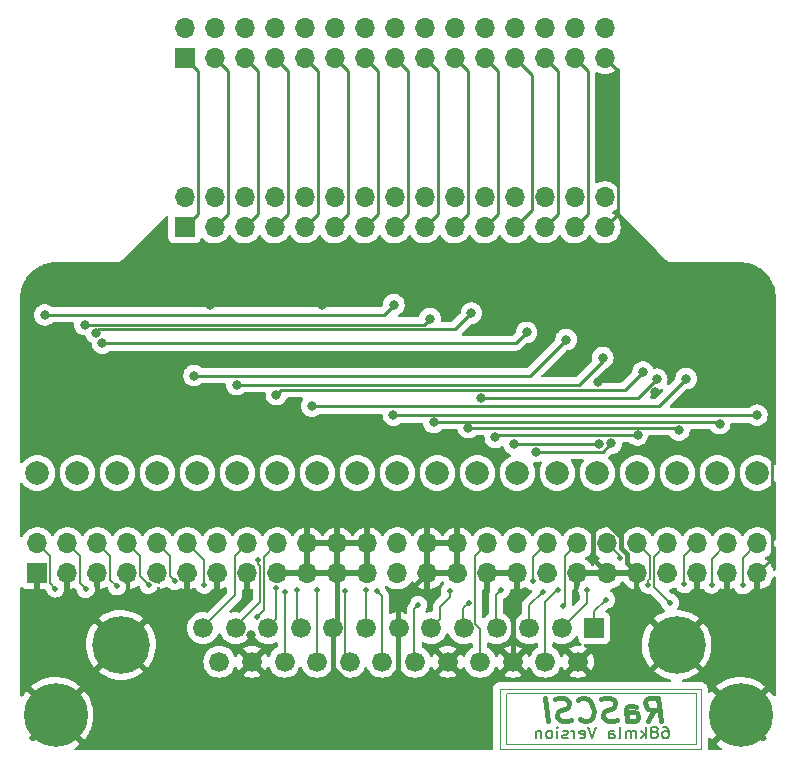
<source format=gbr>
%TF.GenerationSoftware,KiCad,Pcbnew,(5.99.0-9973-gfb99c55869)*%
%TF.CreationDate,2021-03-23T21:14:11-05:00*%
%TF.ProjectId,daisy_chain_board,64616973-795f-4636-9861-696e5f626f61,rev?*%
%TF.SameCoordinates,PX59d60c0PY325aa00*%
%TF.FileFunction,Copper,L2,Bot*%
%TF.FilePolarity,Positive*%
%FSLAX46Y46*%
G04 Gerber Fmt 4.6, Leading zero omitted, Abs format (unit mm)*
G04 Created by KiCad (PCBNEW (5.99.0-9973-gfb99c55869)) date 2021-03-23 21:14:11*
%MOMM*%
%LPD*%
G01*
G04 APERTURE LIST*
%TA.AperFunction,NonConductor*%
%ADD10C,0.120000*%
%TD*%
%ADD11C,0.400000*%
%TA.AperFunction,NonConductor*%
%ADD12C,0.400000*%
%TD*%
%ADD13C,0.150000*%
%TA.AperFunction,NonConductor*%
%ADD14C,0.150000*%
%TD*%
%TA.AperFunction,ComponentPad*%
%ADD15C,0.800000*%
%TD*%
%TA.AperFunction,ComponentPad*%
%ADD16C,5.400000*%
%TD*%
%TA.AperFunction,ComponentPad*%
%ADD17R,1.680000X1.680000*%
%TD*%
%TA.AperFunction,ComponentPad*%
%ADD18C,1.680000*%
%TD*%
%TA.AperFunction,ComponentPad*%
%ADD19C,4.890000*%
%TD*%
%TA.AperFunction,ComponentPad*%
%ADD20R,1.700000X1.700000*%
%TD*%
%TA.AperFunction,ComponentPad*%
%ADD21O,1.700000X1.700000*%
%TD*%
%TA.AperFunction,ComponentPad*%
%ADD22C,2.000000*%
%TD*%
%TA.AperFunction,ViaPad*%
%ADD23C,0.800000*%
%TD*%
%TA.AperFunction,ViaPad*%
%ADD24C,0.500000*%
%TD*%
%TA.AperFunction,Conductor*%
%ADD25C,0.250000*%
%TD*%
%TA.AperFunction,Conductor*%
%ADD26C,0.400000*%
%TD*%
%TA.AperFunction,Conductor*%
%ADD27C,0.200000*%
%TD*%
%TA.AperFunction,Conductor*%
%ADD28C,0.150000*%
%TD*%
G04 APERTURE END LIST*
D10*
X138440500Y-45041000D02*
X138440500Y-39961000D01*
X138377000Y-39961000D02*
X121422500Y-39961000D01*
X138440500Y-45041000D02*
X121422500Y-45041000D01*
X121422500Y-39961000D02*
X121422500Y-45041000D01*
X137996000Y-44660000D02*
X121930500Y-44660000D01*
X137996000Y-40342000D02*
X137996000Y-44660000D01*
X121930500Y-44660000D02*
X121930500Y-40405500D01*
X121994000Y-40342000D02*
X137996000Y-40342000D01*
D11*
D12*
X133938011Y-42719761D02*
X134485630Y-41767380D01*
X135080869Y-42719761D02*
X134830869Y-40719761D01*
X134068964Y-40719761D01*
X133890392Y-40815000D01*
X133807059Y-40910238D01*
X133735630Y-41100714D01*
X133771345Y-41386428D01*
X133890392Y-41576904D01*
X133997535Y-41672142D01*
X134199916Y-41767380D01*
X134961821Y-41767380D01*
X132223726Y-42719761D02*
X132092773Y-41672142D01*
X132164202Y-41481666D01*
X132342773Y-41386428D01*
X132723726Y-41386428D01*
X132926107Y-41481666D01*
X132211821Y-42624523D02*
X132414202Y-42719761D01*
X132890392Y-42719761D01*
X133068964Y-42624523D01*
X133140392Y-42434047D01*
X133116583Y-42243571D01*
X132997535Y-42053095D01*
X132795154Y-41957857D01*
X132318964Y-41957857D01*
X132116583Y-41862619D01*
X131354678Y-42624523D02*
X131080869Y-42719761D01*
X130604678Y-42719761D01*
X130402297Y-42624523D01*
X130295154Y-42529285D01*
X130176107Y-42338809D01*
X130152297Y-42148333D01*
X130223726Y-41957857D01*
X130307059Y-41862619D01*
X130485630Y-41767380D01*
X130854678Y-41672142D01*
X131033250Y-41576904D01*
X131116583Y-41481666D01*
X131188011Y-41291190D01*
X131164202Y-41100714D01*
X131045154Y-40910238D01*
X130938011Y-40815000D01*
X130735630Y-40719761D01*
X130259440Y-40719761D01*
X129985630Y-40815000D01*
X128199916Y-42529285D02*
X128307059Y-42624523D01*
X128604678Y-42719761D01*
X128795154Y-42719761D01*
X129068964Y-42624523D01*
X129235630Y-42434047D01*
X129307059Y-42243571D01*
X129354678Y-41862619D01*
X129318964Y-41576904D01*
X129176107Y-41195952D01*
X129057059Y-41005476D01*
X128842773Y-40815000D01*
X128545154Y-40719761D01*
X128354678Y-40719761D01*
X128080869Y-40815000D01*
X127997535Y-40910238D01*
X127449916Y-42624523D02*
X127176107Y-42719761D01*
X126699916Y-42719761D01*
X126497535Y-42624523D01*
X126390392Y-42529285D01*
X126271345Y-42338809D01*
X126247535Y-42148333D01*
X126318964Y-41957857D01*
X126402297Y-41862619D01*
X126580869Y-41767380D01*
X126949916Y-41672142D01*
X127128488Y-41576904D01*
X127211821Y-41481666D01*
X127283250Y-41291190D01*
X127259440Y-41100714D01*
X127140392Y-40910238D01*
X127033250Y-40815000D01*
X126830869Y-40719761D01*
X126354678Y-40719761D01*
X126080869Y-40815000D01*
X125461821Y-42719761D02*
X125211821Y-40719761D01*
D13*
D14*
X135248666Y-43172380D02*
X135439142Y-43172380D01*
X135534380Y-43220000D01*
X135582000Y-43267619D01*
X135677238Y-43410476D01*
X135724857Y-43600952D01*
X135724857Y-43981904D01*
X135677238Y-44077142D01*
X135629619Y-44124761D01*
X135534380Y-44172380D01*
X135343904Y-44172380D01*
X135248666Y-44124761D01*
X135201047Y-44077142D01*
X135153428Y-43981904D01*
X135153428Y-43743809D01*
X135201047Y-43648571D01*
X135248666Y-43600952D01*
X135343904Y-43553333D01*
X135534380Y-43553333D01*
X135629619Y-43600952D01*
X135677238Y-43648571D01*
X135724857Y-43743809D01*
X134582000Y-43600952D02*
X134677238Y-43553333D01*
X134724857Y-43505714D01*
X134772476Y-43410476D01*
X134772476Y-43362857D01*
X134724857Y-43267619D01*
X134677238Y-43220000D01*
X134582000Y-43172380D01*
X134391523Y-43172380D01*
X134296285Y-43220000D01*
X134248666Y-43267619D01*
X134201047Y-43362857D01*
X134201047Y-43410476D01*
X134248666Y-43505714D01*
X134296285Y-43553333D01*
X134391523Y-43600952D01*
X134582000Y-43600952D01*
X134677238Y-43648571D01*
X134724857Y-43696190D01*
X134772476Y-43791428D01*
X134772476Y-43981904D01*
X134724857Y-44077142D01*
X134677238Y-44124761D01*
X134582000Y-44172380D01*
X134391523Y-44172380D01*
X134296285Y-44124761D01*
X134248666Y-44077142D01*
X134201047Y-43981904D01*
X134201047Y-43791428D01*
X134248666Y-43696190D01*
X134296285Y-43648571D01*
X134391523Y-43600952D01*
X133772476Y-44172380D02*
X133772476Y-43172380D01*
X133677238Y-43791428D02*
X133391523Y-44172380D01*
X133391523Y-43505714D02*
X133772476Y-43886666D01*
X132962952Y-44172380D02*
X132962952Y-43505714D01*
X132962952Y-43600952D02*
X132915333Y-43553333D01*
X132820095Y-43505714D01*
X132677238Y-43505714D01*
X132582000Y-43553333D01*
X132534380Y-43648571D01*
X132534380Y-44172380D01*
X132534380Y-43648571D02*
X132486761Y-43553333D01*
X132391523Y-43505714D01*
X132248666Y-43505714D01*
X132153428Y-43553333D01*
X132105809Y-43648571D01*
X132105809Y-44172380D01*
X131486761Y-44172380D02*
X131582000Y-44124761D01*
X131629619Y-44029523D01*
X131629619Y-43172380D01*
X130677238Y-44172380D02*
X130677238Y-43648571D01*
X130724857Y-43553333D01*
X130820095Y-43505714D01*
X131010571Y-43505714D01*
X131105809Y-43553333D01*
X130677238Y-44124761D02*
X130772476Y-44172380D01*
X131010571Y-44172380D01*
X131105809Y-44124761D01*
X131153428Y-44029523D01*
X131153428Y-43934285D01*
X131105809Y-43839047D01*
X131010571Y-43791428D01*
X130772476Y-43791428D01*
X130677238Y-43743809D01*
X129582000Y-43172380D02*
X129248666Y-44172380D01*
X128915333Y-43172380D01*
X128201047Y-44124761D02*
X128296285Y-44172380D01*
X128486761Y-44172380D01*
X128582000Y-44124761D01*
X128629619Y-44029523D01*
X128629619Y-43648571D01*
X128582000Y-43553333D01*
X128486761Y-43505714D01*
X128296285Y-43505714D01*
X128201047Y-43553333D01*
X128153428Y-43648571D01*
X128153428Y-43743809D01*
X128629619Y-43839047D01*
X127724857Y-44172380D02*
X127724857Y-43505714D01*
X127724857Y-43696190D02*
X127677238Y-43600952D01*
X127629619Y-43553333D01*
X127534380Y-43505714D01*
X127439142Y-43505714D01*
X127153428Y-44124761D02*
X127058190Y-44172380D01*
X126867714Y-44172380D01*
X126772476Y-44124761D01*
X126724857Y-44029523D01*
X126724857Y-43981904D01*
X126772476Y-43886666D01*
X126867714Y-43839047D01*
X127010571Y-43839047D01*
X127105809Y-43791428D01*
X127153428Y-43696190D01*
X127153428Y-43648571D01*
X127105809Y-43553333D01*
X127010571Y-43505714D01*
X126867714Y-43505714D01*
X126772476Y-43553333D01*
X126296285Y-44172380D02*
X126296285Y-43505714D01*
X126296285Y-43172380D02*
X126343904Y-43220000D01*
X126296285Y-43267619D01*
X126248666Y-43220000D01*
X126296285Y-43172380D01*
X126296285Y-43267619D01*
X125677238Y-44172380D02*
X125772476Y-44124761D01*
X125820095Y-44077142D01*
X125867714Y-43981904D01*
X125867714Y-43696190D01*
X125820095Y-43600952D01*
X125772476Y-43553333D01*
X125677238Y-43505714D01*
X125534380Y-43505714D01*
X125439142Y-43553333D01*
X125391523Y-43600952D01*
X125343904Y-43696190D01*
X125343904Y-43981904D01*
X125391523Y-44077142D01*
X125439142Y-44124761D01*
X125534380Y-44172380D01*
X125677238Y-44172380D01*
X124915333Y-43505714D02*
X124915333Y-44172380D01*
X124915333Y-43600952D02*
X124867714Y-43553333D01*
X124772476Y-43505714D01*
X124629619Y-43505714D01*
X124534380Y-43553333D01*
X124486761Y-43648571D01*
X124486761Y-44172380D01*
D15*
%TO.P,H5,1,1*%
%TO.N,GND*%
X82368109Y-43631891D03*
X83800000Y-44225000D03*
X85825000Y-42200000D03*
X81775000Y-42200000D03*
X83800000Y-40175000D03*
X85231891Y-40768109D03*
D16*
X83800000Y-42200000D03*
D15*
X85231891Y-43631891D03*
X82368109Y-40768109D03*
%TD*%
D16*
%TO.P,H6,1,1*%
%TO.N,GND*%
X141800000Y-42200000D03*
D15*
X143231891Y-40768109D03*
X140368109Y-43631891D03*
X140368109Y-40768109D03*
X143825000Y-42200000D03*
X141800000Y-40175000D03*
X139775000Y-42200000D03*
X143231891Y-43631891D03*
X141800000Y-44225000D03*
%TD*%
D17*
%TO.P,J8,1,1*%
%TO.N,C-REQ*%
X129421600Y-34830000D03*
D18*
%TO.P,J8,2,2*%
%TO.N,C-MSG*%
X126660600Y-34830000D03*
%TO.P,J8,3,3*%
%TO.N,C-I_O*%
X123899600Y-34830000D03*
%TO.P,J8,4,4*%
%TO.N,C-RST*%
X121138600Y-34830000D03*
%TO.P,J8,5,5*%
%TO.N,C-ACK*%
X118377600Y-34830000D03*
%TO.P,J8,6,6*%
%TO.N,C-BSY*%
X115616600Y-34830000D03*
%TO.P,J8,7,7*%
%TO.N,GND*%
X112855600Y-34830000D03*
%TO.P,J8,8,8*%
%TO.N,C-D0*%
X110094600Y-34830000D03*
%TO.P,J8,9,9*%
%TO.N,GND*%
X107333600Y-34830000D03*
%TO.P,J8,10,10*%
%TO.N,C-D3*%
X104572600Y-34830000D03*
%TO.P,J8,11,11*%
%TO.N,C-D5*%
X101811600Y-34830000D03*
%TO.P,J8,12,12*%
%TO.N,C-D6*%
X99050600Y-34830000D03*
%TO.P,J8,13,13*%
%TO.N,C-D7*%
X96288600Y-34830000D03*
%TO.P,J8,14,14*%
%TO.N,GND*%
X128040600Y-37670000D03*
%TO.P,J8,15,15*%
%TO.N,C-C_D*%
X125279600Y-37670000D03*
%TO.P,J8,16,16*%
%TO.N,GND*%
X122518600Y-37670000D03*
%TO.P,J8,17,17*%
%TO.N,C-ATN*%
X119757600Y-37670000D03*
%TO.P,J8,18,18*%
%TO.N,GND*%
X116996600Y-37670000D03*
%TO.P,J8,19,19*%
%TO.N,C-SEL*%
X114235600Y-37670000D03*
%TO.P,J8,20,20*%
%TO.N,C-DP*%
X111474600Y-37670000D03*
%TO.P,J8,21,21*%
%TO.N,C-D1*%
X108713600Y-37670000D03*
%TO.P,J8,22,22*%
%TO.N,C-D2*%
X105952600Y-37670000D03*
%TO.P,J8,23,23*%
%TO.N,C-D4*%
X103191600Y-37670000D03*
%TO.P,J8,24,24*%
%TO.N,GND*%
X100430600Y-37670000D03*
%TO.P,J8,25,25*%
%TO.N,TERMPOW*%
X97669600Y-37670000D03*
D19*
%TO.P,J8,MH1,MH1*%
%TO.N,GND*%
X136381600Y-36250000D03*
%TO.P,J8,MH2,MH2*%
X89341600Y-36250000D03*
%TD*%
D20*
%TO.P,J1,1,Pin_1*%
%TO.N,AD2_PIN_1*%
X94725200Y-895600D03*
D21*
%TO.P,J1,2,Pin_2*%
%TO.N,AD2_PIN_2*%
X94725200Y1644400D03*
%TO.P,J1,3,Pin_3*%
%TO.N,AD2_PIN_3*%
X97265200Y-895600D03*
%TO.P,J1,4,Pin_4*%
%TO.N,AD2_PIN_4*%
X97265200Y1644400D03*
%TO.P,J1,5,Pin_5*%
%TO.N,AD2_PIN_5*%
X99805200Y-895600D03*
%TO.P,J1,6,Pin_6*%
%TO.N,AD2_PIN_6*%
X99805200Y1644400D03*
%TO.P,J1,7,Pin_7*%
%TO.N,AD2_PIN_7*%
X102345200Y-895600D03*
%TO.P,J1,8,Pin_8*%
%TO.N,AD2_PIN_8*%
X102345200Y1644400D03*
%TO.P,J1,9,Pin_9*%
%TO.N,AD2_PIN_9*%
X104885200Y-895600D03*
%TO.P,J1,10,Pin_10*%
%TO.N,AD2_PIN_10*%
X104885200Y1644400D03*
%TO.P,J1,11,Pin_11*%
%TO.N,AD2_PIN_11*%
X107425200Y-895600D03*
%TO.P,J1,12,Pin_12*%
%TO.N,AD2_PIN_12*%
X107425200Y1644400D03*
%TO.P,J1,13,Pin_13*%
%TO.N,AD2_PIN_13*%
X109965200Y-895600D03*
%TO.P,J1,14,Pin_14*%
%TO.N,AD2_PIN_14*%
X109965200Y1644400D03*
%TO.P,J1,15,Pin_15*%
%TO.N,AD2_PIN_15*%
X112505200Y-895600D03*
%TO.P,J1,16,Pin_16*%
%TO.N,AD2_PIN_16*%
X112505200Y1644400D03*
%TO.P,J1,17,Pin_17*%
%TO.N,AD2_PIN_17*%
X115045200Y-895600D03*
%TO.P,J1,18,Pin_18*%
%TO.N,AD2_PIN_18*%
X115045200Y1644400D03*
%TO.P,J1,19,Pin_19*%
%TO.N,AD2_PIN_19*%
X117585200Y-895600D03*
%TO.P,J1,20,Pin_20*%
%TO.N,AD2_PIN_20*%
X117585200Y1644400D03*
%TO.P,J1,21,Pin_21*%
%TO.N,AD2_PIN_21*%
X120125200Y-895600D03*
%TO.P,J1,22,Pin_22*%
%TO.N,AD2_PIN_22*%
X120125200Y1644400D03*
%TO.P,J1,23,Pin_23*%
%TO.N,AD2_PIN_23*%
X122665200Y-895600D03*
%TO.P,J1,24,Pin_24*%
%TO.N,AD2_PIN_24*%
X122665200Y1644400D03*
%TO.P,J1,25,Pin_25*%
%TO.N,AD2_PIN_25*%
X125205200Y-895600D03*
%TO.P,J1,26,Pin_26*%
%TO.N,AD2_PIN_26*%
X125205200Y1644400D03*
%TO.P,J1,27,Pin_27*%
%TO.N,AD2_PIN_27*%
X127745200Y-895600D03*
%TO.P,J1,28,Pin_28*%
%TO.N,AD2_PIN_28*%
X127745200Y1644400D03*
%TO.P,J1,29,Pin_29*%
%TO.N,AD2_PIN_29*%
X130285200Y-895600D03*
%TO.P,J1,30,Pin_30*%
%TO.N,AD2_PIN_30*%
X130285200Y1644400D03*
%TD*%
D22*
%TO.P,TP1,1,1*%
%TO.N,C-D0*%
X82266500Y-21700000D03*
%TD*%
%TO.P,TP2,1,1*%
%TO.N,C-D1*%
X85653166Y-21700000D03*
%TD*%
%TO.P,TP3,1,1*%
%TO.N,C-D2*%
X89039832Y-21700000D03*
%TD*%
%TO.P,TP4,1,1*%
%TO.N,C-D3*%
X92426498Y-21700000D03*
%TD*%
%TO.P,TP5,1,1*%
%TO.N,C-D4*%
X95813164Y-21700000D03*
%TD*%
%TO.P,TP6,1,1*%
%TO.N,C-D5*%
X99199830Y-21700000D03*
%TD*%
%TO.P,TP7,1,1*%
%TO.N,C-D6*%
X102586496Y-21700000D03*
%TD*%
%TO.P,TP8,1,1*%
%TO.N,C-D7*%
X105973162Y-21700000D03*
%TD*%
%TO.P,TP9,1,1*%
%TO.N,C-DP*%
X109359828Y-21700000D03*
%TD*%
%TO.P,TP10,1,1*%
%TO.N,TERMPOW*%
X112746494Y-21700000D03*
%TD*%
%TO.P,TP11,1,1*%
%TO.N,C-ATN*%
X116133160Y-21700000D03*
%TD*%
%TO.P,TP12,1,1*%
%TO.N,C-BSY*%
X119519826Y-21700000D03*
%TD*%
%TO.P,TP13,1,1*%
%TO.N,C-ACK*%
X122906492Y-21700000D03*
%TD*%
%TO.P,TP14,1,1*%
%TO.N,C-RST*%
X126293158Y-21700000D03*
%TD*%
%TO.P,TP15,1,1*%
%TO.N,C-MSG*%
X129679824Y-21700000D03*
%TD*%
%TO.P,TP16,1,1*%
%TO.N,C-SEL*%
X133066490Y-21700000D03*
%TD*%
%TO.P,TP17,1,1*%
%TO.N,C-C_D*%
X136453156Y-21700000D03*
%TD*%
%TO.P,TP18,1,1*%
%TO.N,C-REQ*%
X139839822Y-21700000D03*
%TD*%
%TO.P,TP19,1,1*%
%TO.N,C-I_O*%
X143226488Y-21700000D03*
%TD*%
D20*
%TO.P,J2,1,Pin_1*%
%TO.N,AD2_PIN_1*%
X94725200Y13445600D03*
D21*
%TO.P,J2,2,Pin_2*%
%TO.N,AD2_PIN_2*%
X94725200Y15985600D03*
%TO.P,J2,3,Pin_3*%
%TO.N,AD2_PIN_3*%
X97265200Y13445600D03*
%TO.P,J2,4,Pin_4*%
%TO.N,AD2_PIN_4*%
X97265200Y15985600D03*
%TO.P,J2,5,Pin_5*%
%TO.N,AD2_PIN_5*%
X99805200Y13445600D03*
%TO.P,J2,6,Pin_6*%
%TO.N,AD2_PIN_6*%
X99805200Y15985600D03*
%TO.P,J2,7,Pin_7*%
%TO.N,AD2_PIN_7*%
X102345200Y13445600D03*
%TO.P,J2,8,Pin_8*%
%TO.N,AD2_PIN_8*%
X102345200Y15985600D03*
%TO.P,J2,9,Pin_9*%
%TO.N,AD2_PIN_9*%
X104885200Y13445600D03*
%TO.P,J2,10,Pin_10*%
%TO.N,AD2_PIN_10*%
X104885200Y15985600D03*
%TO.P,J2,11,Pin_11*%
%TO.N,AD2_PIN_11*%
X107425200Y13445600D03*
%TO.P,J2,12,Pin_12*%
%TO.N,AD2_PIN_12*%
X107425200Y15985600D03*
%TO.P,J2,13,Pin_13*%
%TO.N,AD2_PIN_13*%
X109965200Y13445600D03*
%TO.P,J2,14,Pin_14*%
%TO.N,AD2_PIN_14*%
X109965200Y15985600D03*
%TO.P,J2,15,Pin_15*%
%TO.N,AD2_PIN_15*%
X112505200Y13445600D03*
%TO.P,J2,16,Pin_16*%
%TO.N,AD2_PIN_16*%
X112505200Y15985600D03*
%TO.P,J2,17,Pin_17*%
%TO.N,AD2_PIN_17*%
X115045200Y13445600D03*
%TO.P,J2,18,Pin_18*%
%TO.N,AD2_PIN_18*%
X115045200Y15985600D03*
%TO.P,J2,19,Pin_19*%
%TO.N,AD2_PIN_19*%
X117585200Y13445600D03*
%TO.P,J2,20,Pin_20*%
%TO.N,AD2_PIN_20*%
X117585200Y15985600D03*
%TO.P,J2,21,Pin_21*%
%TO.N,AD2_PIN_21*%
X120125200Y13445600D03*
%TO.P,J2,22,Pin_22*%
%TO.N,AD2_PIN_22*%
X120125200Y15985600D03*
%TO.P,J2,23,Pin_23*%
%TO.N,AD2_PIN_23*%
X122665200Y13445600D03*
%TO.P,J2,24,Pin_24*%
%TO.N,AD2_PIN_24*%
X122665200Y15985600D03*
%TO.P,J2,25,Pin_25*%
%TO.N,AD2_PIN_25*%
X125205200Y13445600D03*
%TO.P,J2,26,Pin_26*%
%TO.N,AD2_PIN_26*%
X125205200Y15985600D03*
%TO.P,J2,27,Pin_27*%
%TO.N,AD2_PIN_27*%
X127745200Y13445600D03*
%TO.P,J2,28,Pin_28*%
%TO.N,AD2_PIN_28*%
X127745200Y15985600D03*
%TO.P,J2,29,Pin_29*%
%TO.N,AD2_PIN_29*%
X130285200Y13445600D03*
%TO.P,J2,30,Pin_30*%
%TO.N,AD2_PIN_30*%
X130285200Y15985600D03*
%TD*%
D20*
%TO.P,J7,1,Pin_1*%
%TO.N,GND*%
X82266500Y-30194500D03*
D21*
%TO.P,J7,2,Pin_2*%
%TO.N,C-D0*%
X82266500Y-27654500D03*
%TO.P,J7,3,Pin_3*%
%TO.N,GND*%
X84806500Y-30194500D03*
%TO.P,J7,4,Pin_4*%
%TO.N,C-D1*%
X84806500Y-27654500D03*
%TO.P,J7,5,Pin_5*%
%TO.N,GND*%
X87346500Y-30194500D03*
%TO.P,J7,6,Pin_6*%
%TO.N,C-D2*%
X87346500Y-27654500D03*
%TO.P,J7,7,Pin_7*%
%TO.N,GND*%
X89886500Y-30194500D03*
%TO.P,J7,8,Pin_8*%
%TO.N,C-D3*%
X89886500Y-27654500D03*
%TO.P,J7,9,Pin_9*%
%TO.N,GND*%
X92426500Y-30194500D03*
%TO.P,J7,10,Pin_10*%
%TO.N,C-D4*%
X92426500Y-27654500D03*
%TO.P,J7,11,Pin_11*%
%TO.N,GND*%
X94966500Y-30194500D03*
%TO.P,J7,12,Pin_12*%
%TO.N,C-D5*%
X94966500Y-27654500D03*
%TO.P,J7,13,Pin_13*%
%TO.N,GND*%
X97506500Y-30194500D03*
%TO.P,J7,14,Pin_14*%
%TO.N,C-D6*%
X97506500Y-27654500D03*
%TO.P,J7,15,Pin_15*%
%TO.N,GND*%
X100046500Y-30194500D03*
%TO.P,J7,16,Pin_16*%
%TO.N,C-D7*%
X100046500Y-27654500D03*
%TO.P,J7,17,Pin_17*%
%TO.N,GND*%
X102586500Y-30194500D03*
%TO.P,J7,18,Pin_18*%
%TO.N,C-DP*%
X102586500Y-27654500D03*
%TO.P,J7,19,Pin_19*%
%TO.N,GND*%
X105126500Y-30194500D03*
%TO.P,J7,20,Pin_20*%
X105126500Y-27654500D03*
%TO.P,J7,21,Pin_21*%
X107666500Y-30194500D03*
%TO.P,J7,22,Pin_22*%
X107666500Y-27654500D03*
%TO.P,J7,23,Pin_23*%
X110206500Y-30194500D03*
%TO.P,J7,24,Pin_24*%
X110206500Y-27654500D03*
%TO.P,J7,25,Pin_25*%
%TO.N,N/C*%
X112746500Y-30194500D03*
%TO.P,J7,26,Pin_26*%
%TO.N,TERMPOW*%
X112746500Y-27654500D03*
%TO.P,J7,27,Pin_27*%
%TO.N,GND*%
X115286500Y-30194500D03*
%TO.P,J7,28,Pin_28*%
X115286500Y-27654500D03*
%TO.P,J7,29,Pin_29*%
X117826500Y-30194500D03*
%TO.P,J7,30,Pin_30*%
X117826500Y-27654500D03*
%TO.P,J7,31,Pin_31*%
X120366500Y-30194500D03*
%TO.P,J7,32,Pin_32*%
%TO.N,C-ATN*%
X120366500Y-27654500D03*
%TO.P,J7,33,Pin_33*%
%TO.N,GND*%
X122906500Y-30194500D03*
%TO.P,J7,34,Pin_34*%
%TO.N,N/C*%
X122906500Y-27654500D03*
%TO.P,J7,35,Pin_35*%
%TO.N,GND*%
X125446500Y-30194500D03*
%TO.P,J7,36,Pin_36*%
%TO.N,C-BSY*%
X125446500Y-27654500D03*
%TO.P,J7,37,Pin_37*%
%TO.N,GND*%
X127986500Y-30194500D03*
%TO.P,J7,38,Pin_38*%
%TO.N,C-ACK*%
X127986500Y-27654500D03*
%TO.P,J7,39,Pin_39*%
%TO.N,GND*%
X130526500Y-30194500D03*
%TO.P,J7,40,Pin_40*%
%TO.N,C-RST*%
X130526500Y-27654500D03*
%TO.P,J7,41,Pin_41*%
%TO.N,GND*%
X133066500Y-30194500D03*
%TO.P,J7,42,Pin_42*%
%TO.N,C-MSG*%
X133066500Y-27654500D03*
%TO.P,J7,43,Pin_43*%
%TO.N,GND*%
X135606500Y-30194500D03*
%TO.P,J7,44,Pin_44*%
%TO.N,C-SEL*%
X135606500Y-27654500D03*
%TO.P,J7,45,Pin_45*%
%TO.N,GND*%
X138146500Y-30194500D03*
%TO.P,J7,46,Pin_46*%
%TO.N,C-C_D*%
X138146500Y-27654500D03*
%TO.P,J7,47,Pin_47*%
%TO.N,GND*%
X140686500Y-30194500D03*
%TO.P,J7,48,Pin_48*%
%TO.N,C-REQ*%
X140686500Y-27654500D03*
%TO.P,J7,49,Pin_49*%
%TO.N,GND*%
X143226500Y-30194500D03*
%TO.P,J7,50,Pin_50*%
%TO.N,C-I_O*%
X143226500Y-27654500D03*
%TD*%
D23*
%TO.N,GND*%
X134552400Y-14865600D03*
X96858800Y-7499600D03*
X106358400Y-7499600D03*
X138006800Y-15170400D03*
X100364000Y-35423790D03*
X129726400Y-14002000D03*
X85733600Y-6280400D03*
D24*
%TO.N,C-REQ*%
X139350000Y-31150000D03*
D23*
X140038800Y-17507200D03*
D24*
X130419308Y-32414713D03*
D23*
X115807200Y-17405600D03*
%TO.N,C-MSG*%
X129787763Y-19242790D03*
X122614400Y-19234400D03*
D24*
X133993502Y-31150000D03*
X128817950Y-31630159D03*
%TO.N,C-BSY*%
X117187010Y-31684832D03*
X124270000Y-30872990D03*
D23*
X134704800Y-13748000D03*
X119820400Y-15373600D03*
D24*
%TO.N,C-SEL*%
X114530000Y-32870000D03*
D23*
X133079200Y-18472400D03*
X121039600Y-18675600D03*
D24*
X135828947Y-32665648D03*
%TO.N,C-RST*%
X121540000Y-31560000D03*
X131560000Y-28920000D03*
D23*
%TO.N,C-ACK*%
X124443200Y-19894800D03*
D24*
X118812489Y-32689064D03*
D23*
X130852390Y-19183600D03*
D24*
X126730000Y-32950000D03*
%TO.N,C-DP*%
X100860000Y-33850000D03*
X110992489Y-31685265D03*
D23*
%TO.N,C-D0*%
X112454400Y-7448800D03*
D24*
X83780000Y-31480000D03*
X110120000Y-31630000D03*
D23*
X82888800Y-8312400D03*
D24*
%TO.N,C-D1*%
X108350000Y-31680000D03*
D23*
X86292400Y-9125200D03*
X115502400Y-8617200D03*
D24*
X86370000Y-31530000D03*
D23*
%TO.N,C-D2*%
X87195310Y-9803872D03*
D24*
X105950000Y-31630000D03*
X89002424Y-31302989D03*
D23*
X119007600Y-8160000D03*
%TO.N,C-D3*%
X87765600Y-10700000D03*
D24*
X104280000Y-31580000D03*
D23*
X123681200Y-9785600D03*
D24*
X91693529Y-31178968D03*
%TO.N,C-D4*%
X93930504Y-30851957D03*
D23*
X127034000Y-10395200D03*
D24*
X103220000Y-31750000D03*
D23*
X95538000Y-13443200D03*
%TO.N,C-D5*%
X99144800Y-14205200D03*
X130132800Y-11919200D03*
D24*
X102510000Y-31434946D03*
X96380000Y-31150000D03*
D23*
%TO.N,C-D6*%
X133536400Y-13138400D03*
D24*
X100973502Y-29027449D03*
D23*
X102497600Y-15068800D03*
%TO.N,C-D7*%
X105494800Y-16034000D03*
X137194000Y-13697200D03*
D24*
%TO.N,C-I_O*%
X125036247Y-31748511D03*
D23*
X143188400Y-16796000D03*
D24*
X142000000Y-31220000D03*
D23*
X112403600Y-16796000D03*
D24*
%TO.N,C-C_D*%
X126371042Y-31585360D03*
X137054940Y-31121502D03*
D23*
X136584400Y-18066000D03*
X118753600Y-17862800D03*
%TD*%
D25*
%TO.N,C-ACK*%
X124443200Y-19894800D02*
X130141190Y-19894800D01*
X130141190Y-19894800D02*
X130852390Y-19183600D01*
%TO.N,GND*%
X130285200Y-895600D02*
X131387211Y206411D01*
X131387211Y206411D02*
X131387211Y12343589D01*
X131387211Y12343589D02*
X130285200Y13445600D01*
%TO.N,AD2_PIN_27*%
X127745200Y-895600D02*
X128847211Y206411D01*
X128847211Y12343589D02*
X127745200Y13445600D01*
X128847211Y206411D02*
X128847211Y12343589D01*
%TO.N,AD2_PIN_25*%
X125205200Y-895600D02*
X126307211Y206411D01*
X126307211Y206411D02*
X126307211Y12343589D01*
X126307211Y12343589D02*
X125205200Y13445600D01*
%TO.N,AD2_PIN_23*%
X122665200Y-895600D02*
X124103189Y542389D01*
X124103189Y542389D02*
X124103189Y12007611D01*
X124103189Y12007611D02*
X122665200Y13445600D01*
%TO.N,AD2_PIN_21*%
X120125200Y-895600D02*
X121227211Y206411D01*
X121227211Y206411D02*
X121227211Y12343589D01*
X121227211Y12343589D02*
X120125200Y13445600D01*
%TO.N,AD2_PIN_19*%
X117585200Y-895600D02*
X118687211Y206411D01*
X118687211Y206411D02*
X118687211Y12343589D01*
X118687211Y12343589D02*
X117585200Y13445600D01*
%TO.N,AD2_PIN_17*%
X115045200Y-895600D02*
X116147211Y206411D01*
X116147211Y206411D02*
X116147211Y12343589D01*
X116147211Y12343589D02*
X115045200Y13445600D01*
%TO.N,AD2_PIN_15*%
X112505200Y-895600D02*
X113607211Y206411D01*
X113607211Y206411D02*
X113607211Y12343589D01*
X113607211Y12343589D02*
X112505200Y13445600D01*
%TO.N,AD2_PIN_13*%
X109965200Y-895600D02*
X111067211Y206411D01*
X111067211Y12343589D02*
X109965200Y13445600D01*
X111067211Y206411D02*
X111067211Y12343589D01*
%TO.N,AD2_PIN_11*%
X107425200Y-895600D02*
X108527211Y206411D01*
X108527211Y206411D02*
X108527211Y12343589D01*
X108527211Y12343589D02*
X107425200Y13445600D01*
%TO.N,AD2_PIN_9*%
X104885200Y-895600D02*
X105987211Y206411D01*
X105987211Y206411D02*
X105987211Y12343589D01*
X105987211Y12343589D02*
X104885200Y13445600D01*
%TO.N,AD2_PIN_7*%
X102345200Y-895600D02*
X103447211Y206411D01*
X103447211Y206411D02*
X103447211Y12343589D01*
X103447211Y12343589D02*
X102345200Y13445600D01*
%TO.N,AD2_PIN_5*%
X99805200Y-895600D02*
X100907211Y206411D01*
X100907211Y206411D02*
X100907211Y12343589D01*
X100907211Y12343589D02*
X99805200Y13445600D01*
%TO.N,AD2_PIN_3*%
X97265200Y-895600D02*
X98367211Y206411D01*
X98367211Y206411D02*
X98367211Y12343589D01*
X98367211Y12343589D02*
X97265200Y13445600D01*
%TO.N,AD2_PIN_1*%
X94725200Y-895600D02*
X95827211Y206411D01*
X95827211Y206411D02*
X95827211Y12343589D01*
X95827211Y12343589D02*
X94725200Y13445600D01*
D26*
%TO.N,GND*%
X107261600Y-34830000D02*
X107261600Y-38171600D01*
X108288800Y-39198800D02*
X111997200Y-39198800D01*
X107261600Y-38171600D02*
X108288800Y-39198800D01*
X111997200Y-39198800D02*
X112801600Y-38394400D01*
X112801600Y-38394400D02*
X112801600Y-32679400D01*
X112801600Y-32679400D02*
X115286500Y-30194500D01*
D25*
X143036000Y-15170400D02*
X138006800Y-15170400D01*
D26*
X107666500Y-30194500D02*
X107666500Y-34425100D01*
X122906500Y-31396581D02*
X122496600Y-31806481D01*
D25*
X95639600Y-6280400D02*
X96858800Y-7499600D01*
D26*
X131703501Y-27089539D02*
X130253962Y-25640000D01*
X130526500Y-30194500D02*
X129349499Y-29017499D01*
D25*
X105748800Y-7499600D02*
X106358400Y-7499600D01*
D26*
X129349499Y-25649499D02*
X129340000Y-25640000D01*
X122906500Y-30194500D02*
X122906500Y-31396581D01*
D25*
X144478489Y-16612889D02*
X143036000Y-15170400D01*
D26*
X129349499Y-29017499D02*
X129349499Y-25649499D01*
X133066500Y-30194500D02*
X132216501Y-29344501D01*
X132216501Y-28546463D02*
X131703501Y-28033463D01*
X131703501Y-28033463D02*
X131703501Y-27089539D01*
D25*
X143226500Y-30194500D02*
X144478489Y-28942511D01*
X96858800Y-7499600D02*
X105748800Y-7499600D01*
X85733600Y-6280400D02*
X95639600Y-6280400D01*
D26*
X122496600Y-31806481D02*
X122496600Y-37670000D01*
X129340000Y-25640000D02*
X126750000Y-25640000D01*
X132216501Y-29344501D02*
X132216501Y-28546463D01*
D25*
X144478489Y-28942511D02*
X144478489Y-16612889D01*
D26*
X130253962Y-25640000D02*
X129340000Y-25640000D01*
D25*
%TO.N,C-REQ*%
X139869399Y-17337799D02*
X115875001Y-17337799D01*
D27*
X129421600Y-34830000D02*
X129421600Y-33412421D01*
X139350000Y-31150000D02*
X139350000Y-28991000D01*
X129421600Y-33412421D02*
X130419308Y-32414713D01*
D25*
X140038800Y-17507200D02*
X139869399Y-17337799D01*
X115875001Y-17337799D02*
X115807200Y-17405600D01*
D27*
X139350000Y-28991000D02*
X140686500Y-27654500D01*
%TO.N,C-MSG*%
X133993502Y-30796447D02*
X133993502Y-31150000D01*
X128817950Y-32663650D02*
X128817950Y-31630159D01*
D25*
X122614400Y-19234400D02*
X129779373Y-19234400D01*
X129779373Y-19234400D02*
X129787763Y-19242790D01*
D27*
X126651600Y-34830000D02*
X128817950Y-32663650D01*
X134143501Y-28731501D02*
X134143501Y-30646448D01*
X134143501Y-30646448D02*
X133993502Y-30796447D01*
X133066500Y-27654500D02*
X134143501Y-28731501D01*
D25*
%TO.N,C-BSY*%
X134704800Y-13748000D02*
X133079200Y-15373600D01*
D27*
X116344099Y-33034123D02*
X117187010Y-32191212D01*
X116344099Y-34057501D02*
X116344099Y-33034123D01*
X124270000Y-28831000D02*
X124270000Y-30872990D01*
D25*
X133079200Y-15373600D02*
X119820400Y-15373600D01*
D27*
X125446500Y-27654500D02*
X124270000Y-28831000D01*
X117187010Y-32191212D02*
X117187010Y-31684832D01*
X115571600Y-34830000D02*
X116344099Y-34057501D01*
%TO.N,C-SEL*%
X134470512Y-31307213D02*
X135828947Y-32665648D01*
D25*
X121242800Y-18472400D02*
X121039600Y-18675600D01*
D27*
X114186600Y-33213400D02*
X114186600Y-37670000D01*
X114530000Y-32870000D02*
X114186600Y-33213400D01*
X135606500Y-27654500D02*
X134470512Y-28790488D01*
D25*
X133079200Y-18472400D02*
X121242800Y-18472400D01*
D27*
X134470512Y-28790488D02*
X134470512Y-31307213D01*
D28*
%TO.N,C-RST*%
X130526500Y-27654500D02*
X131560000Y-28688000D01*
D27*
X121111600Y-31988400D02*
X121540000Y-31560000D01*
D28*
X131560000Y-28688000D02*
X131560000Y-28920000D01*
D27*
X121111600Y-34830000D02*
X121111600Y-31988400D01*
%TO.N,C-ACK*%
X126909499Y-28731501D02*
X126909499Y-32770501D01*
X118341600Y-34830000D02*
X118341600Y-33159953D01*
X126909499Y-32770501D02*
X126730000Y-32950000D01*
X118341600Y-33159953D02*
X118812489Y-32689064D01*
X127986500Y-27654500D02*
X126909499Y-28731501D01*
%TO.N,C-ATN*%
X119289499Y-34487161D02*
X119726600Y-34924262D01*
X119289499Y-28731501D02*
X119289499Y-34487161D01*
X120366500Y-27654500D02*
X119289499Y-28731501D01*
X119726600Y-34924262D02*
X119726600Y-37670000D01*
%TO.N,C-DP*%
X111416600Y-37670000D02*
X111416600Y-32109376D01*
X110992489Y-31685265D02*
X111416600Y-32109376D01*
X101450512Y-33259488D02*
X101450512Y-28790488D01*
X101450512Y-28790488D02*
X102586500Y-27654500D01*
X100860000Y-33850000D02*
X101450512Y-33259488D01*
D25*
%TO.N,C-D0*%
X82888800Y-8312400D02*
X111590800Y-8312400D01*
D27*
X82266500Y-27654500D02*
X83343501Y-28731501D01*
X83343501Y-28731501D02*
X83343501Y-31043501D01*
D25*
X111590800Y-8312400D02*
X112454400Y-7448800D01*
D27*
X83343501Y-31043501D02*
X83780000Y-31480000D01*
X110120000Y-31630000D02*
X110120000Y-34741600D01*
%TO.N,C-D1*%
X85883501Y-31043501D02*
X86370000Y-31530000D01*
X85883501Y-28731501D02*
X85883501Y-31043501D01*
D25*
X114994400Y-9125200D02*
X115502400Y-8617200D01*
X86292400Y-9125200D02*
X114994400Y-9125200D01*
D27*
X84806500Y-27654500D02*
X85883501Y-28731501D01*
X108350000Y-31680000D02*
X108350000Y-37373400D01*
%TO.N,C-D2*%
X87346500Y-27654500D02*
X88423501Y-28731501D01*
X88423501Y-30724066D02*
X89002424Y-31302989D01*
X105950000Y-31630000D02*
X105950000Y-37596600D01*
D25*
X87463593Y-9535589D02*
X87195310Y-9803872D01*
X119007600Y-8160000D02*
X117632011Y-9535589D01*
X117632011Y-9535589D02*
X87463593Y-9535589D01*
D27*
X88423501Y-28731501D02*
X88423501Y-30724066D01*
D25*
%TO.N,C-D3*%
X122766800Y-10700000D02*
X123681200Y-9785600D01*
D27*
X104280000Y-31580000D02*
X104280000Y-34618400D01*
X90963501Y-28731501D02*
X90963501Y-30448940D01*
X90963501Y-30448940D02*
X91693529Y-31178968D01*
X89886500Y-27654500D02*
X90963501Y-28731501D01*
D25*
X87765600Y-10700000D02*
X122766800Y-10700000D01*
%TO.N,C-D4*%
X95538000Y-13443200D02*
X123986000Y-13443200D01*
D27*
X103220000Y-31750000D02*
X103220000Y-37556600D01*
D25*
X123986000Y-13443200D02*
X127034000Y-10395200D01*
D27*
X93503501Y-28731501D02*
X93503501Y-30424954D01*
X92426500Y-27654500D02*
X93503501Y-28731501D01*
X93503501Y-30424954D02*
X93930504Y-30851957D01*
D25*
%TO.N,C-D5*%
X130132800Y-12173200D02*
X130132800Y-11919200D01*
X128100800Y-14205200D02*
X130132800Y-12173200D01*
D27*
X96380000Y-29068000D02*
X96380000Y-31150000D01*
X94966500Y-27654500D02*
X96380000Y-29068000D01*
X101721600Y-34830000D02*
X102510000Y-34041600D01*
X102510000Y-34041600D02*
X102510000Y-31434946D01*
D25*
X99144800Y-14205200D02*
X128100800Y-14205200D01*
D27*
%TO.N,C-D6*%
X101123501Y-32658099D02*
X101123501Y-29531001D01*
X98951600Y-34830000D02*
X101123501Y-32658099D01*
D25*
X102897599Y-14668801D02*
X132005999Y-14668801D01*
D27*
X101123501Y-29531001D02*
X100973502Y-29381002D01*
D25*
X132005999Y-14668801D02*
X133536400Y-13138400D01*
D27*
X100973502Y-29381002D02*
X100973502Y-29027449D01*
D25*
X102497600Y-15068800D02*
X102897599Y-14668801D01*
%TO.N,C-D7*%
X134857200Y-16034000D02*
X137194000Y-13697200D01*
D27*
X98969499Y-32042101D02*
X96181600Y-34830000D01*
X98969499Y-28731501D02*
X98969499Y-32042101D01*
D25*
X105494800Y-16034000D02*
X134857200Y-16034000D01*
D27*
X100046500Y-27654500D02*
X98969499Y-28731501D01*
%TO.N,C-I_O*%
X123881600Y-34830000D02*
X123881600Y-32903158D01*
X142000000Y-31220000D02*
X142000000Y-28881000D01*
D25*
X112403600Y-16796000D02*
X143188400Y-16796000D01*
D27*
X123881600Y-32903158D02*
X125036247Y-31748511D01*
X142000000Y-28881000D02*
X143226500Y-27654500D01*
%TO.N,C-C_D*%
X125266600Y-37670000D02*
X125266600Y-32604208D01*
X126301830Y-31568978D02*
X126354660Y-31568978D01*
X125266600Y-32604208D02*
X126301830Y-31568978D01*
D25*
X136381200Y-17862800D02*
X136584400Y-18066000D01*
D27*
X137054940Y-28746060D02*
X137054940Y-31121502D01*
X138146500Y-27654500D02*
X137054940Y-28746060D01*
D25*
X118753600Y-17862800D02*
X136381200Y-17862800D01*
D27*
X126354660Y-31568978D02*
X126371042Y-31585360D01*
%TD*%
%TA.AperFunction,Conductor*%
%TO.N,GND*%
G36*
X82677122Y-29960502D02*
G01*
X82723615Y-30014158D01*
X82735001Y-30066500D01*
X82735001Y-30322500D01*
X82714999Y-30390621D01*
X82661343Y-30437114D01*
X82609001Y-30448500D01*
X82538615Y-30448500D01*
X82523376Y-30452975D01*
X82522171Y-30454365D01*
X82520500Y-30462048D01*
X82520500Y-31539385D01*
X82524975Y-31554624D01*
X82526365Y-31555829D01*
X82534048Y-31557500D01*
X82919340Y-31557500D01*
X82987461Y-31577502D01*
X83033954Y-31631158D01*
X83042185Y-31655477D01*
X83060293Y-31734862D01*
X83063518Y-31741431D01*
X83063519Y-31741433D01*
X83079790Y-31774573D01*
X83138227Y-31893594D01*
X83142877Y-31899245D01*
X83142879Y-31899248D01*
X83192453Y-31959492D01*
X83250588Y-32030141D01*
X83256415Y-32034572D01*
X83256416Y-32034573D01*
X83284722Y-32056097D01*
X83391347Y-32137177D01*
X83398035Y-32140148D01*
X83398039Y-32140150D01*
X83452756Y-32164454D01*
X83552954Y-32208960D01*
X83560149Y-32210313D01*
X83690745Y-32234871D01*
X83726741Y-32241640D01*
X83734049Y-32241302D01*
X83734052Y-32241302D01*
X83896070Y-32233803D01*
X83896074Y-32233802D01*
X83903385Y-32233464D01*
X83910423Y-32231452D01*
X83910426Y-32231452D01*
X84066371Y-32186883D01*
X84066375Y-32186881D01*
X84073409Y-32184871D01*
X84227695Y-32098467D01*
X84243594Y-32083873D01*
X84352574Y-31983837D01*
X84352576Y-31983835D01*
X84357966Y-31978887D01*
X84362073Y-31972833D01*
X84362076Y-31972829D01*
X84453123Y-31838604D01*
X84457233Y-31832545D01*
X84460437Y-31824134D01*
X84508924Y-31696825D01*
X84520172Y-31667292D01*
X84521731Y-31655534D01*
X84528372Y-31605421D01*
X84531947Y-31578447D01*
X84539327Y-31549581D01*
X84552500Y-31515497D01*
X84552500Y-30466615D01*
X84548025Y-30451376D01*
X84546635Y-30450171D01*
X84538952Y-30448500D01*
X84078001Y-30448500D01*
X84009880Y-30428498D01*
X83963387Y-30374842D01*
X83952001Y-30322500D01*
X83952001Y-30066500D01*
X83972003Y-29998379D01*
X84025659Y-29951886D01*
X84078001Y-29940500D01*
X85149001Y-29940500D01*
X85217122Y-29960502D01*
X85263615Y-30014158D01*
X85275001Y-30066500D01*
X85275001Y-30322500D01*
X85254999Y-30390621D01*
X85201343Y-30437114D01*
X85149001Y-30448500D01*
X85078615Y-30448500D01*
X85063376Y-30452975D01*
X85062171Y-30454365D01*
X85060500Y-30462048D01*
X85060500Y-31514441D01*
X85064651Y-31528579D01*
X85075298Y-31530274D01*
X85078692Y-31529596D01*
X85289833Y-31468454D01*
X85299759Y-31464643D01*
X85312593Y-31458425D01*
X85382619Y-31446724D01*
X85447650Y-31474652D01*
X85449691Y-31477311D01*
X85461097Y-31486063D01*
X85473532Y-31495605D01*
X85485923Y-31506472D01*
X85590922Y-31611471D01*
X85624671Y-31672544D01*
X85648663Y-31777720D01*
X85648665Y-31777727D01*
X85650293Y-31784862D01*
X85653518Y-31791431D01*
X85653519Y-31791433D01*
X85677508Y-31840293D01*
X85728227Y-31943594D01*
X85732877Y-31949245D01*
X85732879Y-31949248D01*
X85765395Y-31988763D01*
X85840588Y-32080141D01*
X85846415Y-32084572D01*
X85846416Y-32084573D01*
X85893911Y-32120689D01*
X85981347Y-32187177D01*
X85988035Y-32190148D01*
X85988039Y-32190150D01*
X86055097Y-32219936D01*
X86142954Y-32258960D01*
X86150149Y-32260313D01*
X86183035Y-32266497D01*
X86316741Y-32291640D01*
X86324049Y-32291302D01*
X86324052Y-32291302D01*
X86486070Y-32283803D01*
X86486074Y-32283802D01*
X86493385Y-32283464D01*
X86500423Y-32281452D01*
X86500426Y-32281452D01*
X86656371Y-32236883D01*
X86656375Y-32236881D01*
X86663409Y-32234871D01*
X86817695Y-32148467D01*
X86826756Y-32140150D01*
X86942574Y-32033837D01*
X86942576Y-32033835D01*
X86947966Y-32028887D01*
X86952073Y-32022833D01*
X86952076Y-32022829D01*
X87043123Y-31888604D01*
X87047233Y-31882545D01*
X87049991Y-31875305D01*
X87088507Y-31774176D01*
X87110172Y-31717292D01*
X87113402Y-31692926D01*
X87125459Y-31601950D01*
X87133406Y-31541993D01*
X87133438Y-31538002D01*
X87133469Y-31533915D01*
X87133500Y-31530000D01*
X87115776Y-31377981D01*
X87113870Y-31361629D01*
X87113870Y-31361628D01*
X87113022Y-31354357D01*
X87110053Y-31346176D01*
X87100061Y-31318650D01*
X87092500Y-31275659D01*
X87092500Y-30466615D01*
X87088025Y-30451376D01*
X87086635Y-30450171D01*
X87078952Y-30448500D01*
X86618001Y-30448500D01*
X86549880Y-30428498D01*
X86503387Y-30374842D01*
X86492001Y-30322500D01*
X86492001Y-30066500D01*
X86512003Y-29998379D01*
X86565659Y-29951886D01*
X86618001Y-29940500D01*
X87689001Y-29940500D01*
X87757122Y-29960502D01*
X87803615Y-30014158D01*
X87815001Y-30066500D01*
X87815001Y-30322500D01*
X87794999Y-30390621D01*
X87741343Y-30437114D01*
X87689001Y-30448500D01*
X87618615Y-30448500D01*
X87603376Y-30452975D01*
X87602171Y-30454365D01*
X87600500Y-30462048D01*
X87600500Y-31514441D01*
X87604651Y-31528579D01*
X87615298Y-31530274D01*
X87618692Y-31529596D01*
X87829833Y-31468454D01*
X87839759Y-31464643D01*
X88037568Y-31368806D01*
X88046704Y-31363381D01*
X88050569Y-31360619D01*
X88117622Y-31337286D01*
X88186645Y-31353908D01*
X88212924Y-31374038D01*
X88223346Y-31384460D01*
X88257095Y-31445533D01*
X88281087Y-31550709D01*
X88281089Y-31550716D01*
X88282717Y-31557851D01*
X88285942Y-31564420D01*
X88285943Y-31564422D01*
X88291337Y-31575408D01*
X88360651Y-31716583D01*
X88365301Y-31722234D01*
X88365303Y-31722237D01*
X88416836Y-31784862D01*
X88473012Y-31853130D01*
X88478839Y-31857561D01*
X88478840Y-31857562D01*
X88523380Y-31891431D01*
X88613771Y-31960166D01*
X88620459Y-31963137D01*
X88620463Y-31963139D01*
X88677335Y-31988400D01*
X88775378Y-32031949D01*
X88782573Y-32033302D01*
X88900922Y-32055557D01*
X88949165Y-32064629D01*
X88956473Y-32064291D01*
X88956476Y-32064291D01*
X89118494Y-32056792D01*
X89118498Y-32056791D01*
X89125809Y-32056453D01*
X89132847Y-32054441D01*
X89132850Y-32054441D01*
X89288795Y-32009872D01*
X89288799Y-32009870D01*
X89295833Y-32007860D01*
X89450119Y-31921456D01*
X89455514Y-31916504D01*
X89574998Y-31806826D01*
X89575000Y-31806824D01*
X89580390Y-31801876D01*
X89584497Y-31795822D01*
X89584500Y-31795818D01*
X89675547Y-31661593D01*
X89679657Y-31655534D01*
X89683344Y-31645855D01*
X89715411Y-31561658D01*
X89742596Y-31490281D01*
X89743818Y-31481066D01*
X89761523Y-31347477D01*
X89765830Y-31314982D01*
X89765924Y-31302989D01*
X89750867Y-31173845D01*
X89746294Y-31134618D01*
X89746294Y-31134617D01*
X89745446Y-31127346D01*
X89741785Y-31117258D01*
X89687608Y-30968004D01*
X89685111Y-30961125D01*
X89653128Y-30912342D01*
X89632500Y-30843258D01*
X89632500Y-30466615D01*
X89628025Y-30451376D01*
X89626635Y-30450171D01*
X89618952Y-30448500D01*
X89158001Y-30448500D01*
X89089880Y-30428498D01*
X89043387Y-30374842D01*
X89032001Y-30322500D01*
X89032001Y-30066500D01*
X89052003Y-29998379D01*
X89105659Y-29951886D01*
X89158001Y-29940500D01*
X90229001Y-29940500D01*
X90297122Y-29960502D01*
X90343615Y-30014158D01*
X90355001Y-30066500D01*
X90355001Y-30322500D01*
X90334999Y-30390621D01*
X90281343Y-30437114D01*
X90229001Y-30448500D01*
X90158615Y-30448500D01*
X90143376Y-30452975D01*
X90142171Y-30454365D01*
X90140500Y-30462048D01*
X90140500Y-31514441D01*
X90144651Y-31528579D01*
X90155298Y-31530274D01*
X90158692Y-31529596D01*
X90369833Y-31468454D01*
X90379759Y-31464643D01*
X90577565Y-31368807D01*
X90586712Y-31363376D01*
X90751031Y-31245952D01*
X90818084Y-31222620D01*
X90887107Y-31239243D01*
X90913384Y-31259372D01*
X90914451Y-31260439D01*
X90948200Y-31321512D01*
X90972192Y-31426688D01*
X90972194Y-31426695D01*
X90973822Y-31433830D01*
X90977047Y-31440399D01*
X90977048Y-31440401D01*
X91005071Y-31497477D01*
X91051756Y-31592562D01*
X91056406Y-31598213D01*
X91056408Y-31598216D01*
X91103528Y-31655478D01*
X91164117Y-31729109D01*
X91169944Y-31733540D01*
X91169945Y-31733541D01*
X91223383Y-31774176D01*
X91304876Y-31836145D01*
X91311564Y-31839116D01*
X91311568Y-31839118D01*
X91374994Y-31867290D01*
X91466483Y-31907928D01*
X91473678Y-31909281D01*
X91621206Y-31937023D01*
X91640270Y-31940608D01*
X91647578Y-31940270D01*
X91647581Y-31940270D01*
X91809599Y-31932771D01*
X91809603Y-31932770D01*
X91816914Y-31932432D01*
X91823952Y-31930420D01*
X91823955Y-31930420D01*
X91979900Y-31885851D01*
X91979904Y-31885849D01*
X91986938Y-31883839D01*
X92141224Y-31797435D01*
X92149267Y-31790052D01*
X92266103Y-31682805D01*
X92266105Y-31682803D01*
X92271495Y-31677855D01*
X92275602Y-31671801D01*
X92275605Y-31671797D01*
X92366652Y-31537572D01*
X92370762Y-31531513D01*
X92373632Y-31523979D01*
X92414141Y-31417618D01*
X92433701Y-31366260D01*
X92433770Y-31365738D01*
X92468452Y-31307011D01*
X92531874Y-31275101D01*
X92602479Y-31282545D01*
X92657851Y-31326980D01*
X92680500Y-31399053D01*
X92680500Y-31514441D01*
X92684651Y-31528579D01*
X92695298Y-31530274D01*
X92698692Y-31529596D01*
X92909833Y-31468454D01*
X92919759Y-31464643D01*
X93117565Y-31368807D01*
X93126712Y-31363376D01*
X93183664Y-31322678D01*
X93250717Y-31299346D01*
X93319741Y-31315969D01*
X93354216Y-31345132D01*
X93401092Y-31402098D01*
X93406919Y-31406529D01*
X93406920Y-31406530D01*
X93450583Y-31439732D01*
X93541851Y-31509134D01*
X93548539Y-31512105D01*
X93548543Y-31512107D01*
X93602675Y-31536151D01*
X93703458Y-31580917D01*
X93710653Y-31582270D01*
X93842456Y-31607055D01*
X93877245Y-31613597D01*
X93884553Y-31613259D01*
X93884556Y-31613259D01*
X94046574Y-31605760D01*
X94046578Y-31605759D01*
X94053889Y-31605421D01*
X94060927Y-31603409D01*
X94060930Y-31603409D01*
X94216875Y-31558840D01*
X94216879Y-31558838D01*
X94223913Y-31556828D01*
X94295219Y-31516895D01*
X94375650Y-31471852D01*
X94444859Y-31456019D01*
X94485739Y-31465505D01*
X94544906Y-31490194D01*
X94555045Y-31493450D01*
X94694845Y-31525596D01*
X94708922Y-31524757D01*
X94712500Y-31515499D01*
X94712500Y-30466615D01*
X94708025Y-30451376D01*
X94706635Y-30450171D01*
X94698952Y-30448500D01*
X94640866Y-30448500D01*
X94572745Y-30428498D01*
X94535494Y-30391585D01*
X94520247Y-30368329D01*
X94520246Y-30368328D01*
X94516235Y-30362210D01*
X94387859Y-30240599D01*
X94275702Y-30175453D01*
X94226844Y-30123943D01*
X94213590Y-30054195D01*
X94240149Y-29988353D01*
X94298089Y-29947323D01*
X94338988Y-29940500D01*
X95645500Y-29940500D01*
X95713621Y-29960502D01*
X95760114Y-30014158D01*
X95771500Y-30066500D01*
X95771500Y-30322500D01*
X95751498Y-30390621D01*
X95697842Y-30437114D01*
X95645500Y-30448500D01*
X95238615Y-30448500D01*
X95223376Y-30452975D01*
X95222171Y-30454365D01*
X95220500Y-30462048D01*
X95220500Y-31514441D01*
X95224651Y-31528579D01*
X95235298Y-31530274D01*
X95238692Y-31529596D01*
X95449833Y-31468454D01*
X95459759Y-31464643D01*
X95532668Y-31429319D01*
X95602694Y-31417618D01*
X95667929Y-31445633D01*
X95700709Y-31487179D01*
X95738227Y-31563594D01*
X95742877Y-31569245D01*
X95742879Y-31569248D01*
X95802870Y-31642152D01*
X95850588Y-31700141D01*
X95856415Y-31704572D01*
X95856416Y-31704573D01*
X95907670Y-31743547D01*
X95991347Y-31807177D01*
X95998035Y-31810148D01*
X95998039Y-31810150D01*
X96050642Y-31833515D01*
X96152954Y-31878960D01*
X96160149Y-31880313D01*
X96300083Y-31906627D01*
X96326741Y-31911640D01*
X96334049Y-31911302D01*
X96334052Y-31911302D01*
X96496070Y-31903803D01*
X96496074Y-31903802D01*
X96503385Y-31903464D01*
X96510423Y-31901452D01*
X96510426Y-31901452D01*
X96666371Y-31856883D01*
X96666375Y-31856881D01*
X96673409Y-31854871D01*
X96827695Y-31768467D01*
X96833090Y-31763515D01*
X96952574Y-31653837D01*
X96952576Y-31653835D01*
X96957966Y-31648887D01*
X97019242Y-31558552D01*
X97074034Y-31513406D01*
X97144537Y-31505050D01*
X97151752Y-31506489D01*
X97234846Y-31525596D01*
X97248922Y-31524757D01*
X97252500Y-31515499D01*
X97252500Y-30466615D01*
X97248025Y-30451376D01*
X97246635Y-30450171D01*
X97238952Y-30448500D01*
X97114500Y-30448500D01*
X97046379Y-30428498D01*
X96999886Y-30374842D01*
X96988500Y-30322500D01*
X96988500Y-30066500D01*
X97008502Y-29998379D01*
X97062158Y-29951886D01*
X97114500Y-29940500D01*
X98234999Y-29940500D01*
X98303120Y-29960502D01*
X98349613Y-30014158D01*
X98360999Y-30066500D01*
X98360999Y-30322500D01*
X98340997Y-30390621D01*
X98287341Y-30437114D01*
X98234999Y-30448500D01*
X97778615Y-30448500D01*
X97763376Y-30452975D01*
X97762171Y-30454365D01*
X97760500Y-30462048D01*
X97760500Y-31514441D01*
X97764651Y-31528579D01*
X97775298Y-31530274D01*
X97778692Y-31529596D01*
X97989833Y-31468454D01*
X97999759Y-31464643D01*
X98180061Y-31377288D01*
X98250087Y-31365587D01*
X98315322Y-31393602D01*
X98355056Y-31452439D01*
X98360999Y-31490680D01*
X98360999Y-31737862D01*
X98340997Y-31805983D01*
X98324094Y-31826957D01*
X96677881Y-33473170D01*
X96615569Y-33507196D01*
X96556177Y-33505782D01*
X96528955Y-33498488D01*
X96528944Y-33498486D01*
X96523633Y-33497063D01*
X96288600Y-33476500D01*
X96053567Y-33497063D01*
X96048254Y-33498487D01*
X96048252Y-33498487D01*
X95830986Y-33556703D01*
X95830984Y-33556704D01*
X95825676Y-33558126D01*
X95820695Y-33560448D01*
X95820694Y-33560449D01*
X95616837Y-33655509D01*
X95616832Y-33655512D01*
X95611850Y-33657835D01*
X95607343Y-33660991D01*
X95607341Y-33660992D01*
X95423098Y-33790000D01*
X95423095Y-33790002D01*
X95418587Y-33793159D01*
X95251759Y-33959987D01*
X95248602Y-33964495D01*
X95248600Y-33964498D01*
X95119592Y-34148741D01*
X95116435Y-34153250D01*
X95114112Y-34158232D01*
X95114109Y-34158237D01*
X95019049Y-34362094D01*
X95016726Y-34367076D01*
X95015304Y-34372384D01*
X95015303Y-34372386D01*
X95005938Y-34407337D01*
X94955663Y-34594967D01*
X94935100Y-34830000D01*
X94955663Y-35065033D01*
X94957087Y-35070346D01*
X94957087Y-35070348D01*
X95005651Y-35251590D01*
X95016726Y-35292924D01*
X95019048Y-35297905D01*
X95019049Y-35297906D01*
X95114109Y-35501763D01*
X95114112Y-35501768D01*
X95116435Y-35506750D01*
X95119591Y-35511257D01*
X95119592Y-35511259D01*
X95230744Y-35670000D01*
X95251759Y-35700013D01*
X95418587Y-35866841D01*
X95423095Y-35869998D01*
X95423098Y-35870000D01*
X95607341Y-35999008D01*
X95611850Y-36002165D01*
X95616832Y-36004488D01*
X95616837Y-36004491D01*
X95793635Y-36086933D01*
X95825676Y-36101874D01*
X95830984Y-36103296D01*
X95830986Y-36103297D01*
X96048252Y-36161513D01*
X96048254Y-36161513D01*
X96053567Y-36162937D01*
X96288600Y-36183500D01*
X96523633Y-36162937D01*
X96528946Y-36161513D01*
X96528948Y-36161513D01*
X96746214Y-36103297D01*
X96746216Y-36103296D01*
X96751524Y-36101874D01*
X96783565Y-36086933D01*
X96960363Y-36004491D01*
X96960368Y-36004488D01*
X96965350Y-36002165D01*
X96969859Y-35999008D01*
X97154102Y-35870000D01*
X97154105Y-35869998D01*
X97158613Y-35866841D01*
X97325441Y-35700013D01*
X97346457Y-35670000D01*
X97457608Y-35511259D01*
X97457609Y-35511257D01*
X97460765Y-35506750D01*
X97463088Y-35501768D01*
X97463091Y-35501763D01*
X97555405Y-35303794D01*
X97602322Y-35250509D01*
X97670600Y-35231048D01*
X97738560Y-35251590D01*
X97783795Y-35303794D01*
X97876109Y-35501763D01*
X97876112Y-35501768D01*
X97878435Y-35506750D01*
X97881591Y-35511257D01*
X97881592Y-35511259D01*
X97992744Y-35670000D01*
X98013759Y-35700013D01*
X98180587Y-35866841D01*
X98185095Y-35869998D01*
X98185098Y-35870000D01*
X98369341Y-35999008D01*
X98373850Y-36002165D01*
X98378832Y-36004488D01*
X98378837Y-36004491D01*
X98555635Y-36086933D01*
X98587676Y-36101874D01*
X98592984Y-36103296D01*
X98592986Y-36103297D01*
X98810252Y-36161513D01*
X98810254Y-36161513D01*
X98815567Y-36162937D01*
X99050600Y-36183500D01*
X99285633Y-36162937D01*
X99290946Y-36161513D01*
X99290948Y-36161513D01*
X99508214Y-36103297D01*
X99508216Y-36103296D01*
X99513524Y-36101874D01*
X99545565Y-36086933D01*
X99722363Y-36004491D01*
X99722368Y-36004488D01*
X99727350Y-36002165D01*
X99731859Y-35999008D01*
X99916102Y-35870000D01*
X99916105Y-35869998D01*
X99920613Y-35866841D01*
X100087441Y-35700013D01*
X100108457Y-35670000D01*
X100219608Y-35511259D01*
X100219609Y-35511257D01*
X100222765Y-35506750D01*
X100225088Y-35501768D01*
X100225091Y-35501763D01*
X100316905Y-35304867D01*
X100363822Y-35251582D01*
X100432100Y-35232121D01*
X100500060Y-35252663D01*
X100545295Y-35304867D01*
X100637109Y-35501763D01*
X100637112Y-35501768D01*
X100639435Y-35506750D01*
X100642591Y-35511257D01*
X100642592Y-35511259D01*
X100753744Y-35670000D01*
X100774759Y-35700013D01*
X100941587Y-35866841D01*
X100946095Y-35869998D01*
X100946098Y-35870000D01*
X101130341Y-35999008D01*
X101134850Y-36002165D01*
X101139832Y-36004488D01*
X101139837Y-36004491D01*
X101316635Y-36086933D01*
X101348676Y-36101874D01*
X101353984Y-36103296D01*
X101353986Y-36103297D01*
X101571252Y-36161513D01*
X101571254Y-36161513D01*
X101576567Y-36162937D01*
X101811600Y-36183500D01*
X102046633Y-36162937D01*
X102051946Y-36161513D01*
X102051948Y-36161513D01*
X102269214Y-36103297D01*
X102269216Y-36103296D01*
X102274524Y-36101874D01*
X102309823Y-36085414D01*
X102432250Y-36028325D01*
X102502442Y-36017664D01*
X102567254Y-36046644D01*
X102606111Y-36106064D01*
X102611500Y-36142520D01*
X102611500Y-36372495D01*
X102591498Y-36440616D01*
X102538751Y-36486689D01*
X102519843Y-36495506D01*
X102519840Y-36495508D01*
X102514850Y-36497835D01*
X102510343Y-36500991D01*
X102510341Y-36500992D01*
X102326098Y-36630000D01*
X102326095Y-36630002D01*
X102321587Y-36633159D01*
X102154759Y-36799987D01*
X102151602Y-36804495D01*
X102151600Y-36804498D01*
X102022592Y-36988741D01*
X102019435Y-36993250D01*
X102017112Y-36998232D01*
X102017109Y-36998237D01*
X101925020Y-37195723D01*
X101878103Y-37249008D01*
X101809825Y-37268469D01*
X101741865Y-37247927D01*
X101696630Y-37195723D01*
X101604658Y-36998487D01*
X101599175Y-36988992D01*
X101556704Y-36928337D01*
X101546227Y-36919962D01*
X101532780Y-36927030D01*
X100802622Y-37657188D01*
X100795008Y-37671132D01*
X100795139Y-37672965D01*
X100799390Y-37679580D01*
X101533501Y-38413691D01*
X101545276Y-38420121D01*
X101557291Y-38410825D01*
X101599175Y-38351008D01*
X101604658Y-38341513D01*
X101696630Y-38144277D01*
X101743547Y-38090992D01*
X101811825Y-38071531D01*
X101879784Y-38092073D01*
X101925020Y-38144277D01*
X102017109Y-38341763D01*
X102017112Y-38341768D01*
X102019435Y-38346750D01*
X102022591Y-38351257D01*
X102022592Y-38351259D01*
X102141963Y-38521738D01*
X102154759Y-38540013D01*
X102321587Y-38706841D01*
X102326095Y-38709998D01*
X102326098Y-38710000D01*
X102432747Y-38784676D01*
X102514850Y-38842165D01*
X102519832Y-38844488D01*
X102519837Y-38844491D01*
X102722686Y-38939081D01*
X102728676Y-38941874D01*
X102733984Y-38943296D01*
X102733986Y-38943297D01*
X102951252Y-39001513D01*
X102951254Y-39001513D01*
X102956567Y-39002937D01*
X103191600Y-39023500D01*
X103426633Y-39002937D01*
X103431946Y-39001513D01*
X103431948Y-39001513D01*
X103649214Y-38943297D01*
X103649216Y-38943296D01*
X103654524Y-38941874D01*
X103660514Y-38939081D01*
X103863363Y-38844491D01*
X103863368Y-38844488D01*
X103868350Y-38842165D01*
X103950453Y-38784676D01*
X104057102Y-38710000D01*
X104057105Y-38709998D01*
X104061613Y-38706841D01*
X104228441Y-38540013D01*
X104241238Y-38521738D01*
X104360608Y-38351259D01*
X104360609Y-38351257D01*
X104363765Y-38346750D01*
X104366088Y-38341768D01*
X104366091Y-38341763D01*
X104457905Y-38144867D01*
X104504822Y-38091582D01*
X104573100Y-38072121D01*
X104641060Y-38092663D01*
X104686295Y-38144867D01*
X104778109Y-38341763D01*
X104778112Y-38341768D01*
X104780435Y-38346750D01*
X104783591Y-38351257D01*
X104783592Y-38351259D01*
X104902963Y-38521738D01*
X104915759Y-38540013D01*
X105082587Y-38706841D01*
X105087095Y-38709998D01*
X105087098Y-38710000D01*
X105193747Y-38784676D01*
X105275850Y-38842165D01*
X105280832Y-38844488D01*
X105280837Y-38844491D01*
X105483686Y-38939081D01*
X105489676Y-38941874D01*
X105494984Y-38943296D01*
X105494986Y-38943297D01*
X105712252Y-39001513D01*
X105712254Y-39001513D01*
X105717567Y-39002937D01*
X105952600Y-39023500D01*
X106187633Y-39002937D01*
X106192946Y-39001513D01*
X106192948Y-39001513D01*
X106410214Y-38943297D01*
X106410216Y-38943296D01*
X106415524Y-38941874D01*
X106421514Y-38939081D01*
X106624363Y-38844491D01*
X106624368Y-38844488D01*
X106629350Y-38842165D01*
X106711453Y-38784676D01*
X106818102Y-38710000D01*
X106818105Y-38709998D01*
X106822613Y-38706841D01*
X106989441Y-38540013D01*
X107002238Y-38521738D01*
X107121608Y-38351259D01*
X107121609Y-38351257D01*
X107124765Y-38346750D01*
X107127088Y-38341768D01*
X107127091Y-38341763D01*
X107218905Y-38144867D01*
X107265822Y-38091582D01*
X107334100Y-38072121D01*
X107402060Y-38092663D01*
X107447295Y-38144867D01*
X107539109Y-38341763D01*
X107539112Y-38341768D01*
X107541435Y-38346750D01*
X107544591Y-38351257D01*
X107544592Y-38351259D01*
X107663963Y-38521738D01*
X107676759Y-38540013D01*
X107843587Y-38706841D01*
X107848095Y-38709998D01*
X107848098Y-38710000D01*
X107954747Y-38784676D01*
X108036850Y-38842165D01*
X108041832Y-38844488D01*
X108041837Y-38844491D01*
X108244686Y-38939081D01*
X108250676Y-38941874D01*
X108255984Y-38943296D01*
X108255986Y-38943297D01*
X108473252Y-39001513D01*
X108473254Y-39001513D01*
X108478567Y-39002937D01*
X108713600Y-39023500D01*
X108948633Y-39002937D01*
X108953946Y-39001513D01*
X108953948Y-39001513D01*
X109171214Y-38943297D01*
X109171216Y-38943296D01*
X109176524Y-38941874D01*
X109182514Y-38939081D01*
X109385363Y-38844491D01*
X109385368Y-38844488D01*
X109390350Y-38842165D01*
X109472453Y-38784676D01*
X109579102Y-38710000D01*
X109579105Y-38709998D01*
X109583613Y-38706841D01*
X109750441Y-38540013D01*
X109763238Y-38521738D01*
X109882608Y-38351259D01*
X109882609Y-38351257D01*
X109885765Y-38346750D01*
X109888088Y-38341768D01*
X109888091Y-38341763D01*
X109979905Y-38144867D01*
X110026822Y-38091582D01*
X110095100Y-38072121D01*
X110163060Y-38092663D01*
X110208295Y-38144867D01*
X110300109Y-38341763D01*
X110300112Y-38341768D01*
X110302435Y-38346750D01*
X110305591Y-38351257D01*
X110305592Y-38351259D01*
X110424963Y-38521738D01*
X110437759Y-38540013D01*
X110604587Y-38706841D01*
X110609095Y-38709998D01*
X110609098Y-38710000D01*
X110715747Y-38784676D01*
X110797850Y-38842165D01*
X110802832Y-38844488D01*
X110802837Y-38844491D01*
X111005686Y-38939081D01*
X111011676Y-38941874D01*
X111016984Y-38943296D01*
X111016986Y-38943297D01*
X111234252Y-39001513D01*
X111234254Y-39001513D01*
X111239567Y-39002937D01*
X111474600Y-39023500D01*
X111709633Y-39002937D01*
X111714946Y-39001513D01*
X111714948Y-39001513D01*
X111932214Y-38943297D01*
X111932216Y-38943296D01*
X111937524Y-38941874D01*
X111943514Y-38939081D01*
X112146363Y-38844491D01*
X112146368Y-38844488D01*
X112151350Y-38842165D01*
X112233453Y-38784676D01*
X112340102Y-38710000D01*
X112340105Y-38709998D01*
X112344613Y-38706841D01*
X112511441Y-38540013D01*
X112524238Y-38521738D01*
X112643608Y-38351259D01*
X112643609Y-38351257D01*
X112646765Y-38346750D01*
X112649088Y-38341768D01*
X112649091Y-38341763D01*
X112740905Y-38144867D01*
X112787822Y-38091582D01*
X112856100Y-38072121D01*
X112924060Y-38092663D01*
X112969295Y-38144867D01*
X113061109Y-38341763D01*
X113061112Y-38341768D01*
X113063435Y-38346750D01*
X113066591Y-38351257D01*
X113066592Y-38351259D01*
X113185963Y-38521738D01*
X113198759Y-38540013D01*
X113365587Y-38706841D01*
X113370095Y-38709998D01*
X113370098Y-38710000D01*
X113476747Y-38784676D01*
X113558850Y-38842165D01*
X113563832Y-38844488D01*
X113563837Y-38844491D01*
X113766686Y-38939081D01*
X113772676Y-38941874D01*
X113777984Y-38943296D01*
X113777986Y-38943297D01*
X113995252Y-39001513D01*
X113995254Y-39001513D01*
X114000567Y-39002937D01*
X114235600Y-39023500D01*
X114470633Y-39002937D01*
X114475946Y-39001513D01*
X114475948Y-39001513D01*
X114693214Y-38943297D01*
X114693216Y-38943296D01*
X114698524Y-38941874D01*
X114704514Y-38939081D01*
X114907363Y-38844491D01*
X114907368Y-38844488D01*
X114912350Y-38842165D01*
X114994453Y-38784676D01*
X116246479Y-38784676D01*
X116255775Y-38796691D01*
X116315592Y-38838575D01*
X116325087Y-38844058D01*
X116528865Y-38939081D01*
X116539157Y-38942827D01*
X116756339Y-39001021D01*
X116767134Y-39002924D01*
X116991125Y-39022521D01*
X117002075Y-39022521D01*
X117226066Y-39002924D01*
X117236861Y-39001021D01*
X117454043Y-38942827D01*
X117464335Y-38939081D01*
X117668113Y-38844058D01*
X117677608Y-38838575D01*
X117738263Y-38796104D01*
X117746638Y-38785627D01*
X117739570Y-38772180D01*
X117009412Y-38042022D01*
X116995468Y-38034408D01*
X116993635Y-38034539D01*
X116987020Y-38038790D01*
X116252909Y-38772901D01*
X116246479Y-38784676D01*
X114994453Y-38784676D01*
X115101102Y-38710000D01*
X115101105Y-38709998D01*
X115105613Y-38706841D01*
X115272441Y-38540013D01*
X115285238Y-38521738D01*
X115404608Y-38351259D01*
X115404609Y-38351257D01*
X115407765Y-38346750D01*
X115410088Y-38341768D01*
X115410091Y-38341763D01*
X115502180Y-38144277D01*
X115549097Y-38090992D01*
X115617375Y-38071531D01*
X115685335Y-38092073D01*
X115730570Y-38144277D01*
X115822542Y-38341513D01*
X115828025Y-38351008D01*
X115870496Y-38411663D01*
X115880973Y-38420038D01*
X115894420Y-38412970D01*
X116624578Y-37682812D01*
X116632192Y-37668868D01*
X116632061Y-37667035D01*
X116627810Y-37660420D01*
X115893699Y-36926309D01*
X115881924Y-36919879D01*
X115869909Y-36929175D01*
X115828025Y-36988992D01*
X115822542Y-36998487D01*
X115730570Y-37195723D01*
X115683653Y-37249008D01*
X115615375Y-37268469D01*
X115547416Y-37247927D01*
X115502180Y-37195723D01*
X115410091Y-36998237D01*
X115410088Y-36998232D01*
X115407765Y-36993250D01*
X115404608Y-36988741D01*
X115275600Y-36804498D01*
X115275598Y-36804495D01*
X115272441Y-36799987D01*
X115105613Y-36633159D01*
X115101105Y-36630002D01*
X115101102Y-36630000D01*
X114993095Y-36554373D01*
X116246562Y-36554373D01*
X116253630Y-36567820D01*
X116983788Y-37297978D01*
X116997732Y-37305592D01*
X116999565Y-37305461D01*
X117006180Y-37301210D01*
X117740291Y-36567099D01*
X117746721Y-36555324D01*
X117737425Y-36543309D01*
X117677608Y-36501425D01*
X117668113Y-36495942D01*
X117464335Y-36400919D01*
X117454043Y-36397173D01*
X117236861Y-36338979D01*
X117226066Y-36337076D01*
X117002075Y-36317479D01*
X116991125Y-36317479D01*
X116767134Y-36337076D01*
X116756339Y-36338979D01*
X116539157Y-36397173D01*
X116528865Y-36400919D01*
X116325087Y-36495942D01*
X116315592Y-36501425D01*
X116254937Y-36543896D01*
X116246562Y-36554373D01*
X114993095Y-36554373D01*
X114916859Y-36500992D01*
X114916857Y-36500991D01*
X114912350Y-36497835D01*
X114907369Y-36495512D01*
X114907358Y-36495506D01*
X114867849Y-36477083D01*
X114814565Y-36430166D01*
X114795100Y-36362889D01*
X114795100Y-36132448D01*
X114815102Y-36064327D01*
X114868758Y-36017834D01*
X114939032Y-36007730D01*
X114974350Y-36018253D01*
X115121635Y-36086933D01*
X115153676Y-36101874D01*
X115158984Y-36103296D01*
X115158986Y-36103297D01*
X115376252Y-36161513D01*
X115376254Y-36161513D01*
X115381567Y-36162937D01*
X115616600Y-36183500D01*
X115851633Y-36162937D01*
X115856946Y-36161513D01*
X115856948Y-36161513D01*
X116074214Y-36103297D01*
X116074216Y-36103296D01*
X116079524Y-36101874D01*
X116111565Y-36086933D01*
X116288363Y-36004491D01*
X116288368Y-36004488D01*
X116293350Y-36002165D01*
X116297859Y-35999008D01*
X116482102Y-35870000D01*
X116482105Y-35869998D01*
X116486613Y-35866841D01*
X116653441Y-35700013D01*
X116674457Y-35670000D01*
X116785608Y-35511259D01*
X116785609Y-35511257D01*
X116788765Y-35506750D01*
X116791088Y-35501768D01*
X116791091Y-35501763D01*
X116882905Y-35304867D01*
X116929822Y-35251582D01*
X116998100Y-35232121D01*
X117066060Y-35252663D01*
X117111295Y-35304867D01*
X117203109Y-35501763D01*
X117203112Y-35501768D01*
X117205435Y-35506750D01*
X117208591Y-35511257D01*
X117208592Y-35511259D01*
X117319744Y-35670000D01*
X117340759Y-35700013D01*
X117507587Y-35866841D01*
X117512095Y-35869998D01*
X117512098Y-35870000D01*
X117696341Y-35999008D01*
X117700850Y-36002165D01*
X117705832Y-36004488D01*
X117705837Y-36004491D01*
X117882635Y-36086933D01*
X117914676Y-36101874D01*
X117919984Y-36103296D01*
X117919986Y-36103297D01*
X118137252Y-36161513D01*
X118137254Y-36161513D01*
X118142567Y-36162937D01*
X118377600Y-36183500D01*
X118612633Y-36162937D01*
X118617946Y-36161513D01*
X118617948Y-36161513D01*
X118835214Y-36103297D01*
X118835216Y-36103296D01*
X118840524Y-36101874D01*
X118872565Y-36086933D01*
X118938850Y-36056024D01*
X119009042Y-36045363D01*
X119073855Y-36074343D01*
X119112711Y-36133763D01*
X119118100Y-36170219D01*
X119118100Y-36406161D01*
X119098098Y-36474282D01*
X119064370Y-36509374D01*
X118892103Y-36629996D01*
X118892097Y-36630001D01*
X118887587Y-36633159D01*
X118720759Y-36799987D01*
X118717602Y-36804495D01*
X118717600Y-36804498D01*
X118588592Y-36988741D01*
X118585435Y-36993250D01*
X118583112Y-36998232D01*
X118583109Y-36998237D01*
X118491020Y-37195723D01*
X118444103Y-37249008D01*
X118375825Y-37268469D01*
X118307865Y-37247927D01*
X118262630Y-37195723D01*
X118170658Y-36998487D01*
X118165175Y-36988992D01*
X118122704Y-36928337D01*
X118112227Y-36919962D01*
X118098780Y-36927030D01*
X117368622Y-37657188D01*
X117361008Y-37671132D01*
X117361139Y-37672965D01*
X117365390Y-37679580D01*
X118099501Y-38413691D01*
X118111276Y-38420121D01*
X118123291Y-38410825D01*
X118165175Y-38351008D01*
X118170658Y-38341513D01*
X118262630Y-38144277D01*
X118309547Y-38090992D01*
X118377825Y-38071531D01*
X118445784Y-38092073D01*
X118491020Y-38144277D01*
X118583109Y-38341763D01*
X118583112Y-38341768D01*
X118585435Y-38346750D01*
X118588591Y-38351257D01*
X118588592Y-38351259D01*
X118707963Y-38521738D01*
X118720759Y-38540013D01*
X118887587Y-38706841D01*
X118892095Y-38709998D01*
X118892098Y-38710000D01*
X118998747Y-38784676D01*
X119080850Y-38842165D01*
X119085832Y-38844488D01*
X119085837Y-38844491D01*
X119288686Y-38939081D01*
X119294676Y-38941874D01*
X119299984Y-38943296D01*
X119299986Y-38943297D01*
X119517252Y-39001513D01*
X119517254Y-39001513D01*
X119522567Y-39002937D01*
X119757600Y-39023500D01*
X119992633Y-39002937D01*
X119997946Y-39001513D01*
X119997948Y-39001513D01*
X120215214Y-38943297D01*
X120215216Y-38943296D01*
X120220524Y-38941874D01*
X120226514Y-38939081D01*
X120429363Y-38844491D01*
X120429368Y-38844488D01*
X120434350Y-38842165D01*
X120516453Y-38784676D01*
X121768479Y-38784676D01*
X121777775Y-38796691D01*
X121837592Y-38838575D01*
X121847087Y-38844058D01*
X122050865Y-38939081D01*
X122061157Y-38942827D01*
X122278339Y-39001021D01*
X122289134Y-39002924D01*
X122513125Y-39022521D01*
X122524075Y-39022521D01*
X122748066Y-39002924D01*
X122758861Y-39001021D01*
X122976043Y-38942827D01*
X122986335Y-38939081D01*
X123190113Y-38844058D01*
X123199608Y-38838575D01*
X123260263Y-38796104D01*
X123268638Y-38785627D01*
X123261570Y-38772180D01*
X122531412Y-38042022D01*
X122517468Y-38034408D01*
X122515635Y-38034539D01*
X122509020Y-38038790D01*
X121774909Y-38772901D01*
X121768479Y-38784676D01*
X120516453Y-38784676D01*
X120623102Y-38710000D01*
X120623105Y-38709998D01*
X120627613Y-38706841D01*
X120794441Y-38540013D01*
X120807238Y-38521738D01*
X120926608Y-38351259D01*
X120926609Y-38351257D01*
X120929765Y-38346750D01*
X120932088Y-38341768D01*
X120932091Y-38341763D01*
X121024180Y-38144277D01*
X121071097Y-38090992D01*
X121139375Y-38071531D01*
X121207335Y-38092073D01*
X121252570Y-38144277D01*
X121344542Y-38341513D01*
X121350025Y-38351008D01*
X121392496Y-38411663D01*
X121402973Y-38420038D01*
X121416420Y-38412970D01*
X122146578Y-37682812D01*
X122154192Y-37668868D01*
X122154061Y-37667035D01*
X122149810Y-37660420D01*
X121415699Y-36926309D01*
X121403924Y-36919879D01*
X121391909Y-36929175D01*
X121350025Y-36988992D01*
X121344542Y-36998487D01*
X121252570Y-37195723D01*
X121205653Y-37249008D01*
X121137375Y-37268469D01*
X121069416Y-37247927D01*
X121024180Y-37195723D01*
X120932091Y-36998237D01*
X120932088Y-36998232D01*
X120929765Y-36993250D01*
X120926608Y-36988741D01*
X120797600Y-36804498D01*
X120797598Y-36804495D01*
X120794441Y-36799987D01*
X120627613Y-36633159D01*
X120623105Y-36630002D01*
X120623102Y-36630000D01*
X120515095Y-36554373D01*
X121768562Y-36554373D01*
X121775630Y-36567820D01*
X122505788Y-37297978D01*
X122519732Y-37305592D01*
X122521565Y-37305461D01*
X122528180Y-37301210D01*
X123262291Y-36567099D01*
X123268721Y-36555324D01*
X123259425Y-36543309D01*
X123199608Y-36501425D01*
X123190113Y-36495942D01*
X122986335Y-36400919D01*
X122976043Y-36397173D01*
X122758861Y-36338979D01*
X122748066Y-36337076D01*
X122524075Y-36317479D01*
X122513125Y-36317479D01*
X122289134Y-36337076D01*
X122278339Y-36338979D01*
X122061157Y-36397173D01*
X122050865Y-36400919D01*
X121847087Y-36495942D01*
X121837592Y-36501425D01*
X121776937Y-36543896D01*
X121768562Y-36554373D01*
X120515095Y-36554373D01*
X120438859Y-36500992D01*
X120438857Y-36500991D01*
X120434350Y-36497835D01*
X120429362Y-36495509D01*
X120429359Y-36495507D01*
X120407851Y-36485478D01*
X120354565Y-36438561D01*
X120335100Y-36371283D01*
X120335100Y-36140841D01*
X120355102Y-36072720D01*
X120408758Y-36026227D01*
X120479032Y-36016123D01*
X120514349Y-36026646D01*
X120598635Y-36065949D01*
X120640378Y-36085414D01*
X120675676Y-36101874D01*
X120680984Y-36103296D01*
X120680986Y-36103297D01*
X120898252Y-36161513D01*
X120898254Y-36161513D01*
X120903567Y-36162937D01*
X121138600Y-36183500D01*
X121373633Y-36162937D01*
X121378946Y-36161513D01*
X121378948Y-36161513D01*
X121596214Y-36103297D01*
X121596216Y-36103296D01*
X121601524Y-36101874D01*
X121633565Y-36086933D01*
X121810363Y-36004491D01*
X121810368Y-36004488D01*
X121815350Y-36002165D01*
X121819859Y-35999008D01*
X122004102Y-35870000D01*
X122004105Y-35869998D01*
X122008613Y-35866841D01*
X122175441Y-35700013D01*
X122196457Y-35670000D01*
X122307608Y-35511259D01*
X122307609Y-35511257D01*
X122310765Y-35506750D01*
X122313088Y-35501768D01*
X122313091Y-35501763D01*
X122404905Y-35304867D01*
X122451822Y-35251582D01*
X122520100Y-35232121D01*
X122588060Y-35252663D01*
X122633295Y-35304867D01*
X122725109Y-35501763D01*
X122725112Y-35501768D01*
X122727435Y-35506750D01*
X122730591Y-35511257D01*
X122730592Y-35511259D01*
X122841744Y-35670000D01*
X122862759Y-35700013D01*
X123029587Y-35866841D01*
X123034095Y-35869998D01*
X123034098Y-35870000D01*
X123218341Y-35999008D01*
X123222850Y-36002165D01*
X123227832Y-36004488D01*
X123227837Y-36004491D01*
X123404635Y-36086933D01*
X123436676Y-36101874D01*
X123441984Y-36103296D01*
X123441986Y-36103297D01*
X123659252Y-36161513D01*
X123659254Y-36161513D01*
X123664567Y-36162937D01*
X123899600Y-36183500D01*
X124134633Y-36162937D01*
X124139946Y-36161513D01*
X124139948Y-36161513D01*
X124357214Y-36103297D01*
X124357216Y-36103296D01*
X124362524Y-36101874D01*
X124397823Y-36085414D01*
X124439565Y-36065949D01*
X124478850Y-36047630D01*
X124549041Y-36036969D01*
X124613854Y-36065949D01*
X124652711Y-36125368D01*
X124658100Y-36161825D01*
X124658100Y-36393744D01*
X124638098Y-36461865D01*
X124601858Y-36496418D01*
X124602850Y-36497835D01*
X124414098Y-36630000D01*
X124414095Y-36630002D01*
X124409587Y-36633159D01*
X124242759Y-36799987D01*
X124239602Y-36804495D01*
X124239600Y-36804498D01*
X124110592Y-36988741D01*
X124107435Y-36993250D01*
X124105112Y-36998232D01*
X124105109Y-36998237D01*
X124013020Y-37195723D01*
X123966103Y-37249008D01*
X123897825Y-37268469D01*
X123829865Y-37247927D01*
X123784630Y-37195723D01*
X123692658Y-36998487D01*
X123687175Y-36988992D01*
X123644704Y-36928337D01*
X123634227Y-36919962D01*
X123620780Y-36927030D01*
X122890622Y-37657188D01*
X122883008Y-37671132D01*
X122883139Y-37672965D01*
X122887390Y-37679580D01*
X123621501Y-38413691D01*
X123633276Y-38420121D01*
X123645291Y-38410825D01*
X123687175Y-38351008D01*
X123692658Y-38341513D01*
X123784630Y-38144277D01*
X123831547Y-38090992D01*
X123899825Y-38071531D01*
X123967784Y-38092073D01*
X124013020Y-38144277D01*
X124105109Y-38341763D01*
X124105112Y-38341768D01*
X124107435Y-38346750D01*
X124110591Y-38351257D01*
X124110592Y-38351259D01*
X124229963Y-38521738D01*
X124242759Y-38540013D01*
X124409587Y-38706841D01*
X124414095Y-38709998D01*
X124414098Y-38710000D01*
X124520747Y-38784676D01*
X124602850Y-38842165D01*
X124607832Y-38844488D01*
X124607837Y-38844491D01*
X124810686Y-38939081D01*
X124816676Y-38941874D01*
X124821984Y-38943296D01*
X124821986Y-38943297D01*
X125039252Y-39001513D01*
X125039254Y-39001513D01*
X125044567Y-39002937D01*
X125279600Y-39023500D01*
X125514633Y-39002937D01*
X125519946Y-39001513D01*
X125519948Y-39001513D01*
X125737214Y-38943297D01*
X125737216Y-38943296D01*
X125742524Y-38941874D01*
X125748514Y-38939081D01*
X125951363Y-38844491D01*
X125951368Y-38844488D01*
X125956350Y-38842165D01*
X126038453Y-38784676D01*
X127290479Y-38784676D01*
X127299775Y-38796691D01*
X127359592Y-38838575D01*
X127369087Y-38844058D01*
X127572865Y-38939081D01*
X127583157Y-38942827D01*
X127800339Y-39001021D01*
X127811134Y-39002924D01*
X128035125Y-39022521D01*
X128046075Y-39022521D01*
X128270066Y-39002924D01*
X128280861Y-39001021D01*
X128498043Y-38942827D01*
X128508335Y-38939081D01*
X128712113Y-38844058D01*
X128721608Y-38838575D01*
X128782263Y-38796104D01*
X128790638Y-38785627D01*
X128783570Y-38772180D01*
X128053412Y-38042022D01*
X128039468Y-38034408D01*
X128037635Y-38034539D01*
X128031020Y-38038790D01*
X127296909Y-38772901D01*
X127290479Y-38784676D01*
X126038453Y-38784676D01*
X126145102Y-38710000D01*
X126145105Y-38709998D01*
X126149613Y-38706841D01*
X126316441Y-38540013D01*
X126329238Y-38521738D01*
X126448608Y-38351259D01*
X126448609Y-38351257D01*
X126451765Y-38346750D01*
X126454088Y-38341768D01*
X126454091Y-38341763D01*
X126546180Y-38144277D01*
X126593097Y-38090992D01*
X126661375Y-38071531D01*
X126729335Y-38092073D01*
X126774570Y-38144277D01*
X126866542Y-38341513D01*
X126872025Y-38351008D01*
X126914496Y-38411663D01*
X126924973Y-38420038D01*
X126938420Y-38412970D01*
X127668578Y-37682812D01*
X127674956Y-37671132D01*
X128405008Y-37671132D01*
X128405139Y-37672965D01*
X128409390Y-37679580D01*
X129143501Y-38413691D01*
X129155276Y-38420121D01*
X129167291Y-38410825D01*
X129209175Y-38351008D01*
X129214658Y-38341513D01*
X129309681Y-38137735D01*
X129313427Y-38127443D01*
X129371621Y-37910261D01*
X129373524Y-37899466D01*
X129393121Y-37675475D01*
X129393121Y-37664525D01*
X129373524Y-37440534D01*
X129371621Y-37429739D01*
X129313427Y-37212557D01*
X129309681Y-37202265D01*
X129214658Y-36998487D01*
X129209175Y-36988992D01*
X129166704Y-36928337D01*
X129156227Y-36919962D01*
X129142780Y-36927030D01*
X128412622Y-37657188D01*
X128405008Y-37671132D01*
X127674956Y-37671132D01*
X127676192Y-37668868D01*
X127676061Y-37667035D01*
X127671810Y-37660420D01*
X126937699Y-36926309D01*
X126925924Y-36919879D01*
X126913909Y-36929175D01*
X126872025Y-36988992D01*
X126866542Y-36998487D01*
X126774570Y-37195723D01*
X126727653Y-37249008D01*
X126659375Y-37268469D01*
X126591416Y-37247927D01*
X126546180Y-37195723D01*
X126454091Y-36998237D01*
X126454088Y-36998232D01*
X126451765Y-36993250D01*
X126448608Y-36988741D01*
X126319600Y-36804498D01*
X126319598Y-36804495D01*
X126316441Y-36799987D01*
X126149613Y-36633159D01*
X126145105Y-36630002D01*
X126145102Y-36630000D01*
X125960859Y-36500992D01*
X125960857Y-36500991D01*
X125956350Y-36497835D01*
X125949801Y-36494781D01*
X125947846Y-36493869D01*
X125894562Y-36446950D01*
X125875100Y-36379676D01*
X125875100Y-36149235D01*
X125895102Y-36081114D01*
X125948758Y-36034621D01*
X126019032Y-36024517D01*
X126054350Y-36035040D01*
X126165635Y-36086933D01*
X126197676Y-36101874D01*
X126202984Y-36103296D01*
X126202986Y-36103297D01*
X126420252Y-36161513D01*
X126420254Y-36161513D01*
X126425567Y-36162937D01*
X126660600Y-36183500D01*
X126895633Y-36162937D01*
X126900946Y-36161513D01*
X126900948Y-36161513D01*
X127118214Y-36103297D01*
X127118216Y-36103296D01*
X127123524Y-36101874D01*
X127155565Y-36086933D01*
X127332363Y-36004491D01*
X127332368Y-36004488D01*
X127337350Y-36002165D01*
X127341859Y-35999008D01*
X127526102Y-35870000D01*
X127526105Y-35869998D01*
X127530613Y-35866841D01*
X127697441Y-35700013D01*
X127718457Y-35670000D01*
X127829608Y-35511259D01*
X127829609Y-35511257D01*
X127832765Y-35506750D01*
X127833712Y-35504719D01*
X127884366Y-35456423D01*
X127954080Y-35442989D01*
X128019991Y-35469377D01*
X128061171Y-35527210D01*
X128068100Y-35568418D01*
X128068100Y-35670000D01*
X128073327Y-35743079D01*
X128087201Y-35790330D01*
X128109667Y-35866841D01*
X128114504Y-35883316D01*
X128119375Y-35890895D01*
X128188651Y-35998691D01*
X128188653Y-35998694D01*
X128193523Y-36006271D01*
X128200333Y-36012172D01*
X128241254Y-36047630D01*
X128303981Y-36101984D01*
X128307677Y-36103672D01*
X128352533Y-36155438D01*
X128362638Y-36225712D01*
X128333145Y-36290293D01*
X128273419Y-36328677D01*
X128226939Y-36333302D01*
X128046076Y-36317479D01*
X128035125Y-36317479D01*
X127811134Y-36337076D01*
X127800339Y-36338979D01*
X127583157Y-36397173D01*
X127572865Y-36400919D01*
X127369087Y-36495942D01*
X127359592Y-36501425D01*
X127298937Y-36543896D01*
X127290562Y-36554373D01*
X127297630Y-36567820D01*
X128027788Y-37297978D01*
X128041732Y-37305592D01*
X128043565Y-37305461D01*
X128050180Y-37301210D01*
X128784291Y-36567099D01*
X128790721Y-36555324D01*
X128781425Y-36543309D01*
X128721608Y-36501425D01*
X128712113Y-36495942D01*
X128557178Y-36423695D01*
X128503893Y-36376778D01*
X128484432Y-36308500D01*
X128504974Y-36240540D01*
X128558997Y-36194475D01*
X128610428Y-36183500D01*
X130261600Y-36183500D01*
X130334679Y-36178273D01*
X130394463Y-36160719D01*
X133425155Y-36160719D01*
X133433879Y-36493894D01*
X133434485Y-36501110D01*
X133481446Y-36831072D01*
X133482880Y-36838183D01*
X133567456Y-37160569D01*
X133569692Y-37167449D01*
X133690759Y-37477971D01*
X133693784Y-37484577D01*
X133849731Y-37779110D01*
X133853490Y-37785318D01*
X134042264Y-38059987D01*
X134046709Y-38065716D01*
X134109329Y-38137499D01*
X134122501Y-38145903D01*
X134132354Y-38140035D01*
X136009580Y-36262810D01*
X136015957Y-36251131D01*
X136746008Y-36251131D01*
X136746139Y-36252966D01*
X136750390Y-36259580D01*
X138628817Y-38138006D01*
X138642171Y-38145298D01*
X138652142Y-38138245D01*
X138754012Y-38016410D01*
X138758322Y-38010607D01*
X138941316Y-37732026D01*
X138944930Y-37725764D01*
X139094690Y-37427999D01*
X139097563Y-37421361D01*
X139212103Y-37108367D01*
X139214199Y-37101426D01*
X139292004Y-36777346D01*
X139293288Y-36770207D01*
X139333427Y-36438513D01*
X139333851Y-36432943D01*
X139339512Y-36252797D01*
X139339439Y-36247204D01*
X139320206Y-35913636D01*
X139319374Y-35906447D01*
X139262070Y-35578111D01*
X139260415Y-35571056D01*
X139165757Y-35251498D01*
X139163299Y-35244669D01*
X139032538Y-34938106D01*
X139029321Y-34931623D01*
X138864179Y-34642098D01*
X138860247Y-34636043D01*
X138662927Y-34367426D01*
X138658304Y-34361838D01*
X138656509Y-34359906D01*
X138642855Y-34351788D01*
X138642249Y-34351809D01*
X138633769Y-34357042D01*
X136753620Y-36237190D01*
X136746008Y-36251131D01*
X136015957Y-36251131D01*
X136017192Y-36248869D01*
X136017061Y-36247034D01*
X136012810Y-36240420D01*
X134133153Y-34360764D01*
X134120360Y-34353778D01*
X134109606Y-34361643D01*
X133954881Y-34558972D01*
X133950746Y-34564921D01*
X133776598Y-34849105D01*
X133773177Y-34855484D01*
X133632845Y-35157805D01*
X133630185Y-35164524D01*
X133525530Y-35480968D01*
X133523654Y-35487971D01*
X133456070Y-35814322D01*
X133455008Y-35821513D01*
X133425383Y-36153465D01*
X133425155Y-36160719D01*
X130394463Y-36160719D01*
X130433574Y-36149235D01*
X130466270Y-36139635D01*
X130466272Y-36139634D01*
X130474916Y-36137096D01*
X130534071Y-36099079D01*
X130590291Y-36062949D01*
X130590294Y-36062947D01*
X130597871Y-36058077D01*
X130603772Y-36051267D01*
X130687682Y-35954431D01*
X130687684Y-35954428D01*
X130693584Y-35947619D01*
X130754300Y-35814670D01*
X130755582Y-35805754D01*
X130774461Y-35674448D01*
X130774462Y-35674441D01*
X130775100Y-35670000D01*
X130775100Y-33990000D01*
X130769873Y-33916921D01*
X130734678Y-33797056D01*
X130731235Y-33785330D01*
X130731234Y-33785328D01*
X130728696Y-33776684D01*
X130668854Y-33683568D01*
X130654549Y-33661309D01*
X130654547Y-33661306D01*
X130649677Y-33653729D01*
X130642307Y-33647343D01*
X130546031Y-33563918D01*
X130546028Y-33563916D01*
X130539219Y-33558016D01*
X130521794Y-33550058D01*
X130505115Y-33542441D01*
X130427867Y-33507163D01*
X130374212Y-33460671D01*
X130354210Y-33392550D01*
X130374212Y-33324429D01*
X130391115Y-33303455D01*
X130496786Y-33197784D01*
X130551256Y-33165730D01*
X130705679Y-33121596D01*
X130705683Y-33121594D01*
X130712717Y-33119584D01*
X130867003Y-33033180D01*
X130901878Y-33001167D01*
X130991882Y-32918550D01*
X130991884Y-32918548D01*
X130997274Y-32913600D01*
X131001381Y-32907546D01*
X131001384Y-32907542D01*
X131092431Y-32773317D01*
X131096541Y-32767258D01*
X131105258Y-32744372D01*
X131156874Y-32608847D01*
X131159480Y-32602005D01*
X131161091Y-32589855D01*
X131176194Y-32475898D01*
X131182714Y-32426706D01*
X131182808Y-32414713D01*
X131165528Y-32266497D01*
X131163178Y-32246342D01*
X131163178Y-32246341D01*
X131162330Y-32239070D01*
X131144959Y-32191212D01*
X131104492Y-32079728D01*
X131101995Y-32072849D01*
X131027206Y-31958777D01*
X131009051Y-31931085D01*
X131009050Y-31931084D01*
X131005039Y-31924966D01*
X130876663Y-31803355D01*
X130791034Y-31753618D01*
X130742176Y-31702107D01*
X130728922Y-31632358D01*
X130755482Y-31566517D01*
X130819273Y-31523636D01*
X131009833Y-31468453D01*
X131019759Y-31464643D01*
X131217565Y-31368807D01*
X131226712Y-31363376D01*
X131405541Y-31235583D01*
X131413649Y-31228682D01*
X131568393Y-31072582D01*
X131575206Y-31064433D01*
X131694187Y-30894827D01*
X131749683Y-30850547D01*
X131820309Y-30843300D01*
X131883641Y-30875386D01*
X131908016Y-30906969D01*
X131926056Y-30940125D01*
X131931902Y-30948991D01*
X132067986Y-31121613D01*
X132075250Y-31129375D01*
X132238467Y-31276594D01*
X132246944Y-31283028D01*
X132432622Y-31400636D01*
X132442067Y-31405553D01*
X132644906Y-31490194D01*
X132655045Y-31493450D01*
X132794845Y-31525596D01*
X132808922Y-31524757D01*
X132812500Y-31515499D01*
X132812500Y-30466615D01*
X132808025Y-30451376D01*
X132806635Y-30450171D01*
X132798952Y-30448500D01*
X128258615Y-30448500D01*
X128243376Y-30452975D01*
X128242171Y-30454365D01*
X128240500Y-30462048D01*
X128240500Y-31092266D01*
X128220498Y-31160387D01*
X128210525Y-31173845D01*
X128182753Y-31206535D01*
X128147200Y-31276161D01*
X128111449Y-31346176D01*
X128102335Y-31364024D01*
X128100596Y-31371129D01*
X128100595Y-31371133D01*
X128086358Y-31429319D01*
X128060305Y-31535789D01*
X128060248Y-31543108D01*
X128060247Y-31543112D01*
X128059704Y-31612245D01*
X128058916Y-31712617D01*
X128098243Y-31885021D01*
X128101467Y-31891588D01*
X128101468Y-31891590D01*
X128129636Y-31948960D01*
X128176177Y-32043753D01*
X128180830Y-32049407D01*
X128184793Y-32055557D01*
X128183708Y-32056256D01*
X128208584Y-32114613D01*
X128209450Y-32129364D01*
X128209450Y-32359411D01*
X128189448Y-32427532D01*
X128172545Y-32448506D01*
X127735804Y-32885247D01*
X127673492Y-32919273D01*
X127602677Y-32914208D01*
X127545841Y-32871661D01*
X127521030Y-32805141D01*
X127521787Y-32779704D01*
X127521921Y-32778686D01*
X127522999Y-32770501D01*
X127519077Y-32740709D01*
X127517999Y-32724263D01*
X127517999Y-31638593D01*
X127538001Y-31570472D01*
X127591657Y-31523979D01*
X127661931Y-31513875D01*
X127672236Y-31515798D01*
X127714846Y-31525596D01*
X127728922Y-31524757D01*
X127732500Y-31515499D01*
X127732500Y-30466615D01*
X127728025Y-30451376D01*
X127726635Y-30450171D01*
X127718952Y-30448500D01*
X127643999Y-30448500D01*
X127575878Y-30428498D01*
X127529385Y-30374842D01*
X127517999Y-30322500D01*
X127517999Y-30066500D01*
X127538001Y-29998379D01*
X127591657Y-29951886D01*
X127643999Y-29940500D01*
X133409001Y-29940500D01*
X133477122Y-29960502D01*
X133523615Y-30014158D01*
X133535001Y-30066500D01*
X133535001Y-30322500D01*
X133514999Y-30390621D01*
X133461343Y-30437114D01*
X133409001Y-30448500D01*
X133338615Y-30448500D01*
X133323376Y-30452975D01*
X133322171Y-30454365D01*
X133320500Y-30462048D01*
X133320500Y-30770104D01*
X133306717Y-30827405D01*
X133282217Y-30875386D01*
X133277887Y-30883865D01*
X133276148Y-30890970D01*
X133276147Y-30890974D01*
X133266641Y-30929825D01*
X133235857Y-31055630D01*
X133235800Y-31062949D01*
X133235799Y-31062953D01*
X133235223Y-31136376D01*
X133234468Y-31232458D01*
X133273795Y-31404862D01*
X133277019Y-31411429D01*
X133277020Y-31411431D01*
X133280058Y-31417618D01*
X133306098Y-31470654D01*
X133307603Y-31473720D01*
X133313175Y-31497710D01*
X133315396Y-31497058D01*
X133325007Y-31529789D01*
X133348121Y-31556430D01*
X133348502Y-31557020D01*
X133351729Y-31563594D01*
X133356382Y-31569248D01*
X133356383Y-31569250D01*
X133380844Y-31598976D01*
X133464090Y-31700141D01*
X133469917Y-31704572D01*
X133469918Y-31704573D01*
X133521172Y-31743547D01*
X133604849Y-31807177D01*
X133611537Y-31810148D01*
X133611541Y-31810150D01*
X133664144Y-31833515D01*
X133766456Y-31878960D01*
X133773651Y-31880313D01*
X133913585Y-31906627D01*
X133940243Y-31911640D01*
X133947551Y-31911302D01*
X133947554Y-31911302D01*
X134109570Y-31903803D01*
X134109573Y-31903803D01*
X134116887Y-31903464D01*
X134123930Y-31901451D01*
X134129139Y-31900598D01*
X134199597Y-31909329D01*
X134238597Y-31935847D01*
X135049869Y-32747119D01*
X135083618Y-32808192D01*
X135107610Y-32913368D01*
X135107612Y-32913375D01*
X135109240Y-32920510D01*
X135187174Y-33079242D01*
X135191824Y-33084893D01*
X135191826Y-33084896D01*
X135299535Y-33215789D01*
X135305362Y-33220220D01*
X135305363Y-33220221D01*
X135368393Y-33268150D01*
X135410510Y-33325305D01*
X135415041Y-33396157D01*
X135380547Y-33458211D01*
X135332940Y-33487653D01*
X135267378Y-33510100D01*
X135260671Y-33512837D01*
X134959851Y-33656322D01*
X134953493Y-33659817D01*
X134671171Y-33836917D01*
X134665248Y-33841126D01*
X134494334Y-33978055D01*
X134485864Y-33990179D01*
X134492261Y-34001450D01*
X136368790Y-35877980D01*
X136382731Y-35885592D01*
X136384566Y-35885461D01*
X136391180Y-35881210D01*
X138269658Y-34002731D01*
X138277050Y-33989194D01*
X138270264Y-33979494D01*
X138172762Y-33896221D01*
X138166988Y-33891838D01*
X137890353Y-33705946D01*
X137884130Y-33702266D01*
X137587948Y-33549395D01*
X137581336Y-33546451D01*
X137269560Y-33428641D01*
X137262642Y-33426473D01*
X136939396Y-33345279D01*
X136932271Y-33343920D01*
X136601843Y-33300418D01*
X136594601Y-33299887D01*
X136551294Y-33299207D01*
X136483496Y-33278139D01*
X136437851Y-33223760D01*
X136428851Y-33153336D01*
X136448998Y-33102492D01*
X136489820Y-33042312D01*
X136506180Y-33018193D01*
X136517982Y-32987207D01*
X136548663Y-32906650D01*
X136569119Y-32852940D01*
X136592353Y-32677641D01*
X136592447Y-32665648D01*
X136571969Y-32490005D01*
X136568678Y-32480937D01*
X136514131Y-32330663D01*
X136511634Y-32323784D01*
X136434403Y-32205986D01*
X136418690Y-32182020D01*
X136418689Y-32182019D01*
X136414678Y-32175901D01*
X136286302Y-32054290D01*
X136133392Y-31965473D01*
X135964151Y-31914215D01*
X135964651Y-31912564D01*
X135905468Y-31881620D01*
X135772210Y-31748362D01*
X135738184Y-31686050D01*
X135743249Y-31615235D01*
X135785796Y-31558399D01*
X135847152Y-31534064D01*
X135868286Y-31531675D01*
X135878694Y-31529596D01*
X136089833Y-31468454D01*
X136099758Y-31464643D01*
X136212197Y-31410167D01*
X136282222Y-31398466D01*
X136347458Y-31426481D01*
X136380238Y-31468028D01*
X136413167Y-31535096D01*
X136417817Y-31540747D01*
X136417819Y-31540750D01*
X136455047Y-31585991D01*
X136525528Y-31671643D01*
X136531355Y-31676074D01*
X136531356Y-31676075D01*
X136565590Y-31702107D01*
X136666287Y-31778679D01*
X136672975Y-31781650D01*
X136672979Y-31781652D01*
X136737238Y-31810194D01*
X136827894Y-31850462D01*
X136835089Y-31851815D01*
X136963627Y-31875986D01*
X137001681Y-31883142D01*
X137008989Y-31882804D01*
X137008992Y-31882804D01*
X137171010Y-31875305D01*
X137171014Y-31875304D01*
X137178325Y-31874966D01*
X137185363Y-31872954D01*
X137185366Y-31872954D01*
X137341311Y-31828385D01*
X137341315Y-31828383D01*
X137348349Y-31826373D01*
X137502635Y-31739969D01*
X137514466Y-31729109D01*
X137627514Y-31625339D01*
X137627516Y-31625337D01*
X137632906Y-31620389D01*
X137672745Y-31561657D01*
X137727537Y-31516511D01*
X137798040Y-31508155D01*
X137805255Y-31509594D01*
X137874846Y-31525596D01*
X137888922Y-31524757D01*
X137892500Y-31515499D01*
X137892500Y-30466615D01*
X137888025Y-30451376D01*
X137886635Y-30450171D01*
X137878952Y-30448500D01*
X137789440Y-30448500D01*
X137721319Y-30428498D01*
X137674826Y-30374842D01*
X137663440Y-30322500D01*
X137663440Y-30066500D01*
X137683442Y-29998379D01*
X137737098Y-29951886D01*
X137789440Y-29940500D01*
X138615500Y-29940500D01*
X138683621Y-29960502D01*
X138730114Y-30014158D01*
X138741500Y-30066500D01*
X138741500Y-30322500D01*
X138721498Y-30390621D01*
X138667842Y-30437114D01*
X138615500Y-30448500D01*
X138418615Y-30448500D01*
X138403376Y-30452975D01*
X138402171Y-30454365D01*
X138400500Y-30462048D01*
X138400500Y-31514441D01*
X138404651Y-31528579D01*
X138415298Y-31530274D01*
X138418692Y-31529596D01*
X138556018Y-31489829D01*
X138627014Y-31490094D01*
X138686596Y-31528700D01*
X138704170Y-31555330D01*
X138704925Y-31556868D01*
X138708227Y-31563594D01*
X138712877Y-31569245D01*
X138712879Y-31569248D01*
X138772870Y-31642152D01*
X138820588Y-31700141D01*
X138826415Y-31704572D01*
X138826416Y-31704573D01*
X138877670Y-31743547D01*
X138961347Y-31807177D01*
X138968035Y-31810148D01*
X138968039Y-31810150D01*
X139020642Y-31833515D01*
X139122954Y-31878960D01*
X139130149Y-31880313D01*
X139270083Y-31906627D01*
X139296741Y-31911640D01*
X139304049Y-31911302D01*
X139304052Y-31911302D01*
X139466070Y-31903803D01*
X139466074Y-31903802D01*
X139473385Y-31903464D01*
X139480423Y-31901452D01*
X139480426Y-31901452D01*
X139636371Y-31856883D01*
X139636375Y-31856881D01*
X139643409Y-31854871D01*
X139797695Y-31768467D01*
X139803090Y-31763515D01*
X139922574Y-31653837D01*
X139922576Y-31653835D01*
X139927966Y-31648887D01*
X139932073Y-31642833D01*
X139932076Y-31642829D01*
X140027233Y-31502545D01*
X140029519Y-31504096D01*
X140069866Y-31462099D01*
X140138924Y-31445620D01*
X140180978Y-31455172D01*
X140264912Y-31490196D01*
X140275042Y-31493449D01*
X140414845Y-31525596D01*
X140428922Y-31524757D01*
X140432500Y-31515499D01*
X140432500Y-30466615D01*
X140428025Y-30451376D01*
X140426635Y-30450171D01*
X140418952Y-30448500D01*
X140084500Y-30448500D01*
X140016379Y-30428498D01*
X139969886Y-30374842D01*
X139958500Y-30322500D01*
X139958500Y-30066500D01*
X139978502Y-29998379D01*
X140032158Y-29951886D01*
X140084500Y-29940500D01*
X141265500Y-29940500D01*
X141333621Y-29960502D01*
X141380114Y-30014158D01*
X141391500Y-30066500D01*
X141391500Y-30322500D01*
X141371498Y-30390621D01*
X141317842Y-30437114D01*
X141265500Y-30448500D01*
X140958615Y-30448500D01*
X140943376Y-30452975D01*
X140942171Y-30454365D01*
X140940500Y-30462048D01*
X140940500Y-31514441D01*
X140944651Y-31528579D01*
X140955298Y-31530274D01*
X140958692Y-31529596D01*
X141162235Y-31470654D01*
X141233231Y-31470919D01*
X141292813Y-31509525D01*
X141310383Y-31536149D01*
X141358227Y-31633594D01*
X141362877Y-31639245D01*
X141362879Y-31639248D01*
X141416634Y-31704573D01*
X141470588Y-31770141D01*
X141476415Y-31774572D01*
X141476416Y-31774573D01*
X141512321Y-31801876D01*
X141611347Y-31877177D01*
X141618035Y-31880148D01*
X141618039Y-31880150D01*
X141683624Y-31909281D01*
X141772954Y-31948960D01*
X141780149Y-31950313D01*
X141916015Y-31975862D01*
X141946741Y-31981640D01*
X141954049Y-31981302D01*
X141954052Y-31981302D01*
X142116070Y-31973803D01*
X142116074Y-31973802D01*
X142123385Y-31973464D01*
X142130423Y-31971452D01*
X142130426Y-31971452D01*
X142286371Y-31926883D01*
X142286375Y-31926881D01*
X142293409Y-31924871D01*
X142447695Y-31838467D01*
X142453090Y-31833515D01*
X142572574Y-31723837D01*
X142572576Y-31723835D01*
X142577966Y-31718887D01*
X142582073Y-31712833D01*
X142582076Y-31712829D01*
X142673126Y-31578600D01*
X142673127Y-31578598D01*
X142677233Y-31572545D01*
X142679835Y-31565712D01*
X142682881Y-31559862D01*
X142732079Y-31508676D01*
X142801141Y-31492214D01*
X142822879Y-31495251D01*
X142954845Y-31525596D01*
X142968922Y-31524757D01*
X142972500Y-31515499D01*
X142972500Y-30466615D01*
X142968025Y-30451376D01*
X142966635Y-30450171D01*
X142958952Y-30448500D01*
X142734500Y-30448500D01*
X142666379Y-30428498D01*
X142619886Y-30374842D01*
X142608500Y-30322500D01*
X142608500Y-30066500D01*
X142628502Y-29998379D01*
X142682158Y-29951886D01*
X142734500Y-29940500D01*
X143354500Y-29940500D01*
X143422621Y-29960502D01*
X143469114Y-30014158D01*
X143480500Y-30066500D01*
X143480500Y-31514441D01*
X143484651Y-31528579D01*
X143495298Y-31530274D01*
X143498692Y-31529596D01*
X143709833Y-31468454D01*
X143719759Y-31464643D01*
X143917565Y-31368807D01*
X143926712Y-31363376D01*
X144105541Y-31235583D01*
X144113649Y-31228682D01*
X144268393Y-31072582D01*
X144275206Y-31064433D01*
X144401440Y-30884488D01*
X144406795Y-30875287D01*
X144500899Y-30676656D01*
X144504623Y-30666697D01*
X144544671Y-30523744D01*
X144582308Y-30463544D01*
X144646517Y-30433249D01*
X144716911Y-30442477D01*
X144771141Y-30488299D01*
X144792000Y-30557734D01*
X144792000Y-40492704D01*
X144771998Y-40560825D01*
X144718342Y-40607318D01*
X144648068Y-40617422D01*
X144583488Y-40587928D01*
X144555585Y-40553405D01*
X144526474Y-40500453D01*
X144522749Y-40494491D01*
X144320038Y-40207131D01*
X144315670Y-40201620D01*
X144253352Y-40131429D01*
X144239966Y-40123053D01*
X144230407Y-40128803D01*
X139729252Y-44629958D01*
X139721638Y-44643902D01*
X139721677Y-44644447D01*
X139727279Y-44652807D01*
X139749362Y-44673256D01*
X139754804Y-44677758D01*
X140037841Y-44886432D01*
X140043731Y-44890286D01*
X140152149Y-44952881D01*
X140201142Y-45004263D01*
X140214578Y-45073977D01*
X140188192Y-45139888D01*
X140130360Y-45181070D01*
X140089149Y-45188000D01*
X139137822Y-45188000D01*
X139069701Y-45167998D01*
X139023208Y-45114342D01*
X139014685Y-45057446D01*
X139012422Y-45057446D01*
X139012422Y-45049188D01*
X139013500Y-45041000D01*
X139009578Y-45011210D01*
X139008500Y-44994763D01*
X139008500Y-44208347D01*
X139028502Y-44140226D01*
X139082158Y-44093733D01*
X139152432Y-44083629D01*
X139217012Y-44113123D01*
X139238465Y-44137162D01*
X139252386Y-44157493D01*
X139256676Y-44163064D01*
X139347247Y-44267991D01*
X139360290Y-44276408D01*
X139370319Y-44270471D01*
X141427978Y-42212812D01*
X141435592Y-42198868D01*
X141435461Y-42197035D01*
X141431210Y-42190420D01*
X139370634Y-40129844D01*
X139356690Y-40122230D01*
X139356379Y-40122252D01*
X139347712Y-40128104D01*
X139312472Y-40166696D01*
X139308036Y-40172135D01*
X139236436Y-40270684D01*
X139180214Y-40314038D01*
X139109478Y-40320113D01*
X139046686Y-40286982D01*
X139011775Y-40225162D01*
X139008500Y-40196623D01*
X139008500Y-39923022D01*
X139006802Y-39910127D01*
X138995053Y-39820881D01*
X138995052Y-39820877D01*
X138993975Y-39812697D01*
X138990817Y-39805073D01*
X138990816Y-39805069D01*
X138972238Y-39760218D01*
X139723378Y-39760218D01*
X139729223Y-39770013D01*
X141787188Y-41827978D01*
X141801132Y-41835592D01*
X141802965Y-41835461D01*
X141809580Y-41831210D01*
X143869675Y-39771115D01*
X143877289Y-39757171D01*
X143877284Y-39757097D01*
X143871177Y-39748119D01*
X143815896Y-39698344D01*
X143810416Y-39693938D01*
X143524478Y-39489226D01*
X143518531Y-39485453D01*
X143211561Y-39313894D01*
X143205243Y-39310812D01*
X142881048Y-39174532D01*
X142874434Y-39172176D01*
X142537057Y-39072882D01*
X142530235Y-39071282D01*
X142183892Y-39010212D01*
X142176920Y-39009381D01*
X141825949Y-38987299D01*
X141818918Y-38987250D01*
X141467657Y-39004429D01*
X141460679Y-39005163D01*
X141113530Y-39061389D01*
X141106662Y-39062899D01*
X140767955Y-39157468D01*
X140761295Y-39159735D01*
X140435236Y-39291472D01*
X140428873Y-39294466D01*
X140119530Y-39461727D01*
X140113545Y-39465409D01*
X139824765Y-39666116D01*
X139819234Y-39670437D01*
X139731777Y-39747001D01*
X139723378Y-39760218D01*
X138972238Y-39760218D01*
X138939894Y-39682131D01*
X138939893Y-39682130D01*
X138936733Y-39674500D01*
X138845672Y-39555828D01*
X138829337Y-39543293D01*
X138733553Y-39469795D01*
X138733551Y-39469794D01*
X138727000Y-39464767D01*
X138719369Y-39461606D01*
X138596431Y-39410684D01*
X138596427Y-39410683D01*
X138588803Y-39407525D01*
X138580623Y-39406448D01*
X138580619Y-39406447D01*
X138448688Y-39389078D01*
X138440500Y-39388000D01*
X138432312Y-39389078D01*
X138410710Y-39391922D01*
X138394263Y-39393000D01*
X136999563Y-39393000D01*
X136931442Y-39372998D01*
X136884949Y-39319342D01*
X136874845Y-39249068D01*
X136904339Y-39184488D01*
X136964065Y-39146104D01*
X136976601Y-39143110D01*
X137083617Y-39123276D01*
X137090647Y-39121549D01*
X137409200Y-39023549D01*
X137416011Y-39021016D01*
X137721169Y-38887061D01*
X137727644Y-38883762D01*
X138015392Y-38715616D01*
X138021441Y-38711597D01*
X138271141Y-38524118D01*
X138279595Y-38512791D01*
X138272850Y-38500461D01*
X136394410Y-36622020D01*
X136380469Y-36614408D01*
X136378634Y-36614539D01*
X136372020Y-36618790D01*
X134492013Y-38498798D01*
X134484399Y-38512742D01*
X134484417Y-38512994D01*
X134490332Y-38521738D01*
X134517388Y-38546357D01*
X134523012Y-38550912D01*
X134793674Y-38745402D01*
X134799804Y-38749292D01*
X135091015Y-38911378D01*
X135097535Y-38914530D01*
X135405457Y-39042075D01*
X135412308Y-39044461D01*
X135732831Y-39135765D01*
X135739919Y-39137349D01*
X135772325Y-39142656D01*
X135836318Y-39173404D01*
X135873529Y-39233867D01*
X135872143Y-39304851D01*
X135832602Y-39363816D01*
X135767458Y-39392044D01*
X135751963Y-39393000D01*
X121468737Y-39393000D01*
X121452290Y-39391922D01*
X121430688Y-39389078D01*
X121422500Y-39388000D01*
X121414312Y-39389078D01*
X121384522Y-39393000D01*
X121282381Y-39406447D01*
X121282377Y-39406448D01*
X121274197Y-39407525D01*
X121266573Y-39410683D01*
X121266569Y-39410684D01*
X121143631Y-39461606D01*
X121136000Y-39464767D01*
X121129449Y-39469794D01*
X121129447Y-39469795D01*
X121033663Y-39543293D01*
X121017328Y-39555828D01*
X120926267Y-39674500D01*
X120923107Y-39682130D01*
X120923106Y-39682131D01*
X120872184Y-39805069D01*
X120872183Y-39805073D01*
X120869025Y-39812697D01*
X120867948Y-39820877D01*
X120867947Y-39820881D01*
X120855038Y-39918936D01*
X120849500Y-39961000D01*
X120850578Y-39969188D01*
X120853422Y-39990790D01*
X120854500Y-40007237D01*
X120854500Y-44994763D01*
X120853422Y-45011210D01*
X120849500Y-45041000D01*
X120850578Y-45049188D01*
X120850578Y-45057447D01*
X120848247Y-45057447D01*
X120839155Y-45115713D01*
X120792022Y-45168807D01*
X120725177Y-45188000D01*
X85519057Y-45188000D01*
X85450936Y-45167998D01*
X85404443Y-45114342D01*
X85394339Y-45044068D01*
X85423833Y-44979488D01*
X85448599Y-44957541D01*
X85739655Y-44761222D01*
X85745262Y-44756966D01*
X85867871Y-44652617D01*
X85876303Y-44639749D01*
X85870274Y-44629484D01*
X83441922Y-42201132D01*
X84164408Y-42201132D01*
X84164539Y-42202965D01*
X84168790Y-42209580D01*
X86230660Y-44271450D01*
X86244604Y-44279064D01*
X86245384Y-44279009D01*
X86253432Y-44273657D01*
X86258890Y-44267844D01*
X86263411Y-44262457D01*
X86474067Y-43980866D01*
X86477957Y-43975012D01*
X86655913Y-43671694D01*
X86659127Y-43665440D01*
X86802163Y-43344176D01*
X86804660Y-43337601D01*
X86910992Y-43002401D01*
X86912744Y-42995578D01*
X86981048Y-42650614D01*
X86982025Y-42643660D01*
X87011564Y-42291896D01*
X87011778Y-42287527D01*
X87012970Y-42202178D01*
X87012879Y-42197828D01*
X86993172Y-41845359D01*
X86992390Y-41838385D01*
X86933742Y-41491634D01*
X86932184Y-41484779D01*
X86835250Y-41146731D01*
X86832942Y-41140103D01*
X86698926Y-40814953D01*
X86695897Y-40808633D01*
X86526474Y-40500453D01*
X86522749Y-40494491D01*
X86320038Y-40207131D01*
X86315670Y-40201620D01*
X86253352Y-40131429D01*
X86239966Y-40123053D01*
X86230407Y-40128803D01*
X84172022Y-42187188D01*
X84164408Y-42201132D01*
X83441922Y-42201132D01*
X81370634Y-40129844D01*
X81356690Y-40122230D01*
X81356379Y-40122252D01*
X81347712Y-40128104D01*
X81312472Y-40166696D01*
X81308036Y-40172135D01*
X81101334Y-40456638D01*
X81097517Y-40462560D01*
X81043460Y-40557717D01*
X80992421Y-40607068D01*
X80922802Y-40620990D01*
X80856709Y-40595064D01*
X80815124Y-40537520D01*
X80807904Y-40495487D01*
X80807862Y-39760218D01*
X81723378Y-39760218D01*
X81729223Y-39770013D01*
X83787188Y-41827978D01*
X83801132Y-41835592D01*
X83802965Y-41835461D01*
X83809580Y-41831210D01*
X85869675Y-39771115D01*
X85877289Y-39757171D01*
X85877284Y-39757097D01*
X85871177Y-39748119D01*
X85815896Y-39698344D01*
X85810416Y-39693938D01*
X85524478Y-39489226D01*
X85518531Y-39485453D01*
X85211561Y-39313894D01*
X85205243Y-39310812D01*
X84881048Y-39174532D01*
X84874434Y-39172176D01*
X84537057Y-39072882D01*
X84530235Y-39071282D01*
X84183892Y-39010212D01*
X84176920Y-39009381D01*
X83825949Y-38987299D01*
X83818918Y-38987250D01*
X83467657Y-39004429D01*
X83460679Y-39005163D01*
X83113530Y-39061389D01*
X83106662Y-39062899D01*
X82767955Y-39157468D01*
X82761295Y-39159735D01*
X82435236Y-39291472D01*
X82428873Y-39294466D01*
X82119530Y-39461727D01*
X82113545Y-39465409D01*
X81824765Y-39666116D01*
X81819234Y-39670437D01*
X81731777Y-39747001D01*
X81723378Y-39760218D01*
X80807862Y-39760218D01*
X80807792Y-38512742D01*
X87444399Y-38512742D01*
X87444417Y-38512994D01*
X87450332Y-38521738D01*
X87477388Y-38546357D01*
X87483012Y-38550912D01*
X87753674Y-38745402D01*
X87759804Y-38749292D01*
X88051015Y-38911378D01*
X88057535Y-38914530D01*
X88365457Y-39042075D01*
X88372308Y-39044461D01*
X88692831Y-39135765D01*
X88699920Y-39137349D01*
X89028825Y-39191210D01*
X89036031Y-39191967D01*
X89368949Y-39207667D01*
X89376199Y-39207591D01*
X89708704Y-39184923D01*
X89715914Y-39184012D01*
X90043617Y-39123276D01*
X90050647Y-39121549D01*
X90369200Y-39023549D01*
X90376011Y-39021016D01*
X90681169Y-38887061D01*
X90687644Y-38883762D01*
X90975392Y-38715616D01*
X90981441Y-38711597D01*
X91231141Y-38524118D01*
X91239595Y-38512791D01*
X91232850Y-38500461D01*
X89354410Y-36622020D01*
X89340469Y-36614408D01*
X89338634Y-36614539D01*
X89332020Y-36618790D01*
X87452013Y-38498798D01*
X87444399Y-38512742D01*
X80807792Y-38512742D01*
X80807659Y-36160719D01*
X86385155Y-36160719D01*
X86393879Y-36493894D01*
X86394485Y-36501110D01*
X86441446Y-36831072D01*
X86442880Y-36838183D01*
X86527456Y-37160569D01*
X86529692Y-37167449D01*
X86650759Y-37477971D01*
X86653784Y-37484577D01*
X86809731Y-37779110D01*
X86813490Y-37785318D01*
X87002264Y-38059987D01*
X87006709Y-38065716D01*
X87069329Y-38137499D01*
X87082501Y-38145903D01*
X87092354Y-38140035D01*
X88969580Y-36262810D01*
X88975957Y-36251131D01*
X89706008Y-36251131D01*
X89706139Y-36252966D01*
X89710390Y-36259580D01*
X91588817Y-38138006D01*
X91602171Y-38145298D01*
X91612142Y-38138245D01*
X91714012Y-38016410D01*
X91718322Y-38010607D01*
X91901316Y-37732026D01*
X91904930Y-37725764D01*
X91932976Y-37670000D01*
X96316100Y-37670000D01*
X96336663Y-37905033D01*
X96338087Y-37910346D01*
X96338087Y-37910348D01*
X96378183Y-38059987D01*
X96397726Y-38132924D01*
X96400048Y-38137905D01*
X96400049Y-38137906D01*
X96495109Y-38341763D01*
X96495112Y-38341768D01*
X96497435Y-38346750D01*
X96500591Y-38351257D01*
X96500592Y-38351259D01*
X96619963Y-38521738D01*
X96632759Y-38540013D01*
X96799587Y-38706841D01*
X96804095Y-38709998D01*
X96804098Y-38710000D01*
X96910747Y-38784676D01*
X96992850Y-38842165D01*
X96997832Y-38844488D01*
X96997837Y-38844491D01*
X97200686Y-38939081D01*
X97206676Y-38941874D01*
X97211984Y-38943296D01*
X97211986Y-38943297D01*
X97429252Y-39001513D01*
X97429254Y-39001513D01*
X97434567Y-39002937D01*
X97669600Y-39023500D01*
X97904633Y-39002937D01*
X97909946Y-39001513D01*
X97909948Y-39001513D01*
X98127214Y-38943297D01*
X98127216Y-38943296D01*
X98132524Y-38941874D01*
X98138514Y-38939081D01*
X98341363Y-38844491D01*
X98341368Y-38844488D01*
X98346350Y-38842165D01*
X98428453Y-38784676D01*
X99680479Y-38784676D01*
X99689775Y-38796691D01*
X99749592Y-38838575D01*
X99759087Y-38844058D01*
X99962865Y-38939081D01*
X99973157Y-38942827D01*
X100190339Y-39001021D01*
X100201134Y-39002924D01*
X100425125Y-39022521D01*
X100436075Y-39022521D01*
X100660066Y-39002924D01*
X100670861Y-39001021D01*
X100888043Y-38942827D01*
X100898335Y-38939081D01*
X101102113Y-38844058D01*
X101111608Y-38838575D01*
X101172263Y-38796104D01*
X101180638Y-38785627D01*
X101173570Y-38772180D01*
X100443412Y-38042022D01*
X100429468Y-38034408D01*
X100427635Y-38034539D01*
X100421020Y-38038790D01*
X99686909Y-38772901D01*
X99680479Y-38784676D01*
X98428453Y-38784676D01*
X98535102Y-38710000D01*
X98535105Y-38709998D01*
X98539613Y-38706841D01*
X98706441Y-38540013D01*
X98719238Y-38521738D01*
X98838608Y-38351259D01*
X98838609Y-38351257D01*
X98841765Y-38346750D01*
X98844088Y-38341768D01*
X98844091Y-38341763D01*
X98936180Y-38144277D01*
X98983097Y-38090992D01*
X99051375Y-38071531D01*
X99119335Y-38092073D01*
X99164570Y-38144277D01*
X99256542Y-38341513D01*
X99262025Y-38351008D01*
X99304496Y-38411663D01*
X99314973Y-38420038D01*
X99328420Y-38412970D01*
X100058578Y-37682812D01*
X100066192Y-37668868D01*
X100066061Y-37667035D01*
X100061810Y-37660420D01*
X99327699Y-36926309D01*
X99315924Y-36919879D01*
X99303909Y-36929175D01*
X99262025Y-36988992D01*
X99256542Y-36998487D01*
X99164570Y-37195723D01*
X99117653Y-37249008D01*
X99049375Y-37268469D01*
X98981416Y-37247927D01*
X98936180Y-37195723D01*
X98844091Y-36998237D01*
X98844088Y-36998232D01*
X98841765Y-36993250D01*
X98838608Y-36988741D01*
X98709600Y-36804498D01*
X98709598Y-36804495D01*
X98706441Y-36799987D01*
X98539613Y-36633159D01*
X98535105Y-36630002D01*
X98535102Y-36630000D01*
X98427095Y-36554373D01*
X99680562Y-36554373D01*
X99687630Y-36567820D01*
X100417788Y-37297978D01*
X100431732Y-37305592D01*
X100433565Y-37305461D01*
X100440180Y-37301210D01*
X101174291Y-36567099D01*
X101180721Y-36555324D01*
X101171425Y-36543309D01*
X101111608Y-36501425D01*
X101102113Y-36495942D01*
X100898335Y-36400919D01*
X100888043Y-36397173D01*
X100670861Y-36338979D01*
X100660066Y-36337076D01*
X100436075Y-36317479D01*
X100425125Y-36317479D01*
X100201134Y-36337076D01*
X100190339Y-36338979D01*
X99973157Y-36397173D01*
X99962865Y-36400919D01*
X99759087Y-36495942D01*
X99749592Y-36501425D01*
X99688937Y-36543896D01*
X99680562Y-36554373D01*
X98427095Y-36554373D01*
X98350859Y-36500992D01*
X98350857Y-36500991D01*
X98346350Y-36497835D01*
X98341368Y-36495512D01*
X98341363Y-36495509D01*
X98137506Y-36400449D01*
X98137505Y-36400448D01*
X98132524Y-36398126D01*
X98127216Y-36396704D01*
X98127214Y-36396703D01*
X97909948Y-36338487D01*
X97909946Y-36338487D01*
X97904633Y-36337063D01*
X97669600Y-36316500D01*
X97434567Y-36337063D01*
X97429254Y-36338487D01*
X97429252Y-36338487D01*
X97211986Y-36396703D01*
X97211984Y-36396704D01*
X97206676Y-36398126D01*
X97201695Y-36400448D01*
X97201694Y-36400449D01*
X96997837Y-36495509D01*
X96997832Y-36495512D01*
X96992850Y-36497835D01*
X96988343Y-36500991D01*
X96988341Y-36500992D01*
X96804098Y-36630000D01*
X96804095Y-36630002D01*
X96799587Y-36633159D01*
X96632759Y-36799987D01*
X96629602Y-36804495D01*
X96629600Y-36804498D01*
X96500592Y-36988741D01*
X96497435Y-36993250D01*
X96495112Y-36998232D01*
X96495109Y-36998237D01*
X96416204Y-37167449D01*
X96397726Y-37207076D01*
X96336663Y-37434967D01*
X96316100Y-37670000D01*
X91932976Y-37670000D01*
X92054690Y-37427999D01*
X92057563Y-37421361D01*
X92172103Y-37108367D01*
X92174199Y-37101426D01*
X92252004Y-36777346D01*
X92253288Y-36770207D01*
X92293427Y-36438513D01*
X92293851Y-36432943D01*
X92299512Y-36252797D01*
X92299439Y-36247204D01*
X92280206Y-35913636D01*
X92279374Y-35906447D01*
X92222070Y-35578111D01*
X92220415Y-35571056D01*
X92125757Y-35251498D01*
X92123299Y-35244669D01*
X91992538Y-34938106D01*
X91989321Y-34931623D01*
X91824179Y-34642098D01*
X91820247Y-34636043D01*
X91622927Y-34367426D01*
X91618304Y-34361838D01*
X91616509Y-34359906D01*
X91602855Y-34351788D01*
X91602249Y-34351809D01*
X91593769Y-34357042D01*
X89713620Y-36237190D01*
X89706008Y-36251131D01*
X88975957Y-36251131D01*
X88977192Y-36248869D01*
X88977061Y-36247034D01*
X88972810Y-36240420D01*
X87093153Y-34360764D01*
X87080360Y-34353778D01*
X87069606Y-34361643D01*
X86914881Y-34558972D01*
X86910746Y-34564921D01*
X86736598Y-34849105D01*
X86733177Y-34855484D01*
X86592845Y-35157805D01*
X86590185Y-35164524D01*
X86485530Y-35480968D01*
X86483654Y-35487971D01*
X86416070Y-35814322D01*
X86415008Y-35821513D01*
X86385383Y-36153465D01*
X86385155Y-36160719D01*
X80807659Y-36160719D01*
X80807536Y-33990179D01*
X87445864Y-33990179D01*
X87452261Y-34001450D01*
X89328790Y-35877980D01*
X89342731Y-35885592D01*
X89344566Y-35885461D01*
X89351180Y-35881210D01*
X91229658Y-34002731D01*
X91237050Y-33989194D01*
X91230264Y-33979494D01*
X91132762Y-33896221D01*
X91126988Y-33891838D01*
X90850353Y-33705946D01*
X90844130Y-33702266D01*
X90547948Y-33549395D01*
X90541336Y-33546451D01*
X90229560Y-33428641D01*
X90222642Y-33426473D01*
X89899396Y-33345279D01*
X89892271Y-33343920D01*
X89561843Y-33300418D01*
X89554601Y-33299887D01*
X89221374Y-33294652D01*
X89214112Y-33294956D01*
X88882475Y-33328058D01*
X88875327Y-33329190D01*
X88549680Y-33400192D01*
X88542702Y-33402140D01*
X88227378Y-33510100D01*
X88220671Y-33512837D01*
X87919851Y-33656322D01*
X87913493Y-33659817D01*
X87631171Y-33836917D01*
X87625248Y-33841126D01*
X87454334Y-33978055D01*
X87445864Y-33990179D01*
X80807536Y-33990179D01*
X80807393Y-31460794D01*
X80827391Y-31392672D01*
X80881044Y-31346176D01*
X80951318Y-31336068D01*
X81015900Y-31365558D01*
X81028618Y-31378276D01*
X81035608Y-31386343D01*
X81132340Y-31470162D01*
X81147348Y-31479807D01*
X81263775Y-31532977D01*
X81280888Y-31538002D01*
X81412054Y-31556861D01*
X81420995Y-31557500D01*
X81994385Y-31557500D01*
X82009624Y-31553025D01*
X82010829Y-31551635D01*
X82012500Y-31543952D01*
X82012500Y-30066500D01*
X82032502Y-29998379D01*
X82086158Y-29951886D01*
X82138500Y-29940500D01*
X82609001Y-29940500D01*
X82677122Y-29960502D01*
G37*
%TD.AperFunction*%
%TA.AperFunction,Conductor*%
G36*
X142785191Y-42842083D02*
G01*
X142830254Y-42871044D01*
X143992738Y-44033528D01*
X144026764Y-44095840D01*
X144021699Y-44166655D01*
X143992738Y-44211718D01*
X143811718Y-44392738D01*
X143749406Y-44426764D01*
X143678591Y-44421699D01*
X143633528Y-44392738D01*
X142471044Y-43230254D01*
X142437018Y-43167942D01*
X142442083Y-43097127D01*
X142471044Y-43052064D01*
X142652064Y-42871044D01*
X142714376Y-42837018D01*
X142785191Y-42842083D01*
G37*
%TD.AperFunction*%
%TA.AperFunction,Conductor*%
G36*
X82902873Y-42842083D02*
G01*
X82947936Y-42871044D01*
X83128956Y-43052064D01*
X83162982Y-43114376D01*
X83157917Y-43185191D01*
X83128956Y-43230254D01*
X81966472Y-44392738D01*
X81904160Y-44426764D01*
X81833345Y-44421699D01*
X81788282Y-44392738D01*
X81607262Y-44211718D01*
X81573236Y-44149406D01*
X81578301Y-44078591D01*
X81607262Y-44033528D01*
X82769746Y-42871044D01*
X82832058Y-42837018D01*
X82902873Y-42842083D01*
G37*
%TD.AperFunction*%
%TA.AperFunction,Conductor*%
G36*
X123603621Y-29960502D02*
G01*
X123650114Y-30014158D01*
X123661500Y-30066500D01*
X123661500Y-30322500D01*
X123641498Y-30390621D01*
X123587842Y-30437114D01*
X123535500Y-30448500D01*
X123178615Y-30448500D01*
X123163376Y-30452975D01*
X123162171Y-30454365D01*
X123160500Y-30462048D01*
X123160500Y-31514441D01*
X123164651Y-31528579D01*
X123175298Y-31530274D01*
X123178692Y-31529596D01*
X123389833Y-31468454D01*
X123399759Y-31464643D01*
X123578630Y-31377981D01*
X123648656Y-31366280D01*
X123713891Y-31394295D01*
X123730865Y-31411315D01*
X123740588Y-31423131D01*
X123881347Y-31530167D01*
X123888035Y-31533138D01*
X123888039Y-31533140D01*
X123955097Y-31562926D01*
X124042954Y-31601950D01*
X124050151Y-31603303D01*
X124057141Y-31605481D01*
X124056182Y-31608560D01*
X124106603Y-31634209D01*
X124142434Y-31695500D01*
X124139441Y-31766434D01*
X124109244Y-31814965D01*
X123484022Y-32440187D01*
X123471631Y-32451054D01*
X123447790Y-32469348D01*
X123350293Y-32596408D01*
X123347132Y-32604039D01*
X123347131Y-32604041D01*
X123341154Y-32618472D01*
X123330891Y-32643250D01*
X123289004Y-32744372D01*
X123268100Y-32903158D01*
X123269178Y-32911346D01*
X123269178Y-32911347D01*
X123272022Y-32932950D01*
X123273100Y-32949396D01*
X123273100Y-33557058D01*
X123253098Y-33625179D01*
X123219371Y-33660271D01*
X123034098Y-33790000D01*
X123034095Y-33790002D01*
X123029587Y-33793159D01*
X122862759Y-33959987D01*
X122859602Y-33964495D01*
X122859600Y-33964498D01*
X122730592Y-34148741D01*
X122727435Y-34153250D01*
X122725112Y-34158232D01*
X122725109Y-34158237D01*
X122633295Y-34355133D01*
X122586378Y-34408418D01*
X122518100Y-34427879D01*
X122450140Y-34407337D01*
X122404905Y-34355133D01*
X122313091Y-34158237D01*
X122313088Y-34158232D01*
X122310765Y-34153250D01*
X122307608Y-34148741D01*
X122178600Y-33964498D01*
X122178598Y-33964495D01*
X122175441Y-33959987D01*
X122008613Y-33793159D01*
X122004105Y-33790002D01*
X122004102Y-33790000D01*
X121819859Y-33660992D01*
X121819857Y-33660991D01*
X121815350Y-33657835D01*
X121810368Y-33655512D01*
X121810363Y-33655509D01*
X121792850Y-33647343D01*
X121739565Y-33600425D01*
X121720100Y-33533148D01*
X121720100Y-32392289D01*
X121740102Y-32324168D01*
X121793758Y-32277675D01*
X121811474Y-32271140D01*
X121833409Y-32264871D01*
X121987695Y-32178467D01*
X121994114Y-32172575D01*
X122112574Y-32063837D01*
X122112576Y-32063835D01*
X122117966Y-32058887D01*
X122122073Y-32052833D01*
X122122076Y-32052829D01*
X122213123Y-31918604D01*
X122217233Y-31912545D01*
X122226954Y-31887023D01*
X122274396Y-31762458D01*
X122280172Y-31747292D01*
X122281820Y-31734862D01*
X122292103Y-31657272D01*
X122301577Y-31585790D01*
X122330356Y-31520889D01*
X122389655Y-31481849D01*
X122460648Y-31481066D01*
X122475006Y-31486063D01*
X122484912Y-31490196D01*
X122495042Y-31493449D01*
X122634845Y-31525596D01*
X122648922Y-31524757D01*
X122652500Y-31515499D01*
X122652500Y-30466615D01*
X122648025Y-30451376D01*
X122646635Y-30450171D01*
X122638952Y-30448500D01*
X120638615Y-30448500D01*
X120623376Y-30452975D01*
X120622171Y-30454365D01*
X120620500Y-30462048D01*
X120620500Y-31514439D01*
X120626848Y-31536058D01*
X120626848Y-31607055D01*
X120605914Y-31648261D01*
X120601635Y-31653837D01*
X120587854Y-31671797D01*
X120580293Y-31681650D01*
X120560635Y-31729109D01*
X120519004Y-31829614D01*
X120517926Y-31837802D01*
X120517833Y-31838506D01*
X120498100Y-31988400D01*
X120499178Y-31996588D01*
X120499178Y-31996589D01*
X120502022Y-32018192D01*
X120503100Y-32034638D01*
X120503100Y-33563360D01*
X120483098Y-33631481D01*
X120449371Y-33666573D01*
X120273098Y-33790000D01*
X120273095Y-33790002D01*
X120268587Y-33793159D01*
X120113094Y-33948652D01*
X120050782Y-33982678D01*
X119979967Y-33977613D01*
X119923131Y-33935066D01*
X119898320Y-33868546D01*
X119897999Y-33859557D01*
X119897999Y-31638593D01*
X119918001Y-31570472D01*
X119971657Y-31523979D01*
X120041931Y-31513875D01*
X120052236Y-31515798D01*
X120094846Y-31525596D01*
X120108922Y-31524757D01*
X120112500Y-31515499D01*
X120112500Y-30466615D01*
X120108025Y-30451376D01*
X120106635Y-30450171D01*
X120098952Y-30448500D01*
X120023999Y-30448500D01*
X119955878Y-30428498D01*
X119909385Y-30374842D01*
X119897999Y-30322500D01*
X119897999Y-30066500D01*
X119918001Y-29998379D01*
X119971657Y-29951886D01*
X120023999Y-29940500D01*
X123535500Y-29940500D01*
X123603621Y-29960502D01*
G37*
%TD.AperFunction*%
%TA.AperFunction,Conductor*%
G36*
X131523234Y792845D02*
G01*
X131559161Y731610D01*
X131562924Y701048D01*
X131562924Y597136D01*
X131561697Y586204D01*
X131562337Y586152D01*
X131561608Y577210D01*
X131559618Y568454D01*
X131562116Y527529D01*
X131562690Y518122D01*
X131562924Y510446D01*
X131562924Y491887D01*
X131563558Y487458D01*
X131563559Y487449D01*
X131564580Y480323D01*
X131565619Y470136D01*
X131567766Y434961D01*
X131568479Y423274D01*
X131571516Y414833D01*
X131571952Y412719D01*
X131576665Y393774D01*
X131577272Y391698D01*
X131578544Y382818D01*
X131582257Y374652D01*
X131582258Y374648D01*
X131597980Y340069D01*
X131601835Y330585D01*
X131617731Y286415D01*
X131623018Y279163D01*
X131624034Y277247D01*
X131633863Y260408D01*
X131635031Y258581D01*
X131638746Y250411D01*
X131644603Y243614D01*
X131644604Y243612D01*
X131669393Y214843D01*
X131675755Y206822D01*
X131681547Y198877D01*
X131684416Y194942D01*
X131687854Y191497D01*
X131687855Y191496D01*
X131696710Y182623D01*
X131702977Y175866D01*
X131727831Y147021D01*
X131727834Y147019D01*
X131733690Y140222D01*
X131741219Y135342D01*
X131747988Y129437D01*
X131747904Y129341D01*
X131758243Y120967D01*
X131819342Y59746D01*
X134746501Y-2873281D01*
X135514953Y-3643274D01*
X135521917Y-3652010D01*
X135522376Y-3651620D01*
X135528187Y-3658462D01*
X135532968Y-3666058D01*
X135539689Y-3672007D01*
X135539690Y-3672008D01*
X135570547Y-3699320D01*
X135576221Y-3704664D01*
X135585418Y-3713879D01*
X135589093Y-3717562D01*
X135592676Y-3720253D01*
X135598653Y-3724742D01*
X135606497Y-3731141D01*
X135641882Y-3762461D01*
X135650008Y-3766287D01*
X135652470Y-3767908D01*
X135667427Y-3776917D01*
X135670018Y-3778339D01*
X135677195Y-3783729D01*
X135721408Y-3800354D01*
X135730729Y-3804293D01*
X135773476Y-3824420D01*
X135782341Y-3825810D01*
X135785159Y-3826675D01*
X135802054Y-3831126D01*
X135804940Y-3831764D01*
X135813339Y-3834922D01*
X135835904Y-3836622D01*
X135860446Y-3838471D01*
X135870491Y-3839635D01*
X135885309Y-3841958D01*
X135898943Y-3841973D01*
X135902399Y-3841977D01*
X135911722Y-3842333D01*
X135949425Y-3845173D01*
X135949428Y-3845173D01*
X135958379Y-3845847D01*
X135967159Y-3843982D01*
X135976117Y-3843380D01*
X135976123Y-3843472D01*
X135989521Y-3842073D01*
X141717861Y-3848339D01*
X141738666Y-3850092D01*
X141750565Y-3852098D01*
X141750578Y-3852099D01*
X141755376Y-3852908D01*
X141779571Y-3853212D01*
X141906453Y-3854805D01*
X141911465Y-3854968D01*
X141983387Y-3858737D01*
X141989963Y-3859254D01*
X142233985Y-3884901D01*
X142240522Y-3885762D01*
X142284181Y-3892676D01*
X142294082Y-3894244D01*
X142300540Y-3895440D01*
X142540596Y-3946466D01*
X142546976Y-3947999D01*
X142583210Y-3957708D01*
X142599299Y-3962019D01*
X142605620Y-3963891D01*
X142741704Y-4008107D01*
X142838999Y-4039720D01*
X142845218Y-4041922D01*
X142895819Y-4061346D01*
X142901912Y-4063870D01*
X143126073Y-4163672D01*
X143132010Y-4166504D01*
X143174526Y-4188167D01*
X143180304Y-4191111D01*
X143186100Y-4194258D01*
X143391690Y-4312955D01*
X143398590Y-4316939D01*
X143404209Y-4320382D01*
X143449687Y-4349916D01*
X143455097Y-4353635D01*
X143575620Y-4441199D01*
X143653600Y-4497855D01*
X143658833Y-4501871D01*
X143700980Y-4536001D01*
X143705996Y-4540285D01*
X143888333Y-4704461D01*
X143893118Y-4709002D01*
X143931437Y-4747321D01*
X143935978Y-4752106D01*
X144100133Y-4934419D01*
X144104418Y-4939435D01*
X144138560Y-4981597D01*
X144142565Y-4986816D01*
X144171687Y-5026900D01*
X144286795Y-5185334D01*
X144290530Y-5190769D01*
X144320035Y-5236202D01*
X144323482Y-5241827D01*
X144446170Y-5454328D01*
X144449318Y-5460126D01*
X144473910Y-5508391D01*
X144476750Y-5514344D01*
X144576012Y-5737288D01*
X144576560Y-5738519D01*
X144579084Y-5744614D01*
X144598508Y-5795216D01*
X144600710Y-5801434D01*
X144676536Y-6034806D01*
X144678410Y-6041132D01*
X144692426Y-6093442D01*
X144693965Y-6099854D01*
X144715185Y-6199684D01*
X144744986Y-6339881D01*
X144746181Y-6346328D01*
X144754473Y-6398678D01*
X144754667Y-6399903D01*
X144755528Y-6406443D01*
X144781174Y-6650455D01*
X144781691Y-6657031D01*
X144785460Y-6728956D01*
X144785623Y-6733969D01*
X144786906Y-6836216D01*
X144787478Y-6881774D01*
X144790493Y-6901094D01*
X144792000Y-6920521D01*
X144792000Y-20918357D01*
X144771998Y-20986478D01*
X144718342Y-21032971D01*
X144648068Y-21043075D01*
X144583488Y-21013581D01*
X144559380Y-20985499D01*
X144438395Y-20793378D01*
X144277853Y-20611279D01*
X144090263Y-20457191D01*
X143880450Y-20335076D01*
X143875723Y-20333262D01*
X143875720Y-20333260D01*
X143658536Y-20249891D01*
X143658532Y-20249890D01*
X143653812Y-20248078D01*
X143648862Y-20247044D01*
X143648859Y-20247043D01*
X143421131Y-20199468D01*
X143421127Y-20199468D01*
X143416180Y-20198434D01*
X143173668Y-20187422D01*
X143168648Y-20188003D01*
X143168644Y-20188003D01*
X142944821Y-20213900D01*
X142932514Y-20215324D01*
X142927643Y-20216702D01*
X142927640Y-20216703D01*
X142822172Y-20246548D01*
X142698924Y-20281424D01*
X142612142Y-20321891D01*
X142483489Y-20381882D01*
X142483485Y-20381884D01*
X142478907Y-20384019D01*
X142278123Y-20520472D01*
X142101738Y-20687271D01*
X142098660Y-20691297D01*
X142098659Y-20691298D01*
X141957363Y-20876105D01*
X141957360Y-20876109D01*
X141954290Y-20880125D01*
X141839573Y-21094072D01*
X141837927Y-21098853D01*
X141837925Y-21098857D01*
X141795432Y-21222265D01*
X141760537Y-21323608D01*
X141719217Y-21562828D01*
X141716675Y-21805576D01*
X141752976Y-22045609D01*
X141754522Y-22050425D01*
X141754523Y-22050428D01*
X141803452Y-22202821D01*
X141827188Y-22276750D01*
X141937399Y-22493053D01*
X141940389Y-22497138D01*
X142041675Y-22635527D01*
X142080776Y-22688952D01*
X142253629Y-22859408D01*
X142257754Y-22862340D01*
X142257757Y-22862342D01*
X142447386Y-22997105D01*
X142447390Y-22997108D01*
X142451511Y-23000036D01*
X142456049Y-23002269D01*
X142456054Y-23002272D01*
X142614090Y-23080035D01*
X142669331Y-23107217D01*
X142674166Y-23108695D01*
X142674168Y-23108696D01*
X142752783Y-23132730D01*
X142901486Y-23178193D01*
X142906505Y-23178880D01*
X142906507Y-23178881D01*
X143081728Y-23202883D01*
X143142002Y-23211140D01*
X143211346Y-23209445D01*
X143379631Y-23205333D01*
X143379635Y-23205333D01*
X143384692Y-23205209D01*
X143623311Y-23160552D01*
X143851722Y-23078320D01*
X144064046Y-22960626D01*
X144068024Y-22957496D01*
X144068028Y-22957493D01*
X144250846Y-22813629D01*
X144250847Y-22813628D01*
X144254822Y-22810500D01*
X144366592Y-22688952D01*
X144415719Y-22635527D01*
X144415722Y-22635523D01*
X144419142Y-22631804D01*
X144421928Y-22627579D01*
X144549989Y-22433364D01*
X144549992Y-22433359D01*
X144552778Y-22429134D01*
X144554856Y-22424511D01*
X144555584Y-22423186D01*
X144605929Y-22373127D01*
X144675345Y-22358232D01*
X144741795Y-22383231D01*
X144784180Y-22440188D01*
X144792000Y-22483885D01*
X144792000Y-27291142D01*
X144771998Y-27359263D01*
X144718342Y-27405756D01*
X144648068Y-27415860D01*
X144583488Y-27386366D01*
X144544041Y-27322797D01*
X144513925Y-27206766D01*
X144512584Y-27201598D01*
X144426008Y-27009406D01*
X144420078Y-26996243D01*
X144420077Y-26996241D01*
X144417888Y-26991382D01*
X144289127Y-26800126D01*
X144129982Y-26633299D01*
X143945004Y-26495671D01*
X143940253Y-26493255D01*
X143940249Y-26493253D01*
X143744240Y-26393597D01*
X143744239Y-26393597D01*
X143739482Y-26391178D01*
X143629387Y-26356992D01*
X143524395Y-26324391D01*
X143524389Y-26324390D01*
X143519292Y-26322807D01*
X143414298Y-26308891D01*
X143296015Y-26293214D01*
X143296010Y-26293214D01*
X143290730Y-26292514D01*
X143285400Y-26292714D01*
X143285399Y-26292714D01*
X143175530Y-26296839D01*
X143060331Y-26301163D01*
X142977868Y-26318466D01*
X142839911Y-26347412D01*
X142839908Y-26347413D01*
X142834684Y-26348509D01*
X142620240Y-26433197D01*
X142423131Y-26552806D01*
X142419101Y-26556303D01*
X142325495Y-26637530D01*
X142248992Y-26703915D01*
X142245609Y-26708041D01*
X142245605Y-26708045D01*
X142173268Y-26796267D01*
X142102804Y-26882205D01*
X142100167Y-26886838D01*
X142100166Y-26886839D01*
X142066616Y-26945778D01*
X142015533Y-26995084D01*
X141945902Y-27008945D01*
X141879832Y-26982961D01*
X141852594Y-26953812D01*
X141847186Y-26945778D01*
X141752318Y-26804866D01*
X141752107Y-26804552D01*
X141752105Y-26804550D01*
X141749127Y-26800126D01*
X141589982Y-26633299D01*
X141405004Y-26495671D01*
X141400253Y-26493255D01*
X141400249Y-26493253D01*
X141204240Y-26393597D01*
X141204239Y-26393597D01*
X141199482Y-26391178D01*
X141089387Y-26356992D01*
X140984395Y-26324391D01*
X140984389Y-26324390D01*
X140979292Y-26322807D01*
X140874298Y-26308891D01*
X140756015Y-26293214D01*
X140756010Y-26293214D01*
X140750730Y-26292514D01*
X140745400Y-26292714D01*
X140745399Y-26292714D01*
X140635530Y-26296839D01*
X140520331Y-26301163D01*
X140437868Y-26318466D01*
X140299911Y-26347412D01*
X140299908Y-26347413D01*
X140294684Y-26348509D01*
X140080240Y-26433197D01*
X139883131Y-26552806D01*
X139879101Y-26556303D01*
X139785495Y-26637530D01*
X139708992Y-26703915D01*
X139705609Y-26708041D01*
X139705605Y-26708045D01*
X139633268Y-26796267D01*
X139562804Y-26882205D01*
X139560167Y-26886838D01*
X139560166Y-26886839D01*
X139526616Y-26945778D01*
X139475533Y-26995084D01*
X139405902Y-27008945D01*
X139339832Y-26982961D01*
X139312594Y-26953812D01*
X139307186Y-26945778D01*
X139212318Y-26804866D01*
X139212107Y-26804552D01*
X139212105Y-26804550D01*
X139209127Y-26800126D01*
X139049982Y-26633299D01*
X138865004Y-26495671D01*
X138860253Y-26493255D01*
X138860249Y-26493253D01*
X138664240Y-26393597D01*
X138664239Y-26393597D01*
X138659482Y-26391178D01*
X138549387Y-26356992D01*
X138444395Y-26324391D01*
X138444389Y-26324390D01*
X138439292Y-26322807D01*
X138334298Y-26308891D01*
X138216015Y-26293214D01*
X138216010Y-26293214D01*
X138210730Y-26292514D01*
X138205400Y-26292714D01*
X138205399Y-26292714D01*
X138095530Y-26296839D01*
X137980331Y-26301163D01*
X137897868Y-26318466D01*
X137759911Y-26347412D01*
X137759908Y-26347413D01*
X137754684Y-26348509D01*
X137540240Y-26433197D01*
X137343131Y-26552806D01*
X137339101Y-26556303D01*
X137245495Y-26637530D01*
X137168992Y-26703915D01*
X137165609Y-26708041D01*
X137165605Y-26708045D01*
X137093268Y-26796267D01*
X137022804Y-26882205D01*
X137020167Y-26886838D01*
X137020166Y-26886839D01*
X136986616Y-26945778D01*
X136935533Y-26995084D01*
X136865902Y-27008945D01*
X136799832Y-26982961D01*
X136772594Y-26953812D01*
X136767186Y-26945778D01*
X136672318Y-26804866D01*
X136672107Y-26804552D01*
X136672105Y-26804550D01*
X136669127Y-26800126D01*
X136509982Y-26633299D01*
X136325004Y-26495671D01*
X136320253Y-26493255D01*
X136320249Y-26493253D01*
X136124240Y-26393597D01*
X136124239Y-26393597D01*
X136119482Y-26391178D01*
X136009387Y-26356992D01*
X135904395Y-26324391D01*
X135904389Y-26324390D01*
X135899292Y-26322807D01*
X135794298Y-26308891D01*
X135676015Y-26293214D01*
X135676010Y-26293214D01*
X135670730Y-26292514D01*
X135665400Y-26292714D01*
X135665399Y-26292714D01*
X135555530Y-26296839D01*
X135440331Y-26301163D01*
X135357868Y-26318466D01*
X135219911Y-26347412D01*
X135219908Y-26347413D01*
X135214684Y-26348509D01*
X135000240Y-26433197D01*
X134803131Y-26552806D01*
X134799101Y-26556303D01*
X134705495Y-26637530D01*
X134628992Y-26703915D01*
X134625609Y-26708041D01*
X134625605Y-26708045D01*
X134553268Y-26796267D01*
X134482804Y-26882205D01*
X134480167Y-26886838D01*
X134480166Y-26886839D01*
X134446616Y-26945778D01*
X134395533Y-26995084D01*
X134325902Y-27008945D01*
X134259832Y-26982961D01*
X134232594Y-26953812D01*
X134227186Y-26945778D01*
X134132318Y-26804866D01*
X134132107Y-26804552D01*
X134132105Y-26804550D01*
X134129127Y-26800126D01*
X133969982Y-26633299D01*
X133785004Y-26495671D01*
X133780253Y-26493255D01*
X133780249Y-26493253D01*
X133584240Y-26393597D01*
X133584239Y-26393597D01*
X133579482Y-26391178D01*
X133469387Y-26356992D01*
X133364395Y-26324391D01*
X133364389Y-26324390D01*
X133359292Y-26322807D01*
X133254298Y-26308891D01*
X133136015Y-26293214D01*
X133136010Y-26293214D01*
X133130730Y-26292514D01*
X133125400Y-26292714D01*
X133125399Y-26292714D01*
X133015530Y-26296839D01*
X132900331Y-26301163D01*
X132817868Y-26318466D01*
X132679911Y-26347412D01*
X132679908Y-26347413D01*
X132674684Y-26348509D01*
X132460240Y-26433197D01*
X132263131Y-26552806D01*
X132259101Y-26556303D01*
X132165495Y-26637530D01*
X132088992Y-26703915D01*
X132085609Y-26708041D01*
X132085605Y-26708045D01*
X132013268Y-26796267D01*
X131942804Y-26882205D01*
X131940167Y-26886838D01*
X131940166Y-26886839D01*
X131906616Y-26945778D01*
X131855533Y-26995084D01*
X131785902Y-27008945D01*
X131719832Y-26982961D01*
X131692594Y-26953812D01*
X131687186Y-26945778D01*
X131592318Y-26804866D01*
X131592107Y-26804552D01*
X131592105Y-26804550D01*
X131589127Y-26800126D01*
X131429982Y-26633299D01*
X131245004Y-26495671D01*
X131240253Y-26493255D01*
X131240249Y-26493253D01*
X131044240Y-26393597D01*
X131044239Y-26393597D01*
X131039482Y-26391178D01*
X130929387Y-26356992D01*
X130824395Y-26324391D01*
X130824389Y-26324390D01*
X130819292Y-26322807D01*
X130714298Y-26308891D01*
X130596015Y-26293214D01*
X130596010Y-26293214D01*
X130590730Y-26292514D01*
X130585400Y-26292714D01*
X130585399Y-26292714D01*
X130475530Y-26296839D01*
X130360331Y-26301163D01*
X130277868Y-26318466D01*
X130139911Y-26347412D01*
X130139908Y-26347413D01*
X130134684Y-26348509D01*
X129920240Y-26433197D01*
X129723131Y-26552806D01*
X129719101Y-26556303D01*
X129625495Y-26637530D01*
X129548992Y-26703915D01*
X129545609Y-26708041D01*
X129545605Y-26708045D01*
X129473268Y-26796267D01*
X129402804Y-26882205D01*
X129400167Y-26886838D01*
X129400166Y-26886839D01*
X129366616Y-26945778D01*
X129315533Y-26995084D01*
X129245902Y-27008945D01*
X129179832Y-26982961D01*
X129152594Y-26953812D01*
X129147186Y-26945778D01*
X129052318Y-26804866D01*
X129052107Y-26804552D01*
X129052105Y-26804550D01*
X129049127Y-26800126D01*
X128889982Y-26633299D01*
X128705004Y-26495671D01*
X128700253Y-26493255D01*
X128700249Y-26493253D01*
X128504240Y-26393597D01*
X128504239Y-26393597D01*
X128499482Y-26391178D01*
X128389387Y-26356992D01*
X128284395Y-26324391D01*
X128284389Y-26324390D01*
X128279292Y-26322807D01*
X128174298Y-26308891D01*
X128056015Y-26293214D01*
X128056010Y-26293214D01*
X128050730Y-26292514D01*
X128045400Y-26292714D01*
X128045399Y-26292714D01*
X127935530Y-26296839D01*
X127820331Y-26301163D01*
X127737868Y-26318466D01*
X127599911Y-26347412D01*
X127599908Y-26347413D01*
X127594684Y-26348509D01*
X127380240Y-26433197D01*
X127183131Y-26552806D01*
X127179101Y-26556303D01*
X127085495Y-26637530D01*
X127008992Y-26703915D01*
X127005609Y-26708041D01*
X127005605Y-26708045D01*
X126933268Y-26796267D01*
X126862804Y-26882205D01*
X126860167Y-26886838D01*
X126860166Y-26886839D01*
X126826616Y-26945778D01*
X126775533Y-26995084D01*
X126705902Y-27008945D01*
X126639832Y-26982961D01*
X126612594Y-26953812D01*
X126607186Y-26945778D01*
X126512318Y-26804866D01*
X126512107Y-26804552D01*
X126512105Y-26804550D01*
X126509127Y-26800126D01*
X126349982Y-26633299D01*
X126165004Y-26495671D01*
X126160253Y-26493255D01*
X126160249Y-26493253D01*
X125964240Y-26393597D01*
X125964239Y-26393597D01*
X125959482Y-26391178D01*
X125849387Y-26356992D01*
X125744395Y-26324391D01*
X125744389Y-26324390D01*
X125739292Y-26322807D01*
X125634298Y-26308891D01*
X125516015Y-26293214D01*
X125516010Y-26293214D01*
X125510730Y-26292514D01*
X125505400Y-26292714D01*
X125505399Y-26292714D01*
X125395530Y-26296839D01*
X125280331Y-26301163D01*
X125197868Y-26318466D01*
X125059911Y-26347412D01*
X125059908Y-26347413D01*
X125054684Y-26348509D01*
X124840240Y-26433197D01*
X124643131Y-26552806D01*
X124639101Y-26556303D01*
X124545495Y-26637530D01*
X124468992Y-26703915D01*
X124465609Y-26708041D01*
X124465605Y-26708045D01*
X124393268Y-26796267D01*
X124322804Y-26882205D01*
X124320167Y-26886838D01*
X124320166Y-26886839D01*
X124286616Y-26945778D01*
X124235533Y-26995084D01*
X124165902Y-27008945D01*
X124099832Y-26982961D01*
X124072594Y-26953812D01*
X124067186Y-26945778D01*
X123972318Y-26804866D01*
X123972107Y-26804552D01*
X123972105Y-26804550D01*
X123969127Y-26800126D01*
X123809982Y-26633299D01*
X123625004Y-26495671D01*
X123620253Y-26493255D01*
X123620249Y-26493253D01*
X123424240Y-26393597D01*
X123424239Y-26393597D01*
X123419482Y-26391178D01*
X123309387Y-26356992D01*
X123204395Y-26324391D01*
X123204389Y-26324390D01*
X123199292Y-26322807D01*
X123094298Y-26308891D01*
X122976015Y-26293214D01*
X122976010Y-26293214D01*
X122970730Y-26292514D01*
X122965400Y-26292714D01*
X122965399Y-26292714D01*
X122855530Y-26296839D01*
X122740331Y-26301163D01*
X122657868Y-26318466D01*
X122519911Y-26347412D01*
X122519908Y-26347413D01*
X122514684Y-26348509D01*
X122300240Y-26433197D01*
X122103131Y-26552806D01*
X122099101Y-26556303D01*
X122005495Y-26637530D01*
X121928992Y-26703915D01*
X121925609Y-26708041D01*
X121925605Y-26708045D01*
X121853268Y-26796267D01*
X121782804Y-26882205D01*
X121780167Y-26886838D01*
X121780166Y-26886839D01*
X121746616Y-26945778D01*
X121695533Y-26995084D01*
X121625902Y-27008945D01*
X121559832Y-26982961D01*
X121532594Y-26953812D01*
X121527186Y-26945778D01*
X121432318Y-26804866D01*
X121432107Y-26804552D01*
X121432105Y-26804550D01*
X121429127Y-26800126D01*
X121269982Y-26633299D01*
X121085004Y-26495671D01*
X121080253Y-26493255D01*
X121080249Y-26493253D01*
X120884240Y-26393597D01*
X120884239Y-26393597D01*
X120879482Y-26391178D01*
X120769387Y-26356992D01*
X120664395Y-26324391D01*
X120664389Y-26324390D01*
X120659292Y-26322807D01*
X120554298Y-26308891D01*
X120436015Y-26293214D01*
X120436010Y-26293214D01*
X120430730Y-26292514D01*
X120425400Y-26292714D01*
X120425399Y-26292714D01*
X120315530Y-26296839D01*
X120200331Y-26301163D01*
X120117868Y-26318466D01*
X119979911Y-26347412D01*
X119979908Y-26347413D01*
X119974684Y-26348509D01*
X119760240Y-26433197D01*
X119563131Y-26552806D01*
X119559101Y-26556303D01*
X119465495Y-26637530D01*
X119388992Y-26703915D01*
X119385609Y-26708041D01*
X119385605Y-26708045D01*
X119313268Y-26796267D01*
X119242804Y-26882205D01*
X119206616Y-26945778D01*
X119206342Y-26946260D01*
X119155260Y-26995566D01*
X119085630Y-27009428D01*
X119019559Y-26983445D01*
X118992320Y-26954295D01*
X118891718Y-26804866D01*
X118885057Y-26796580D01*
X118733330Y-26637530D01*
X118725373Y-26630490D01*
X118549023Y-26499282D01*
X118539986Y-26493678D01*
X118344050Y-26394059D01*
X118334199Y-26390059D01*
X118124278Y-26324878D01*
X118113896Y-26322595D01*
X118098459Y-26320549D01*
X118084292Y-26322746D01*
X118080500Y-26335930D01*
X118080500Y-29922385D01*
X118084975Y-29937624D01*
X118086365Y-29938829D01*
X118094048Y-29940500D01*
X118554999Y-29940500D01*
X118623120Y-29960502D01*
X118669613Y-30014158D01*
X118680999Y-30066500D01*
X118680999Y-30322500D01*
X118660997Y-30390621D01*
X118607341Y-30437114D01*
X118554999Y-30448500D01*
X115558615Y-30448500D01*
X115543376Y-30452975D01*
X115542171Y-30454365D01*
X115540500Y-30462048D01*
X115540500Y-31514441D01*
X115544651Y-31528579D01*
X115555298Y-31530274D01*
X115558692Y-31529596D01*
X115769833Y-31468454D01*
X115779759Y-31464643D01*
X115977565Y-31368807D01*
X115986712Y-31363376D01*
X116165541Y-31235583D01*
X116173649Y-31228682D01*
X116328393Y-31072582D01*
X116335206Y-31064433D01*
X116454187Y-30894827D01*
X116509683Y-30850547D01*
X116580309Y-30843300D01*
X116643641Y-30875386D01*
X116668016Y-30906969D01*
X116686056Y-30940125D01*
X116694841Y-30953448D01*
X116693359Y-30954425D01*
X116716880Y-31013003D01*
X116703516Y-31082730D01*
X116677396Y-31117258D01*
X116672197Y-31122106D01*
X116666304Y-31126443D01*
X116661566Y-31132020D01*
X116661565Y-31132021D01*
X116636320Y-31161736D01*
X116551813Y-31261208D01*
X116524355Y-31314982D01*
X116475751Y-31410167D01*
X116471395Y-31418697D01*
X116469656Y-31425802D01*
X116469655Y-31425806D01*
X116453879Y-31490281D01*
X116429365Y-31590462D01*
X116429308Y-31597781D01*
X116429307Y-31597785D01*
X116428679Y-31677855D01*
X116427976Y-31767290D01*
X116436064Y-31802745D01*
X116465188Y-31930420D01*
X116467303Y-31939694D01*
X116470382Y-31945964D01*
X116474257Y-32016716D01*
X116440695Y-32076978D01*
X115946521Y-32571152D01*
X115934130Y-32582019D01*
X115910289Y-32600313D01*
X115812792Y-32727373D01*
X115809632Y-32735003D01*
X115809631Y-32735004D01*
X115799106Y-32760416D01*
X115789417Y-32783807D01*
X115751503Y-32875337D01*
X115730599Y-33034123D01*
X115731677Y-33042311D01*
X115731677Y-33042312D01*
X115734521Y-33063915D01*
X115735599Y-33080361D01*
X115735599Y-33350979D01*
X115715597Y-33419100D01*
X115661941Y-33465593D01*
X115616510Y-33475476D01*
X115616600Y-33476500D01*
X115381567Y-33497063D01*
X115376254Y-33498487D01*
X115376252Y-33498487D01*
X115359320Y-33503024D01*
X115267754Y-33527559D01*
X115196779Y-33525869D01*
X115137983Y-33486075D01*
X115110035Y-33420811D01*
X115121808Y-33350797D01*
X115130865Y-33335129D01*
X115207233Y-33222545D01*
X115270172Y-33057292D01*
X115272158Y-33042312D01*
X115289217Y-32913600D01*
X115293406Y-32881993D01*
X115293500Y-32870000D01*
X115278426Y-32740709D01*
X115273870Y-32701629D01*
X115273870Y-32701628D01*
X115273022Y-32694357D01*
X115268357Y-32681503D01*
X115215184Y-32535015D01*
X115212687Y-32528136D01*
X115136284Y-32411601D01*
X115119743Y-32386372D01*
X115119742Y-32386371D01*
X115115731Y-32380253D01*
X114987355Y-32258642D01*
X114834445Y-32169825D01*
X114665204Y-32118567D01*
X114488711Y-32107617D01*
X114481496Y-32108857D01*
X114481493Y-32108857D01*
X114335912Y-32133873D01*
X114314432Y-32137564D01*
X114151717Y-32206800D01*
X114009294Y-32311611D01*
X113894803Y-32446376D01*
X113870380Y-32494205D01*
X113824838Y-32583395D01*
X113814385Y-32603865D01*
X113785293Y-32722758D01*
X113753692Y-32778898D01*
X113752790Y-32779590D01*
X113655293Y-32906650D01*
X113652135Y-32914275D01*
X113652132Y-32914280D01*
X113645917Y-32929285D01*
X113645917Y-32929287D01*
X113594004Y-33054614D01*
X113592927Y-33062798D01*
X113592926Y-33062800D01*
X113581214Y-33151765D01*
X113573100Y-33213400D01*
X113574178Y-33221588D01*
X113574178Y-33221589D01*
X113577022Y-33243192D01*
X113578100Y-33259638D01*
X113578100Y-33481937D01*
X113558098Y-33550058D01*
X113504442Y-33596551D01*
X113434168Y-33606655D01*
X113398851Y-33596132D01*
X113323340Y-33560921D01*
X113313043Y-33557173D01*
X113095861Y-33498979D01*
X113085066Y-33497076D01*
X112861075Y-33477479D01*
X112850125Y-33477479D01*
X112626134Y-33497076D01*
X112615339Y-33498979D01*
X112398157Y-33557173D01*
X112387865Y-33560919D01*
X112204350Y-33646494D01*
X112134159Y-33657155D01*
X112069346Y-33628175D01*
X112030489Y-33568755D01*
X112025100Y-33532299D01*
X112025100Y-32155614D01*
X112026178Y-32139168D01*
X112029022Y-32117565D01*
X112029022Y-32117564D01*
X112030100Y-32109376D01*
X112019106Y-32025864D01*
X112010274Y-31958777D01*
X112010273Y-31958775D01*
X112009196Y-31950591D01*
X111974692Y-31867292D01*
X111947907Y-31802626D01*
X111850410Y-31675566D01*
X111826569Y-31657272D01*
X111814178Y-31646405D01*
X111774164Y-31606391D01*
X111740138Y-31544079D01*
X111738107Y-31531888D01*
X111736359Y-31516895D01*
X111735511Y-31509622D01*
X111726960Y-31486063D01*
X111693484Y-31393838D01*
X111689043Y-31322980D01*
X111723616Y-31260970D01*
X111786226Y-31227495D01*
X111856994Y-31233184D01*
X111896315Y-31257285D01*
X111922129Y-31280569D01*
X111926642Y-31283428D01*
X111926644Y-31283429D01*
X111988611Y-31322678D01*
X112116906Y-31403939D01*
X112329684Y-31492728D01*
X112334887Y-31493925D01*
X112334892Y-31493926D01*
X112549178Y-31543201D01*
X112549183Y-31543202D01*
X112554381Y-31544397D01*
X112559709Y-31544700D01*
X112559712Y-31544700D01*
X112706326Y-31553025D01*
X112784571Y-31557468D01*
X112789878Y-31556868D01*
X112789880Y-31556868D01*
X112932452Y-31540750D01*
X113013673Y-31531568D01*
X113018788Y-31530087D01*
X113018792Y-31530086D01*
X113130594Y-31497710D01*
X113235135Y-31467437D01*
X113442625Y-31366909D01*
X113446963Y-31363809D01*
X113446968Y-31363806D01*
X113611886Y-31245952D01*
X113630211Y-31232857D01*
X113734806Y-31127346D01*
X113788777Y-31072903D01*
X113788778Y-31072902D01*
X113792530Y-31069117D01*
X113802989Y-31054208D01*
X113914453Y-30895316D01*
X113969949Y-30851036D01*
X114040575Y-30843789D01*
X114103907Y-30875875D01*
X114128281Y-30907458D01*
X114146050Y-30940117D01*
X114151902Y-30948991D01*
X114287986Y-31121613D01*
X114295250Y-31129375D01*
X114458467Y-31276594D01*
X114466944Y-31283028D01*
X114652622Y-31400636D01*
X114662067Y-31405553D01*
X114864906Y-31490194D01*
X114875045Y-31493450D01*
X115014845Y-31525596D01*
X115028922Y-31524757D01*
X115032500Y-31515499D01*
X115032500Y-27922048D01*
X115540500Y-27922048D01*
X115540500Y-29922385D01*
X115544975Y-29937624D01*
X115546365Y-29938829D01*
X115554048Y-29940500D01*
X117554385Y-29940500D01*
X117569624Y-29936025D01*
X117570829Y-29934635D01*
X117572500Y-29926952D01*
X117572500Y-27926615D01*
X117568025Y-27911376D01*
X117566635Y-27910171D01*
X117558952Y-27908500D01*
X115558615Y-27908500D01*
X115543376Y-27912975D01*
X115542171Y-27914365D01*
X115540500Y-27922048D01*
X115032500Y-27922048D01*
X115032500Y-26338217D01*
X115031828Y-26335930D01*
X115540500Y-26335930D01*
X115540500Y-27382385D01*
X115544975Y-27397624D01*
X115546365Y-27398829D01*
X115554048Y-27400500D01*
X117554385Y-27400500D01*
X117569624Y-27396025D01*
X117570829Y-27394635D01*
X117572500Y-27386952D01*
X117572500Y-26338217D01*
X117568527Y-26324686D01*
X117557920Y-26323161D01*
X117440054Y-26347891D01*
X117429858Y-26350951D01*
X117225432Y-26431682D01*
X117215896Y-26436416D01*
X117027986Y-26550442D01*
X117019396Y-26556706D01*
X116853384Y-26700764D01*
X116845964Y-26708395D01*
X116706600Y-26878360D01*
X116700579Y-26887122D01*
X116666652Y-26946722D01*
X116615569Y-26996028D01*
X116545939Y-27009889D01*
X116479868Y-26983905D01*
X116452630Y-26954756D01*
X116351718Y-26804866D01*
X116345057Y-26796580D01*
X116193330Y-26637530D01*
X116185373Y-26630490D01*
X116009023Y-26499282D01*
X115999986Y-26493678D01*
X115804050Y-26394059D01*
X115794199Y-26390059D01*
X115584278Y-26324878D01*
X115573896Y-26322595D01*
X115558459Y-26320549D01*
X115544292Y-26322746D01*
X115540500Y-26335930D01*
X115031828Y-26335930D01*
X115028527Y-26324686D01*
X115017920Y-26323161D01*
X114900054Y-26347891D01*
X114889858Y-26350951D01*
X114685432Y-26431682D01*
X114675896Y-26436416D01*
X114487986Y-26550442D01*
X114479396Y-26556706D01*
X114313384Y-26700764D01*
X114305964Y-26708395D01*
X114166600Y-26878360D01*
X114160579Y-26887122D01*
X114126927Y-26946239D01*
X114075844Y-26995545D01*
X114006214Y-27009406D01*
X113940143Y-26983422D01*
X113912905Y-26954273D01*
X113812107Y-26804553D01*
X113809127Y-26800126D01*
X113649982Y-26633299D01*
X113465004Y-26495671D01*
X113460253Y-26493255D01*
X113460249Y-26493253D01*
X113264240Y-26393597D01*
X113264239Y-26393597D01*
X113259482Y-26391178D01*
X113149387Y-26356992D01*
X113044395Y-26324391D01*
X113044389Y-26324390D01*
X113039292Y-26322807D01*
X112934298Y-26308891D01*
X112816015Y-26293214D01*
X112816010Y-26293214D01*
X112810730Y-26292514D01*
X112805400Y-26292714D01*
X112805399Y-26292714D01*
X112695530Y-26296839D01*
X112580331Y-26301163D01*
X112497868Y-26318466D01*
X112359911Y-26347412D01*
X112359908Y-26347413D01*
X112354684Y-26348509D01*
X112140240Y-26433197D01*
X111943131Y-26552806D01*
X111939101Y-26556303D01*
X111845495Y-26637530D01*
X111768992Y-26703915D01*
X111765609Y-26708041D01*
X111765605Y-26708045D01*
X111693268Y-26796267D01*
X111622804Y-26882205D01*
X111586616Y-26945778D01*
X111586342Y-26946260D01*
X111535260Y-26995566D01*
X111465630Y-27009428D01*
X111399559Y-26983445D01*
X111372320Y-26954295D01*
X111271718Y-26804866D01*
X111265057Y-26796580D01*
X111113330Y-26637530D01*
X111105373Y-26630490D01*
X110929023Y-26499282D01*
X110919986Y-26493678D01*
X110724050Y-26394059D01*
X110714199Y-26390059D01*
X110504278Y-26324878D01*
X110493896Y-26322595D01*
X110478459Y-26320549D01*
X110464292Y-26322746D01*
X110460500Y-26335930D01*
X110460500Y-30322500D01*
X110440498Y-30390621D01*
X110386842Y-30437114D01*
X110334500Y-30448500D01*
X102185012Y-30448500D01*
X102116891Y-30428498D01*
X102070398Y-30374842D01*
X102059012Y-30322500D01*
X102059012Y-30066500D01*
X102079014Y-29998379D01*
X102132670Y-29951886D01*
X102185012Y-29940500D01*
X104854385Y-29940500D01*
X104869624Y-29936025D01*
X104870829Y-29934635D01*
X104872500Y-29926952D01*
X104872500Y-27922048D01*
X105380500Y-27922048D01*
X105380500Y-29922385D01*
X105384975Y-29937624D01*
X105386365Y-29938829D01*
X105394048Y-29940500D01*
X107394385Y-29940500D01*
X107409624Y-29936025D01*
X107410829Y-29934635D01*
X107412500Y-29926952D01*
X107412500Y-27926615D01*
X107411159Y-27922048D01*
X107920500Y-27922048D01*
X107920500Y-29922385D01*
X107924975Y-29937624D01*
X107926365Y-29938829D01*
X107934048Y-29940500D01*
X109934385Y-29940500D01*
X109949624Y-29936025D01*
X109950829Y-29934635D01*
X109952500Y-29926952D01*
X109952500Y-27926615D01*
X109948025Y-27911376D01*
X109946635Y-27910171D01*
X109938952Y-27908500D01*
X107938615Y-27908500D01*
X107923376Y-27912975D01*
X107922171Y-27914365D01*
X107920500Y-27922048D01*
X107411159Y-27922048D01*
X107408025Y-27911376D01*
X107406635Y-27910171D01*
X107398952Y-27908500D01*
X105398615Y-27908500D01*
X105383376Y-27912975D01*
X105382171Y-27914365D01*
X105380500Y-27922048D01*
X104872500Y-27922048D01*
X104872500Y-26338217D01*
X104871828Y-26335930D01*
X105380500Y-26335930D01*
X105380500Y-27382385D01*
X105384975Y-27397624D01*
X105386365Y-27398829D01*
X105394048Y-27400500D01*
X107394385Y-27400500D01*
X107409624Y-27396025D01*
X107410829Y-27394635D01*
X107412500Y-27386952D01*
X107412500Y-26338217D01*
X107411828Y-26335930D01*
X107920500Y-26335930D01*
X107920500Y-27382385D01*
X107924975Y-27397624D01*
X107926365Y-27398829D01*
X107934048Y-27400500D01*
X109934385Y-27400500D01*
X109949624Y-27396025D01*
X109950829Y-27394635D01*
X109952500Y-27386952D01*
X109952500Y-26338217D01*
X109948527Y-26324686D01*
X109937920Y-26323161D01*
X109820054Y-26347891D01*
X109809858Y-26350951D01*
X109605432Y-26431682D01*
X109595896Y-26436416D01*
X109407986Y-26550442D01*
X109399396Y-26556706D01*
X109233384Y-26700764D01*
X109225964Y-26708395D01*
X109086600Y-26878360D01*
X109080579Y-26887122D01*
X109046652Y-26946722D01*
X108995569Y-26996028D01*
X108925939Y-27009889D01*
X108859868Y-26983905D01*
X108832630Y-26954756D01*
X108731718Y-26804866D01*
X108725057Y-26796580D01*
X108573330Y-26637530D01*
X108565373Y-26630490D01*
X108389023Y-26499282D01*
X108379986Y-26493678D01*
X108184050Y-26394059D01*
X108174199Y-26390059D01*
X107964278Y-26324878D01*
X107953896Y-26322595D01*
X107938459Y-26320549D01*
X107924292Y-26322746D01*
X107920500Y-26335930D01*
X107411828Y-26335930D01*
X107408527Y-26324686D01*
X107397920Y-26323161D01*
X107280054Y-26347891D01*
X107269858Y-26350951D01*
X107065432Y-26431682D01*
X107055896Y-26436416D01*
X106867986Y-26550442D01*
X106859396Y-26556706D01*
X106693384Y-26700764D01*
X106685964Y-26708395D01*
X106546600Y-26878360D01*
X106540579Y-26887122D01*
X106506652Y-26946722D01*
X106455569Y-26996028D01*
X106385939Y-27009889D01*
X106319868Y-26983905D01*
X106292630Y-26954756D01*
X106191718Y-26804866D01*
X106185057Y-26796580D01*
X106033330Y-26637530D01*
X106025373Y-26630490D01*
X105849023Y-26499282D01*
X105839986Y-26493678D01*
X105644050Y-26394059D01*
X105634199Y-26390059D01*
X105424278Y-26324878D01*
X105413896Y-26322595D01*
X105398459Y-26320549D01*
X105384292Y-26322746D01*
X105380500Y-26335930D01*
X104871828Y-26335930D01*
X104868527Y-26324686D01*
X104857920Y-26323161D01*
X104740054Y-26347891D01*
X104729858Y-26350951D01*
X104525432Y-26431682D01*
X104515896Y-26436416D01*
X104327986Y-26550442D01*
X104319396Y-26556706D01*
X104153384Y-26700764D01*
X104145964Y-26708395D01*
X104006600Y-26878360D01*
X104000579Y-26887122D01*
X103966927Y-26946239D01*
X103915844Y-26995545D01*
X103846214Y-27009406D01*
X103780143Y-26983422D01*
X103752905Y-26954273D01*
X103652107Y-26804553D01*
X103649127Y-26800126D01*
X103489982Y-26633299D01*
X103305004Y-26495671D01*
X103300253Y-26493255D01*
X103300249Y-26493253D01*
X103104240Y-26393597D01*
X103104239Y-26393597D01*
X103099482Y-26391178D01*
X102989387Y-26356992D01*
X102884395Y-26324391D01*
X102884389Y-26324390D01*
X102879292Y-26322807D01*
X102774298Y-26308891D01*
X102656015Y-26293214D01*
X102656010Y-26293214D01*
X102650730Y-26292514D01*
X102645400Y-26292714D01*
X102645399Y-26292714D01*
X102535530Y-26296839D01*
X102420331Y-26301163D01*
X102337868Y-26318466D01*
X102199911Y-26347412D01*
X102199908Y-26347413D01*
X102194684Y-26348509D01*
X101980240Y-26433197D01*
X101783131Y-26552806D01*
X101779101Y-26556303D01*
X101685495Y-26637530D01*
X101608992Y-26703915D01*
X101605609Y-26708041D01*
X101605605Y-26708045D01*
X101533268Y-26796267D01*
X101462804Y-26882205D01*
X101460167Y-26886838D01*
X101460166Y-26886839D01*
X101426616Y-26945778D01*
X101375533Y-26995084D01*
X101305902Y-27008945D01*
X101239832Y-26982961D01*
X101212594Y-26953812D01*
X101207186Y-26945778D01*
X101112318Y-26804866D01*
X101112107Y-26804552D01*
X101112105Y-26804550D01*
X101109127Y-26800126D01*
X100949982Y-26633299D01*
X100765004Y-26495671D01*
X100760253Y-26493255D01*
X100760249Y-26493253D01*
X100564240Y-26393597D01*
X100564239Y-26393597D01*
X100559482Y-26391178D01*
X100449387Y-26356992D01*
X100344395Y-26324391D01*
X100344389Y-26324390D01*
X100339292Y-26322807D01*
X100234298Y-26308891D01*
X100116015Y-26293214D01*
X100116010Y-26293214D01*
X100110730Y-26292514D01*
X100105400Y-26292714D01*
X100105399Y-26292714D01*
X99995530Y-26296839D01*
X99880331Y-26301163D01*
X99797868Y-26318466D01*
X99659911Y-26347412D01*
X99659908Y-26347413D01*
X99654684Y-26348509D01*
X99440240Y-26433197D01*
X99243131Y-26552806D01*
X99239101Y-26556303D01*
X99145495Y-26637530D01*
X99068992Y-26703915D01*
X99065609Y-26708041D01*
X99065605Y-26708045D01*
X98993268Y-26796267D01*
X98922804Y-26882205D01*
X98920167Y-26886838D01*
X98920166Y-26886839D01*
X98886616Y-26945778D01*
X98835533Y-26995084D01*
X98765902Y-27008945D01*
X98699832Y-26982961D01*
X98672594Y-26953812D01*
X98667186Y-26945778D01*
X98572318Y-26804866D01*
X98572107Y-26804552D01*
X98572105Y-26804550D01*
X98569127Y-26800126D01*
X98409982Y-26633299D01*
X98225004Y-26495671D01*
X98220253Y-26493255D01*
X98220249Y-26493253D01*
X98024240Y-26393597D01*
X98024239Y-26393597D01*
X98019482Y-26391178D01*
X97909387Y-26356992D01*
X97804395Y-26324391D01*
X97804389Y-26324390D01*
X97799292Y-26322807D01*
X97694298Y-26308891D01*
X97576015Y-26293214D01*
X97576010Y-26293214D01*
X97570730Y-26292514D01*
X97565400Y-26292714D01*
X97565399Y-26292714D01*
X97455530Y-26296839D01*
X97340331Y-26301163D01*
X97257868Y-26318466D01*
X97119911Y-26347412D01*
X97119908Y-26347413D01*
X97114684Y-26348509D01*
X96900240Y-26433197D01*
X96703131Y-26552806D01*
X96699101Y-26556303D01*
X96605495Y-26637530D01*
X96528992Y-26703915D01*
X96525609Y-26708041D01*
X96525605Y-26708045D01*
X96453268Y-26796267D01*
X96382804Y-26882205D01*
X96380167Y-26886838D01*
X96380166Y-26886839D01*
X96346616Y-26945778D01*
X96295533Y-26995084D01*
X96225902Y-27008945D01*
X96159832Y-26982961D01*
X96132594Y-26953812D01*
X96127186Y-26945778D01*
X96032318Y-26804866D01*
X96032107Y-26804552D01*
X96032105Y-26804550D01*
X96029127Y-26800126D01*
X95869982Y-26633299D01*
X95685004Y-26495671D01*
X95680253Y-26493255D01*
X95680249Y-26493253D01*
X95484240Y-26393597D01*
X95484239Y-26393597D01*
X95479482Y-26391178D01*
X95369387Y-26356992D01*
X95264395Y-26324391D01*
X95264389Y-26324390D01*
X95259292Y-26322807D01*
X95154298Y-26308891D01*
X95036015Y-26293214D01*
X95036010Y-26293214D01*
X95030730Y-26292514D01*
X95025400Y-26292714D01*
X95025399Y-26292714D01*
X94915530Y-26296839D01*
X94800331Y-26301163D01*
X94717868Y-26318466D01*
X94579911Y-26347412D01*
X94579908Y-26347413D01*
X94574684Y-26348509D01*
X94360240Y-26433197D01*
X94163131Y-26552806D01*
X94159101Y-26556303D01*
X94065495Y-26637530D01*
X93988992Y-26703915D01*
X93985609Y-26708041D01*
X93985605Y-26708045D01*
X93913268Y-26796267D01*
X93842804Y-26882205D01*
X93840167Y-26886838D01*
X93840166Y-26886839D01*
X93806616Y-26945778D01*
X93755533Y-26995084D01*
X93685902Y-27008945D01*
X93619832Y-26982961D01*
X93592594Y-26953812D01*
X93587186Y-26945778D01*
X93492318Y-26804866D01*
X93492107Y-26804552D01*
X93492105Y-26804550D01*
X93489127Y-26800126D01*
X93329982Y-26633299D01*
X93145004Y-26495671D01*
X93140253Y-26493255D01*
X93140249Y-26493253D01*
X92944240Y-26393597D01*
X92944239Y-26393597D01*
X92939482Y-26391178D01*
X92829387Y-26356992D01*
X92724395Y-26324391D01*
X92724389Y-26324390D01*
X92719292Y-26322807D01*
X92614298Y-26308891D01*
X92496015Y-26293214D01*
X92496010Y-26293214D01*
X92490730Y-26292514D01*
X92485400Y-26292714D01*
X92485399Y-26292714D01*
X92375530Y-26296839D01*
X92260331Y-26301163D01*
X92177868Y-26318466D01*
X92039911Y-26347412D01*
X92039908Y-26347413D01*
X92034684Y-26348509D01*
X91820240Y-26433197D01*
X91623131Y-26552806D01*
X91619101Y-26556303D01*
X91525495Y-26637530D01*
X91448992Y-26703915D01*
X91445609Y-26708041D01*
X91445605Y-26708045D01*
X91373268Y-26796267D01*
X91302804Y-26882205D01*
X91300167Y-26886838D01*
X91300166Y-26886839D01*
X91266616Y-26945778D01*
X91215533Y-26995084D01*
X91145902Y-27008945D01*
X91079832Y-26982961D01*
X91052594Y-26953812D01*
X91047186Y-26945778D01*
X90952318Y-26804866D01*
X90952107Y-26804552D01*
X90952105Y-26804550D01*
X90949127Y-26800126D01*
X90789982Y-26633299D01*
X90605004Y-26495671D01*
X90600253Y-26493255D01*
X90600249Y-26493253D01*
X90404240Y-26393597D01*
X90404239Y-26393597D01*
X90399482Y-26391178D01*
X90289387Y-26356992D01*
X90184395Y-26324391D01*
X90184389Y-26324390D01*
X90179292Y-26322807D01*
X90074298Y-26308891D01*
X89956015Y-26293214D01*
X89956010Y-26293214D01*
X89950730Y-26292514D01*
X89945400Y-26292714D01*
X89945399Y-26292714D01*
X89835530Y-26296839D01*
X89720331Y-26301163D01*
X89637868Y-26318466D01*
X89499911Y-26347412D01*
X89499908Y-26347413D01*
X89494684Y-26348509D01*
X89280240Y-26433197D01*
X89083131Y-26552806D01*
X89079101Y-26556303D01*
X88985495Y-26637530D01*
X88908992Y-26703915D01*
X88905609Y-26708041D01*
X88905605Y-26708045D01*
X88833268Y-26796267D01*
X88762804Y-26882205D01*
X88760167Y-26886838D01*
X88760166Y-26886839D01*
X88726616Y-26945778D01*
X88675533Y-26995084D01*
X88605902Y-27008945D01*
X88539832Y-26982961D01*
X88512594Y-26953812D01*
X88507186Y-26945778D01*
X88412318Y-26804866D01*
X88412107Y-26804552D01*
X88412105Y-26804550D01*
X88409127Y-26800126D01*
X88249982Y-26633299D01*
X88065004Y-26495671D01*
X88060253Y-26493255D01*
X88060249Y-26493253D01*
X87864240Y-26393597D01*
X87864239Y-26393597D01*
X87859482Y-26391178D01*
X87749387Y-26356992D01*
X87644395Y-26324391D01*
X87644389Y-26324390D01*
X87639292Y-26322807D01*
X87534298Y-26308891D01*
X87416015Y-26293214D01*
X87416010Y-26293214D01*
X87410730Y-26292514D01*
X87405400Y-26292714D01*
X87405399Y-26292714D01*
X87295530Y-26296839D01*
X87180331Y-26301163D01*
X87097868Y-26318466D01*
X86959911Y-26347412D01*
X86959908Y-26347413D01*
X86954684Y-26348509D01*
X86740240Y-26433197D01*
X86543131Y-26552806D01*
X86539101Y-26556303D01*
X86445495Y-26637530D01*
X86368992Y-26703915D01*
X86365609Y-26708041D01*
X86365605Y-26708045D01*
X86293268Y-26796267D01*
X86222804Y-26882205D01*
X86220167Y-26886838D01*
X86220166Y-26886839D01*
X86186616Y-26945778D01*
X86135533Y-26995084D01*
X86065902Y-27008945D01*
X85999832Y-26982961D01*
X85972594Y-26953812D01*
X85967186Y-26945778D01*
X85872318Y-26804866D01*
X85872107Y-26804552D01*
X85872105Y-26804550D01*
X85869127Y-26800126D01*
X85709982Y-26633299D01*
X85525004Y-26495671D01*
X85520253Y-26493255D01*
X85520249Y-26493253D01*
X85324240Y-26393597D01*
X85324239Y-26393597D01*
X85319482Y-26391178D01*
X85209387Y-26356992D01*
X85104395Y-26324391D01*
X85104389Y-26324390D01*
X85099292Y-26322807D01*
X84994298Y-26308891D01*
X84876015Y-26293214D01*
X84876010Y-26293214D01*
X84870730Y-26292514D01*
X84865400Y-26292714D01*
X84865399Y-26292714D01*
X84755530Y-26296839D01*
X84640331Y-26301163D01*
X84557868Y-26318466D01*
X84419911Y-26347412D01*
X84419908Y-26347413D01*
X84414684Y-26348509D01*
X84200240Y-26433197D01*
X84003131Y-26552806D01*
X83999101Y-26556303D01*
X83905495Y-26637530D01*
X83828992Y-26703915D01*
X83825609Y-26708041D01*
X83825605Y-26708045D01*
X83753268Y-26796267D01*
X83682804Y-26882205D01*
X83680167Y-26886838D01*
X83680166Y-26886839D01*
X83646616Y-26945778D01*
X83595533Y-26995084D01*
X83525902Y-27008945D01*
X83459832Y-26982961D01*
X83432594Y-26953812D01*
X83427186Y-26945778D01*
X83332318Y-26804866D01*
X83332107Y-26804552D01*
X83332105Y-26804550D01*
X83329127Y-26800126D01*
X83169982Y-26633299D01*
X82985004Y-26495671D01*
X82980253Y-26493255D01*
X82980249Y-26493253D01*
X82784240Y-26393597D01*
X82784239Y-26393597D01*
X82779482Y-26391178D01*
X82669387Y-26356992D01*
X82564395Y-26324391D01*
X82564389Y-26324390D01*
X82559292Y-26322807D01*
X82454298Y-26308891D01*
X82336015Y-26293214D01*
X82336010Y-26293214D01*
X82330730Y-26292514D01*
X82325400Y-26292714D01*
X82325399Y-26292714D01*
X82215530Y-26296839D01*
X82100331Y-26301163D01*
X82017868Y-26318466D01*
X81879911Y-26347412D01*
X81879908Y-26347413D01*
X81874684Y-26348509D01*
X81660240Y-26433197D01*
X81463131Y-26552806D01*
X81459101Y-26556303D01*
X81365495Y-26637530D01*
X81288992Y-26703915D01*
X81285609Y-26708041D01*
X81285605Y-26708045D01*
X81213268Y-26796267D01*
X81142804Y-26882205D01*
X81042642Y-27058164D01*
X80991561Y-27107469D01*
X80921931Y-27121331D01*
X80855860Y-27095348D01*
X80814325Y-27037768D01*
X80807141Y-26995838D01*
X80806926Y-23204278D01*
X80806894Y-22645575D01*
X80826892Y-22577455D01*
X80880545Y-22530959D01*
X80950819Y-22520851D01*
X81015401Y-22550341D01*
X81034571Y-22571153D01*
X81089042Y-22645577D01*
X81120788Y-22688952D01*
X81293641Y-22859408D01*
X81297766Y-22862340D01*
X81297769Y-22862342D01*
X81487398Y-22997105D01*
X81487402Y-22997108D01*
X81491523Y-23000036D01*
X81496061Y-23002269D01*
X81496066Y-23002272D01*
X81654102Y-23080035D01*
X81709343Y-23107217D01*
X81714178Y-23108695D01*
X81714180Y-23108696D01*
X81792795Y-23132730D01*
X81941498Y-23178193D01*
X81946517Y-23178880D01*
X81946519Y-23178881D01*
X82121740Y-23202883D01*
X82182014Y-23211140D01*
X82251358Y-23209445D01*
X82419643Y-23205333D01*
X82419647Y-23205333D01*
X82424704Y-23205209D01*
X82663323Y-23160552D01*
X82891734Y-23078320D01*
X83104058Y-22960626D01*
X83108036Y-22957496D01*
X83108040Y-22957493D01*
X83290858Y-22813629D01*
X83290859Y-22813628D01*
X83294834Y-22810500D01*
X83406604Y-22688952D01*
X83455731Y-22635527D01*
X83455734Y-22635523D01*
X83459154Y-22631804D01*
X83494991Y-22577455D01*
X83590004Y-22433359D01*
X83592790Y-22429134D01*
X83659246Y-22281263D01*
X83690230Y-22212322D01*
X83690232Y-22212316D01*
X83692304Y-22207706D01*
X83734446Y-22050428D01*
X83753827Y-21978098D01*
X83753827Y-21978097D01*
X83755135Y-21973216D01*
X83772163Y-21805576D01*
X84143353Y-21805576D01*
X84179654Y-22045609D01*
X84181200Y-22050425D01*
X84181201Y-22050428D01*
X84230130Y-22202821D01*
X84253866Y-22276750D01*
X84364077Y-22493053D01*
X84367067Y-22497138D01*
X84468353Y-22635527D01*
X84507454Y-22688952D01*
X84680307Y-22859408D01*
X84684432Y-22862340D01*
X84684435Y-22862342D01*
X84874064Y-22997105D01*
X84874068Y-22997108D01*
X84878189Y-23000036D01*
X84882727Y-23002269D01*
X84882732Y-23002272D01*
X85040768Y-23080035D01*
X85096009Y-23107217D01*
X85100844Y-23108695D01*
X85100846Y-23108696D01*
X85179461Y-23132730D01*
X85328164Y-23178193D01*
X85333183Y-23178880D01*
X85333185Y-23178881D01*
X85508406Y-23202883D01*
X85568680Y-23211140D01*
X85638024Y-23209445D01*
X85806309Y-23205333D01*
X85806313Y-23205333D01*
X85811370Y-23205209D01*
X86049989Y-23160552D01*
X86278400Y-23078320D01*
X86490724Y-22960626D01*
X86494702Y-22957496D01*
X86494706Y-22957493D01*
X86677524Y-22813629D01*
X86677525Y-22813628D01*
X86681500Y-22810500D01*
X86793270Y-22688952D01*
X86842397Y-22635527D01*
X86842400Y-22635523D01*
X86845820Y-22631804D01*
X86881657Y-22577455D01*
X86976670Y-22433359D01*
X86979456Y-22429134D01*
X87045912Y-22281263D01*
X87076896Y-22212322D01*
X87076898Y-22212316D01*
X87078970Y-22207706D01*
X87121112Y-22050428D01*
X87140493Y-21978098D01*
X87140493Y-21978097D01*
X87141801Y-21973216D01*
X87158829Y-21805576D01*
X87530019Y-21805576D01*
X87566320Y-22045609D01*
X87567866Y-22050425D01*
X87567867Y-22050428D01*
X87616796Y-22202821D01*
X87640532Y-22276750D01*
X87750743Y-22493053D01*
X87753733Y-22497138D01*
X87855019Y-22635527D01*
X87894120Y-22688952D01*
X88066973Y-22859408D01*
X88071098Y-22862340D01*
X88071101Y-22862342D01*
X88260730Y-22997105D01*
X88260734Y-22997108D01*
X88264855Y-23000036D01*
X88269393Y-23002269D01*
X88269398Y-23002272D01*
X88427434Y-23080035D01*
X88482675Y-23107217D01*
X88487510Y-23108695D01*
X88487512Y-23108696D01*
X88566127Y-23132730D01*
X88714830Y-23178193D01*
X88719849Y-23178880D01*
X88719851Y-23178881D01*
X88895072Y-23202883D01*
X88955346Y-23211140D01*
X89024690Y-23209445D01*
X89192975Y-23205333D01*
X89192979Y-23205333D01*
X89198036Y-23205209D01*
X89436655Y-23160552D01*
X89665066Y-23078320D01*
X89877390Y-22960626D01*
X89881368Y-22957496D01*
X89881372Y-22957493D01*
X90064190Y-22813629D01*
X90064191Y-22813628D01*
X90068166Y-22810500D01*
X90179936Y-22688952D01*
X90229063Y-22635527D01*
X90229066Y-22635523D01*
X90232486Y-22631804D01*
X90268323Y-22577455D01*
X90363336Y-22433359D01*
X90366122Y-22429134D01*
X90432578Y-22281263D01*
X90463562Y-22212322D01*
X90463564Y-22212316D01*
X90465636Y-22207706D01*
X90507778Y-22050428D01*
X90527159Y-21978098D01*
X90527159Y-21978097D01*
X90528467Y-21973216D01*
X90545495Y-21805576D01*
X90916685Y-21805576D01*
X90952986Y-22045609D01*
X90954532Y-22050425D01*
X90954533Y-22050428D01*
X91003462Y-22202821D01*
X91027198Y-22276750D01*
X91137409Y-22493053D01*
X91140399Y-22497138D01*
X91241685Y-22635527D01*
X91280786Y-22688952D01*
X91453639Y-22859408D01*
X91457764Y-22862340D01*
X91457767Y-22862342D01*
X91647396Y-22997105D01*
X91647400Y-22997108D01*
X91651521Y-23000036D01*
X91656059Y-23002269D01*
X91656064Y-23002272D01*
X91814100Y-23080035D01*
X91869341Y-23107217D01*
X91874176Y-23108695D01*
X91874178Y-23108696D01*
X91952793Y-23132730D01*
X92101496Y-23178193D01*
X92106515Y-23178880D01*
X92106517Y-23178881D01*
X92281738Y-23202883D01*
X92342012Y-23211140D01*
X92411356Y-23209445D01*
X92579641Y-23205333D01*
X92579645Y-23205333D01*
X92584702Y-23205209D01*
X92823321Y-23160552D01*
X93051732Y-23078320D01*
X93264056Y-22960626D01*
X93268034Y-22957496D01*
X93268038Y-22957493D01*
X93450856Y-22813629D01*
X93450857Y-22813628D01*
X93454832Y-22810500D01*
X93566602Y-22688952D01*
X93615729Y-22635527D01*
X93615732Y-22635523D01*
X93619152Y-22631804D01*
X93654989Y-22577455D01*
X93750002Y-22433359D01*
X93752788Y-22429134D01*
X93819244Y-22281263D01*
X93850228Y-22212322D01*
X93850230Y-22212316D01*
X93852302Y-22207706D01*
X93894444Y-22050428D01*
X93913825Y-21978098D01*
X93913825Y-21978097D01*
X93915133Y-21973216D01*
X93932161Y-21805576D01*
X94303351Y-21805576D01*
X94339652Y-22045609D01*
X94341198Y-22050425D01*
X94341199Y-22050428D01*
X94390128Y-22202821D01*
X94413864Y-22276750D01*
X94524075Y-22493053D01*
X94527065Y-22497138D01*
X94628351Y-22635527D01*
X94667452Y-22688952D01*
X94840305Y-22859408D01*
X94844430Y-22862340D01*
X94844433Y-22862342D01*
X95034062Y-22997105D01*
X95034066Y-22997108D01*
X95038187Y-23000036D01*
X95042725Y-23002269D01*
X95042730Y-23002272D01*
X95200766Y-23080035D01*
X95256007Y-23107217D01*
X95260842Y-23108695D01*
X95260844Y-23108696D01*
X95339459Y-23132730D01*
X95488162Y-23178193D01*
X95493181Y-23178880D01*
X95493183Y-23178881D01*
X95668404Y-23202883D01*
X95728678Y-23211140D01*
X95798022Y-23209445D01*
X95966307Y-23205333D01*
X95966311Y-23205333D01*
X95971368Y-23205209D01*
X96209987Y-23160552D01*
X96438398Y-23078320D01*
X96650722Y-22960626D01*
X96654700Y-22957496D01*
X96654704Y-22957493D01*
X96837522Y-22813629D01*
X96837523Y-22813628D01*
X96841498Y-22810500D01*
X96953268Y-22688952D01*
X97002395Y-22635527D01*
X97002398Y-22635523D01*
X97005818Y-22631804D01*
X97041655Y-22577455D01*
X97136668Y-22433359D01*
X97139454Y-22429134D01*
X97205910Y-22281263D01*
X97236894Y-22212322D01*
X97236896Y-22212316D01*
X97238968Y-22207706D01*
X97281110Y-22050428D01*
X97300491Y-21978098D01*
X97300491Y-21978097D01*
X97301799Y-21973216D01*
X97318827Y-21805576D01*
X97690017Y-21805576D01*
X97726318Y-22045609D01*
X97727864Y-22050425D01*
X97727865Y-22050428D01*
X97776794Y-22202821D01*
X97800530Y-22276750D01*
X97910741Y-22493053D01*
X97913731Y-22497138D01*
X98015017Y-22635527D01*
X98054118Y-22688952D01*
X98226971Y-22859408D01*
X98231096Y-22862340D01*
X98231099Y-22862342D01*
X98420728Y-22997105D01*
X98420732Y-22997108D01*
X98424853Y-23000036D01*
X98429391Y-23002269D01*
X98429396Y-23002272D01*
X98587432Y-23080035D01*
X98642673Y-23107217D01*
X98647508Y-23108695D01*
X98647510Y-23108696D01*
X98726125Y-23132730D01*
X98874828Y-23178193D01*
X98879847Y-23178880D01*
X98879849Y-23178881D01*
X99055070Y-23202883D01*
X99115344Y-23211140D01*
X99184688Y-23209445D01*
X99352973Y-23205333D01*
X99352977Y-23205333D01*
X99358034Y-23205209D01*
X99596653Y-23160552D01*
X99825064Y-23078320D01*
X100037388Y-22960626D01*
X100041366Y-22957496D01*
X100041370Y-22957493D01*
X100224188Y-22813629D01*
X100224189Y-22813628D01*
X100228164Y-22810500D01*
X100339934Y-22688952D01*
X100389061Y-22635527D01*
X100389064Y-22635523D01*
X100392484Y-22631804D01*
X100428321Y-22577455D01*
X100523334Y-22433359D01*
X100526120Y-22429134D01*
X100592576Y-22281263D01*
X100623560Y-22212322D01*
X100623562Y-22212316D01*
X100625634Y-22207706D01*
X100667776Y-22050428D01*
X100687157Y-21978098D01*
X100687157Y-21978097D01*
X100688465Y-21973216D01*
X100705493Y-21805576D01*
X101076683Y-21805576D01*
X101112984Y-22045609D01*
X101114530Y-22050425D01*
X101114531Y-22050428D01*
X101163460Y-22202821D01*
X101187196Y-22276750D01*
X101297407Y-22493053D01*
X101300397Y-22497138D01*
X101401683Y-22635527D01*
X101440784Y-22688952D01*
X101613637Y-22859408D01*
X101617762Y-22862340D01*
X101617765Y-22862342D01*
X101807394Y-22997105D01*
X101807398Y-22997108D01*
X101811519Y-23000036D01*
X101816057Y-23002269D01*
X101816062Y-23002272D01*
X101974098Y-23080035D01*
X102029339Y-23107217D01*
X102034174Y-23108695D01*
X102034176Y-23108696D01*
X102112791Y-23132730D01*
X102261494Y-23178193D01*
X102266513Y-23178880D01*
X102266515Y-23178881D01*
X102441736Y-23202883D01*
X102502010Y-23211140D01*
X102571354Y-23209445D01*
X102739639Y-23205333D01*
X102739643Y-23205333D01*
X102744700Y-23205209D01*
X102983319Y-23160552D01*
X103211730Y-23078320D01*
X103424054Y-22960626D01*
X103428032Y-22957496D01*
X103428036Y-22957493D01*
X103610854Y-22813629D01*
X103610855Y-22813628D01*
X103614830Y-22810500D01*
X103726600Y-22688952D01*
X103775727Y-22635527D01*
X103775730Y-22635523D01*
X103779150Y-22631804D01*
X103814987Y-22577455D01*
X103910000Y-22433359D01*
X103912786Y-22429134D01*
X103979242Y-22281263D01*
X104010226Y-22212322D01*
X104010228Y-22212316D01*
X104012300Y-22207706D01*
X104054442Y-22050428D01*
X104073823Y-21978098D01*
X104073823Y-21978097D01*
X104075131Y-21973216D01*
X104092159Y-21805576D01*
X104463349Y-21805576D01*
X104499650Y-22045609D01*
X104501196Y-22050425D01*
X104501197Y-22050428D01*
X104550126Y-22202821D01*
X104573862Y-22276750D01*
X104684073Y-22493053D01*
X104687063Y-22497138D01*
X104788349Y-22635527D01*
X104827450Y-22688952D01*
X105000303Y-22859408D01*
X105004428Y-22862340D01*
X105004431Y-22862342D01*
X105194060Y-22997105D01*
X105194064Y-22997108D01*
X105198185Y-23000036D01*
X105202723Y-23002269D01*
X105202728Y-23002272D01*
X105360764Y-23080035D01*
X105416005Y-23107217D01*
X105420840Y-23108695D01*
X105420842Y-23108696D01*
X105499457Y-23132730D01*
X105648160Y-23178193D01*
X105653179Y-23178880D01*
X105653181Y-23178881D01*
X105828402Y-23202883D01*
X105888676Y-23211140D01*
X105958020Y-23209445D01*
X106126305Y-23205333D01*
X106126309Y-23205333D01*
X106131366Y-23205209D01*
X106369985Y-23160552D01*
X106598396Y-23078320D01*
X106810720Y-22960626D01*
X106814698Y-22957496D01*
X106814702Y-22957493D01*
X106997520Y-22813629D01*
X106997521Y-22813628D01*
X107001496Y-22810500D01*
X107113266Y-22688952D01*
X107162393Y-22635527D01*
X107162396Y-22635523D01*
X107165816Y-22631804D01*
X107201653Y-22577455D01*
X107296666Y-22433359D01*
X107299452Y-22429134D01*
X107365908Y-22281263D01*
X107396892Y-22212322D01*
X107396894Y-22212316D01*
X107398966Y-22207706D01*
X107441108Y-22050428D01*
X107460489Y-21978098D01*
X107460489Y-21978097D01*
X107461797Y-21973216D01*
X107478825Y-21805576D01*
X107850015Y-21805576D01*
X107886316Y-22045609D01*
X107887862Y-22050425D01*
X107887863Y-22050428D01*
X107936792Y-22202821D01*
X107960528Y-22276750D01*
X108070739Y-22493053D01*
X108073729Y-22497138D01*
X108175015Y-22635527D01*
X108214116Y-22688952D01*
X108386969Y-22859408D01*
X108391094Y-22862340D01*
X108391097Y-22862342D01*
X108580726Y-22997105D01*
X108580730Y-22997108D01*
X108584851Y-23000036D01*
X108589389Y-23002269D01*
X108589394Y-23002272D01*
X108747430Y-23080035D01*
X108802671Y-23107217D01*
X108807506Y-23108695D01*
X108807508Y-23108696D01*
X108886123Y-23132730D01*
X109034826Y-23178193D01*
X109039845Y-23178880D01*
X109039847Y-23178881D01*
X109215068Y-23202883D01*
X109275342Y-23211140D01*
X109344686Y-23209445D01*
X109512971Y-23205333D01*
X109512975Y-23205333D01*
X109518032Y-23205209D01*
X109756651Y-23160552D01*
X109985062Y-23078320D01*
X110197386Y-22960626D01*
X110201364Y-22957496D01*
X110201368Y-22957493D01*
X110384186Y-22813629D01*
X110384187Y-22813628D01*
X110388162Y-22810500D01*
X110499932Y-22688952D01*
X110549059Y-22635527D01*
X110549062Y-22635523D01*
X110552482Y-22631804D01*
X110588319Y-22577455D01*
X110683332Y-22433359D01*
X110686118Y-22429134D01*
X110752574Y-22281263D01*
X110783558Y-22212322D01*
X110783560Y-22212316D01*
X110785632Y-22207706D01*
X110827774Y-22050428D01*
X110847155Y-21978098D01*
X110847155Y-21978097D01*
X110848463Y-21973216D01*
X110865491Y-21805576D01*
X111236681Y-21805576D01*
X111272982Y-22045609D01*
X111274528Y-22050425D01*
X111274529Y-22050428D01*
X111323458Y-22202821D01*
X111347194Y-22276750D01*
X111457405Y-22493053D01*
X111460395Y-22497138D01*
X111561681Y-22635527D01*
X111600782Y-22688952D01*
X111773635Y-22859408D01*
X111777760Y-22862340D01*
X111777763Y-22862342D01*
X111967392Y-22997105D01*
X111967396Y-22997108D01*
X111971517Y-23000036D01*
X111976055Y-23002269D01*
X111976060Y-23002272D01*
X112134096Y-23080035D01*
X112189337Y-23107217D01*
X112194172Y-23108695D01*
X112194174Y-23108696D01*
X112272789Y-23132730D01*
X112421492Y-23178193D01*
X112426511Y-23178880D01*
X112426513Y-23178881D01*
X112601734Y-23202883D01*
X112662008Y-23211140D01*
X112731352Y-23209445D01*
X112899637Y-23205333D01*
X112899641Y-23205333D01*
X112904698Y-23205209D01*
X113143317Y-23160552D01*
X113371728Y-23078320D01*
X113584052Y-22960626D01*
X113588030Y-22957496D01*
X113588034Y-22957493D01*
X113770852Y-22813629D01*
X113770853Y-22813628D01*
X113774828Y-22810500D01*
X113886598Y-22688952D01*
X113935725Y-22635527D01*
X113935728Y-22635523D01*
X113939148Y-22631804D01*
X113974985Y-22577455D01*
X114069998Y-22433359D01*
X114072784Y-22429134D01*
X114139240Y-22281263D01*
X114170224Y-22212322D01*
X114170226Y-22212316D01*
X114172298Y-22207706D01*
X114214440Y-22050428D01*
X114233821Y-21978098D01*
X114233821Y-21978097D01*
X114235129Y-21973216D01*
X114252157Y-21805576D01*
X114623347Y-21805576D01*
X114659648Y-22045609D01*
X114661194Y-22050425D01*
X114661195Y-22050428D01*
X114710124Y-22202821D01*
X114733860Y-22276750D01*
X114844071Y-22493053D01*
X114847061Y-22497138D01*
X114948347Y-22635527D01*
X114987448Y-22688952D01*
X115160301Y-22859408D01*
X115164426Y-22862340D01*
X115164429Y-22862342D01*
X115354058Y-22997105D01*
X115354062Y-22997108D01*
X115358183Y-23000036D01*
X115362721Y-23002269D01*
X115362726Y-23002272D01*
X115520762Y-23080035D01*
X115576003Y-23107217D01*
X115580838Y-23108695D01*
X115580840Y-23108696D01*
X115659455Y-23132730D01*
X115808158Y-23178193D01*
X115813177Y-23178880D01*
X115813179Y-23178881D01*
X115988400Y-23202883D01*
X116048674Y-23211140D01*
X116118018Y-23209445D01*
X116286303Y-23205333D01*
X116286307Y-23205333D01*
X116291364Y-23205209D01*
X116529983Y-23160552D01*
X116758394Y-23078320D01*
X116970718Y-22960626D01*
X116974696Y-22957496D01*
X116974700Y-22957493D01*
X117157518Y-22813629D01*
X117157519Y-22813628D01*
X117161494Y-22810500D01*
X117273264Y-22688952D01*
X117322391Y-22635527D01*
X117322394Y-22635523D01*
X117325814Y-22631804D01*
X117361651Y-22577455D01*
X117456664Y-22433359D01*
X117459450Y-22429134D01*
X117525906Y-22281263D01*
X117556890Y-22212322D01*
X117556892Y-22212316D01*
X117558964Y-22207706D01*
X117601106Y-22050428D01*
X117620487Y-21978098D01*
X117620487Y-21978097D01*
X117621795Y-21973216D01*
X117638823Y-21805576D01*
X118010013Y-21805576D01*
X118046314Y-22045609D01*
X118047860Y-22050425D01*
X118047861Y-22050428D01*
X118096790Y-22202821D01*
X118120526Y-22276750D01*
X118230737Y-22493053D01*
X118233727Y-22497138D01*
X118335013Y-22635527D01*
X118374114Y-22688952D01*
X118546967Y-22859408D01*
X118551092Y-22862340D01*
X118551095Y-22862342D01*
X118740724Y-22997105D01*
X118740728Y-22997108D01*
X118744849Y-23000036D01*
X118749387Y-23002269D01*
X118749392Y-23002272D01*
X118907428Y-23080035D01*
X118962669Y-23107217D01*
X118967504Y-23108695D01*
X118967506Y-23108696D01*
X119046121Y-23132730D01*
X119194824Y-23178193D01*
X119199843Y-23178880D01*
X119199845Y-23178881D01*
X119375066Y-23202883D01*
X119435340Y-23211140D01*
X119504684Y-23209445D01*
X119672969Y-23205333D01*
X119672973Y-23205333D01*
X119678030Y-23205209D01*
X119916649Y-23160552D01*
X120145060Y-23078320D01*
X120357384Y-22960626D01*
X120361362Y-22957496D01*
X120361366Y-22957493D01*
X120544184Y-22813629D01*
X120544185Y-22813628D01*
X120548160Y-22810500D01*
X120659930Y-22688952D01*
X120709057Y-22635527D01*
X120709060Y-22635523D01*
X120712480Y-22631804D01*
X120748317Y-22577455D01*
X120843330Y-22433359D01*
X120846116Y-22429134D01*
X120912572Y-22281263D01*
X120943556Y-22212322D01*
X120943558Y-22212316D01*
X120945630Y-22207706D01*
X120987772Y-22050428D01*
X121007153Y-21978098D01*
X121007153Y-21978097D01*
X121008461Y-21973216D01*
X121032994Y-21731696D01*
X121033326Y-21700000D01*
X121013857Y-21458020D01*
X120982069Y-21328600D01*
X120957157Y-21227179D01*
X120955950Y-21222265D01*
X120903567Y-21098857D01*
X120863071Y-21003456D01*
X120863071Y-21003455D01*
X120861095Y-20998801D01*
X120731733Y-20793378D01*
X120571191Y-20611279D01*
X120383601Y-20457191D01*
X120173788Y-20335076D01*
X120169061Y-20333262D01*
X120169058Y-20333260D01*
X119951874Y-20249891D01*
X119951870Y-20249890D01*
X119947150Y-20248078D01*
X119942200Y-20247044D01*
X119942197Y-20247043D01*
X119714469Y-20199468D01*
X119714465Y-20199468D01*
X119709518Y-20198434D01*
X119467006Y-20187422D01*
X119461986Y-20188003D01*
X119461982Y-20188003D01*
X119238159Y-20213900D01*
X119225852Y-20215324D01*
X119220981Y-20216702D01*
X119220978Y-20216703D01*
X119115510Y-20246548D01*
X118992262Y-20281424D01*
X118905480Y-20321891D01*
X118776827Y-20381882D01*
X118776823Y-20381884D01*
X118772245Y-20384019D01*
X118571461Y-20520472D01*
X118395076Y-20687271D01*
X118391998Y-20691297D01*
X118391997Y-20691298D01*
X118250701Y-20876105D01*
X118250698Y-20876109D01*
X118247628Y-20880125D01*
X118132911Y-21094072D01*
X118131265Y-21098853D01*
X118131263Y-21098857D01*
X118088770Y-21222265D01*
X118053875Y-21323608D01*
X118012555Y-21562828D01*
X118010013Y-21805576D01*
X117638823Y-21805576D01*
X117646328Y-21731696D01*
X117646660Y-21700000D01*
X117627191Y-21458020D01*
X117595403Y-21328600D01*
X117570491Y-21227179D01*
X117569284Y-21222265D01*
X117516901Y-21098857D01*
X117476405Y-21003456D01*
X117476405Y-21003455D01*
X117474429Y-20998801D01*
X117345067Y-20793378D01*
X117184525Y-20611279D01*
X116996935Y-20457191D01*
X116787122Y-20335076D01*
X116782395Y-20333262D01*
X116782392Y-20333260D01*
X116565208Y-20249891D01*
X116565204Y-20249890D01*
X116560484Y-20248078D01*
X116555534Y-20247044D01*
X116555531Y-20247043D01*
X116327803Y-20199468D01*
X116327799Y-20199468D01*
X116322852Y-20198434D01*
X116080340Y-20187422D01*
X116075320Y-20188003D01*
X116075316Y-20188003D01*
X115851493Y-20213900D01*
X115839186Y-20215324D01*
X115834315Y-20216702D01*
X115834312Y-20216703D01*
X115728844Y-20246548D01*
X115605596Y-20281424D01*
X115518814Y-20321891D01*
X115390161Y-20381882D01*
X115390157Y-20381884D01*
X115385579Y-20384019D01*
X115184795Y-20520472D01*
X115008410Y-20687271D01*
X115005332Y-20691297D01*
X115005331Y-20691298D01*
X114864035Y-20876105D01*
X114864032Y-20876109D01*
X114860962Y-20880125D01*
X114746245Y-21094072D01*
X114744599Y-21098853D01*
X114744597Y-21098857D01*
X114702104Y-21222265D01*
X114667209Y-21323608D01*
X114625889Y-21562828D01*
X114623347Y-21805576D01*
X114252157Y-21805576D01*
X114259662Y-21731696D01*
X114259994Y-21700000D01*
X114240525Y-21458020D01*
X114208737Y-21328600D01*
X114183825Y-21227179D01*
X114182618Y-21222265D01*
X114130235Y-21098857D01*
X114089739Y-21003456D01*
X114089739Y-21003455D01*
X114087763Y-20998801D01*
X113958401Y-20793378D01*
X113797859Y-20611279D01*
X113610269Y-20457191D01*
X113400456Y-20335076D01*
X113395729Y-20333262D01*
X113395726Y-20333260D01*
X113178542Y-20249891D01*
X113178538Y-20249890D01*
X113173818Y-20248078D01*
X113168868Y-20247044D01*
X113168865Y-20247043D01*
X112941137Y-20199468D01*
X112941133Y-20199468D01*
X112936186Y-20198434D01*
X112693674Y-20187422D01*
X112688654Y-20188003D01*
X112688650Y-20188003D01*
X112464827Y-20213900D01*
X112452520Y-20215324D01*
X112447649Y-20216702D01*
X112447646Y-20216703D01*
X112342178Y-20246548D01*
X112218930Y-20281424D01*
X112132148Y-20321891D01*
X112003495Y-20381882D01*
X112003491Y-20381884D01*
X111998913Y-20384019D01*
X111798129Y-20520472D01*
X111621744Y-20687271D01*
X111618666Y-20691297D01*
X111618665Y-20691298D01*
X111477369Y-20876105D01*
X111477366Y-20876109D01*
X111474296Y-20880125D01*
X111359579Y-21094072D01*
X111357933Y-21098853D01*
X111357931Y-21098857D01*
X111315438Y-21222265D01*
X111280543Y-21323608D01*
X111239223Y-21562828D01*
X111236681Y-21805576D01*
X110865491Y-21805576D01*
X110872996Y-21731696D01*
X110873328Y-21700000D01*
X110853859Y-21458020D01*
X110822071Y-21328600D01*
X110797159Y-21227179D01*
X110795952Y-21222265D01*
X110743569Y-21098857D01*
X110703073Y-21003456D01*
X110703073Y-21003455D01*
X110701097Y-20998801D01*
X110571735Y-20793378D01*
X110411193Y-20611279D01*
X110223603Y-20457191D01*
X110013790Y-20335076D01*
X110009063Y-20333262D01*
X110009060Y-20333260D01*
X109791876Y-20249891D01*
X109791872Y-20249890D01*
X109787152Y-20248078D01*
X109782202Y-20247044D01*
X109782199Y-20247043D01*
X109554471Y-20199468D01*
X109554467Y-20199468D01*
X109549520Y-20198434D01*
X109307008Y-20187422D01*
X109301988Y-20188003D01*
X109301984Y-20188003D01*
X109078161Y-20213900D01*
X109065854Y-20215324D01*
X109060983Y-20216702D01*
X109060980Y-20216703D01*
X108955512Y-20246548D01*
X108832264Y-20281424D01*
X108745482Y-20321891D01*
X108616829Y-20381882D01*
X108616825Y-20381884D01*
X108612247Y-20384019D01*
X108411463Y-20520472D01*
X108235078Y-20687271D01*
X108232000Y-20691297D01*
X108231999Y-20691298D01*
X108090703Y-20876105D01*
X108090700Y-20876109D01*
X108087630Y-20880125D01*
X107972913Y-21094072D01*
X107971267Y-21098853D01*
X107971265Y-21098857D01*
X107928772Y-21222265D01*
X107893877Y-21323608D01*
X107852557Y-21562828D01*
X107850015Y-21805576D01*
X107478825Y-21805576D01*
X107486330Y-21731696D01*
X107486662Y-21700000D01*
X107467193Y-21458020D01*
X107435405Y-21328600D01*
X107410493Y-21227179D01*
X107409286Y-21222265D01*
X107356903Y-21098857D01*
X107316407Y-21003456D01*
X107316407Y-21003455D01*
X107314431Y-20998801D01*
X107185069Y-20793378D01*
X107024527Y-20611279D01*
X106836937Y-20457191D01*
X106627124Y-20335076D01*
X106622397Y-20333262D01*
X106622394Y-20333260D01*
X106405210Y-20249891D01*
X106405206Y-20249890D01*
X106400486Y-20248078D01*
X106395536Y-20247044D01*
X106395533Y-20247043D01*
X106167805Y-20199468D01*
X106167801Y-20199468D01*
X106162854Y-20198434D01*
X105920342Y-20187422D01*
X105915322Y-20188003D01*
X105915318Y-20188003D01*
X105691495Y-20213900D01*
X105679188Y-20215324D01*
X105674317Y-20216702D01*
X105674314Y-20216703D01*
X105568846Y-20246548D01*
X105445598Y-20281424D01*
X105358816Y-20321891D01*
X105230163Y-20381882D01*
X105230159Y-20381884D01*
X105225581Y-20384019D01*
X105024797Y-20520472D01*
X104848412Y-20687271D01*
X104845334Y-20691297D01*
X104845333Y-20691298D01*
X104704037Y-20876105D01*
X104704034Y-20876109D01*
X104700964Y-20880125D01*
X104586247Y-21094072D01*
X104584601Y-21098853D01*
X104584599Y-21098857D01*
X104542106Y-21222265D01*
X104507211Y-21323608D01*
X104465891Y-21562828D01*
X104463349Y-21805576D01*
X104092159Y-21805576D01*
X104099664Y-21731696D01*
X104099996Y-21700000D01*
X104080527Y-21458020D01*
X104048739Y-21328600D01*
X104023827Y-21227179D01*
X104022620Y-21222265D01*
X103970237Y-21098857D01*
X103929741Y-21003456D01*
X103929741Y-21003455D01*
X103927765Y-20998801D01*
X103798403Y-20793378D01*
X103637861Y-20611279D01*
X103450271Y-20457191D01*
X103240458Y-20335076D01*
X103235731Y-20333262D01*
X103235728Y-20333260D01*
X103018544Y-20249891D01*
X103018540Y-20249890D01*
X103013820Y-20248078D01*
X103008870Y-20247044D01*
X103008867Y-20247043D01*
X102781139Y-20199468D01*
X102781135Y-20199468D01*
X102776188Y-20198434D01*
X102533676Y-20187422D01*
X102528656Y-20188003D01*
X102528652Y-20188003D01*
X102304829Y-20213900D01*
X102292522Y-20215324D01*
X102287651Y-20216702D01*
X102287648Y-20216703D01*
X102182180Y-20246548D01*
X102058932Y-20281424D01*
X101972150Y-20321891D01*
X101843497Y-20381882D01*
X101843493Y-20381884D01*
X101838915Y-20384019D01*
X101638131Y-20520472D01*
X101461746Y-20687271D01*
X101458668Y-20691297D01*
X101458667Y-20691298D01*
X101317371Y-20876105D01*
X101317368Y-20876109D01*
X101314298Y-20880125D01*
X101199581Y-21094072D01*
X101197935Y-21098853D01*
X101197933Y-21098857D01*
X101155440Y-21222265D01*
X101120545Y-21323608D01*
X101079225Y-21562828D01*
X101076683Y-21805576D01*
X100705493Y-21805576D01*
X100712998Y-21731696D01*
X100713330Y-21700000D01*
X100693861Y-21458020D01*
X100662073Y-21328600D01*
X100637161Y-21227179D01*
X100635954Y-21222265D01*
X100583571Y-21098857D01*
X100543075Y-21003456D01*
X100543075Y-21003455D01*
X100541099Y-20998801D01*
X100411737Y-20793378D01*
X100251195Y-20611279D01*
X100063605Y-20457191D01*
X99853792Y-20335076D01*
X99849065Y-20333262D01*
X99849062Y-20333260D01*
X99631878Y-20249891D01*
X99631874Y-20249890D01*
X99627154Y-20248078D01*
X99622204Y-20247044D01*
X99622201Y-20247043D01*
X99394473Y-20199468D01*
X99394469Y-20199468D01*
X99389522Y-20198434D01*
X99147010Y-20187422D01*
X99141990Y-20188003D01*
X99141986Y-20188003D01*
X98918163Y-20213900D01*
X98905856Y-20215324D01*
X98900985Y-20216702D01*
X98900982Y-20216703D01*
X98795514Y-20246548D01*
X98672266Y-20281424D01*
X98585484Y-20321891D01*
X98456831Y-20381882D01*
X98456827Y-20381884D01*
X98452249Y-20384019D01*
X98251465Y-20520472D01*
X98075080Y-20687271D01*
X98072002Y-20691297D01*
X98072001Y-20691298D01*
X97930705Y-20876105D01*
X97930702Y-20876109D01*
X97927632Y-20880125D01*
X97812915Y-21094072D01*
X97811269Y-21098853D01*
X97811267Y-21098857D01*
X97768774Y-21222265D01*
X97733879Y-21323608D01*
X97692559Y-21562828D01*
X97690017Y-21805576D01*
X97318827Y-21805576D01*
X97326332Y-21731696D01*
X97326664Y-21700000D01*
X97307195Y-21458020D01*
X97275407Y-21328600D01*
X97250495Y-21227179D01*
X97249288Y-21222265D01*
X97196905Y-21098857D01*
X97156409Y-21003456D01*
X97156409Y-21003455D01*
X97154433Y-20998801D01*
X97025071Y-20793378D01*
X96864529Y-20611279D01*
X96676939Y-20457191D01*
X96467126Y-20335076D01*
X96462399Y-20333262D01*
X96462396Y-20333260D01*
X96245212Y-20249891D01*
X96245208Y-20249890D01*
X96240488Y-20248078D01*
X96235538Y-20247044D01*
X96235535Y-20247043D01*
X96007807Y-20199468D01*
X96007803Y-20199468D01*
X96002856Y-20198434D01*
X95760344Y-20187422D01*
X95755324Y-20188003D01*
X95755320Y-20188003D01*
X95531497Y-20213900D01*
X95519190Y-20215324D01*
X95514319Y-20216702D01*
X95514316Y-20216703D01*
X95408848Y-20246548D01*
X95285600Y-20281424D01*
X95198818Y-20321891D01*
X95070165Y-20381882D01*
X95070161Y-20381884D01*
X95065583Y-20384019D01*
X94864799Y-20520472D01*
X94688414Y-20687271D01*
X94685336Y-20691297D01*
X94685335Y-20691298D01*
X94544039Y-20876105D01*
X94544036Y-20876109D01*
X94540966Y-20880125D01*
X94426249Y-21094072D01*
X94424603Y-21098853D01*
X94424601Y-21098857D01*
X94382108Y-21222265D01*
X94347213Y-21323608D01*
X94305893Y-21562828D01*
X94303351Y-21805576D01*
X93932161Y-21805576D01*
X93939666Y-21731696D01*
X93939998Y-21700000D01*
X93920529Y-21458020D01*
X93888741Y-21328600D01*
X93863829Y-21227179D01*
X93862622Y-21222265D01*
X93810239Y-21098857D01*
X93769743Y-21003456D01*
X93769743Y-21003455D01*
X93767767Y-20998801D01*
X93638405Y-20793378D01*
X93477863Y-20611279D01*
X93290273Y-20457191D01*
X93080460Y-20335076D01*
X93075733Y-20333262D01*
X93075730Y-20333260D01*
X92858546Y-20249891D01*
X92858542Y-20249890D01*
X92853822Y-20248078D01*
X92848872Y-20247044D01*
X92848869Y-20247043D01*
X92621141Y-20199468D01*
X92621137Y-20199468D01*
X92616190Y-20198434D01*
X92373678Y-20187422D01*
X92368658Y-20188003D01*
X92368654Y-20188003D01*
X92144831Y-20213900D01*
X92132524Y-20215324D01*
X92127653Y-20216702D01*
X92127650Y-20216703D01*
X92022182Y-20246548D01*
X91898934Y-20281424D01*
X91812152Y-20321891D01*
X91683499Y-20381882D01*
X91683495Y-20381884D01*
X91678917Y-20384019D01*
X91478133Y-20520472D01*
X91301748Y-20687271D01*
X91298670Y-20691297D01*
X91298669Y-20691298D01*
X91157373Y-20876105D01*
X91157370Y-20876109D01*
X91154300Y-20880125D01*
X91039583Y-21094072D01*
X91037937Y-21098853D01*
X91037935Y-21098857D01*
X90995442Y-21222265D01*
X90960547Y-21323608D01*
X90919227Y-21562828D01*
X90916685Y-21805576D01*
X90545495Y-21805576D01*
X90553000Y-21731696D01*
X90553332Y-21700000D01*
X90533863Y-21458020D01*
X90502075Y-21328600D01*
X90477163Y-21227179D01*
X90475956Y-21222265D01*
X90423573Y-21098857D01*
X90383077Y-21003456D01*
X90383077Y-21003455D01*
X90381101Y-20998801D01*
X90251739Y-20793378D01*
X90091197Y-20611279D01*
X89903607Y-20457191D01*
X89693794Y-20335076D01*
X89689067Y-20333262D01*
X89689064Y-20333260D01*
X89471880Y-20249891D01*
X89471876Y-20249890D01*
X89467156Y-20248078D01*
X89462206Y-20247044D01*
X89462203Y-20247043D01*
X89234475Y-20199468D01*
X89234471Y-20199468D01*
X89229524Y-20198434D01*
X88987012Y-20187422D01*
X88981992Y-20188003D01*
X88981988Y-20188003D01*
X88758165Y-20213900D01*
X88745858Y-20215324D01*
X88740987Y-20216702D01*
X88740984Y-20216703D01*
X88635516Y-20246548D01*
X88512268Y-20281424D01*
X88425486Y-20321891D01*
X88296833Y-20381882D01*
X88296829Y-20381884D01*
X88292251Y-20384019D01*
X88091467Y-20520472D01*
X87915082Y-20687271D01*
X87912004Y-20691297D01*
X87912003Y-20691298D01*
X87770707Y-20876105D01*
X87770704Y-20876109D01*
X87767634Y-20880125D01*
X87652917Y-21094072D01*
X87651271Y-21098853D01*
X87651269Y-21098857D01*
X87608776Y-21222265D01*
X87573881Y-21323608D01*
X87532561Y-21562828D01*
X87530019Y-21805576D01*
X87158829Y-21805576D01*
X87166334Y-21731696D01*
X87166666Y-21700000D01*
X87147197Y-21458020D01*
X87115409Y-21328600D01*
X87090497Y-21227179D01*
X87089290Y-21222265D01*
X87036907Y-21098857D01*
X86996411Y-21003456D01*
X86996411Y-21003455D01*
X86994435Y-20998801D01*
X86865073Y-20793378D01*
X86704531Y-20611279D01*
X86516941Y-20457191D01*
X86307128Y-20335076D01*
X86302401Y-20333262D01*
X86302398Y-20333260D01*
X86085214Y-20249891D01*
X86085210Y-20249890D01*
X86080490Y-20248078D01*
X86075540Y-20247044D01*
X86075537Y-20247043D01*
X85847809Y-20199468D01*
X85847805Y-20199468D01*
X85842858Y-20198434D01*
X85600346Y-20187422D01*
X85595326Y-20188003D01*
X85595322Y-20188003D01*
X85371499Y-20213900D01*
X85359192Y-20215324D01*
X85354321Y-20216702D01*
X85354318Y-20216703D01*
X85248850Y-20246548D01*
X85125602Y-20281424D01*
X85038820Y-20321891D01*
X84910167Y-20381882D01*
X84910163Y-20381884D01*
X84905585Y-20384019D01*
X84704801Y-20520472D01*
X84528416Y-20687271D01*
X84525338Y-20691297D01*
X84525337Y-20691298D01*
X84384041Y-20876105D01*
X84384038Y-20876109D01*
X84380968Y-20880125D01*
X84266251Y-21094072D01*
X84264605Y-21098853D01*
X84264603Y-21098857D01*
X84222110Y-21222265D01*
X84187215Y-21323608D01*
X84145895Y-21562828D01*
X84143353Y-21805576D01*
X83772163Y-21805576D01*
X83779668Y-21731696D01*
X83780000Y-21700000D01*
X83760531Y-21458020D01*
X83728743Y-21328600D01*
X83703831Y-21227179D01*
X83702624Y-21222265D01*
X83650241Y-21098857D01*
X83609745Y-21003456D01*
X83609745Y-21003455D01*
X83607769Y-20998801D01*
X83478407Y-20793378D01*
X83317865Y-20611279D01*
X83130275Y-20457191D01*
X82920462Y-20335076D01*
X82915735Y-20333262D01*
X82915732Y-20333260D01*
X82698548Y-20249891D01*
X82698544Y-20249890D01*
X82693824Y-20248078D01*
X82688874Y-20247044D01*
X82688871Y-20247043D01*
X82461143Y-20199468D01*
X82461139Y-20199468D01*
X82456192Y-20198434D01*
X82213680Y-20187422D01*
X82208660Y-20188003D01*
X82208656Y-20188003D01*
X81984833Y-20213900D01*
X81972526Y-20215324D01*
X81967655Y-20216702D01*
X81967652Y-20216703D01*
X81862184Y-20246548D01*
X81738936Y-20281424D01*
X81652154Y-20321891D01*
X81523501Y-20381882D01*
X81523497Y-20381884D01*
X81518919Y-20384019D01*
X81318135Y-20520472D01*
X81141750Y-20687271D01*
X81138672Y-20691297D01*
X81138671Y-20691298D01*
X81032883Y-20829663D01*
X80975618Y-20871631D01*
X80904755Y-20875976D01*
X80842791Y-20841320D01*
X80809401Y-20778666D01*
X80806787Y-20753141D01*
X80806783Y-20673300D01*
X80806374Y-13443200D01*
X94624500Y-13443200D01*
X94625190Y-13449765D01*
X94636574Y-13558073D01*
X94644462Y-13633127D01*
X94646502Y-13639405D01*
X94646502Y-13639406D01*
X94667414Y-13703765D01*
X94703476Y-13814754D01*
X94798963Y-13980142D01*
X94926749Y-14122063D01*
X94932091Y-14125944D01*
X94932093Y-14125946D01*
X95037737Y-14202700D01*
X95081250Y-14234314D01*
X95087278Y-14236998D01*
X95087280Y-14236999D01*
X95194962Y-14284942D01*
X95255713Y-14311990D01*
X95349113Y-14331843D01*
X95436056Y-14350324D01*
X95436061Y-14350324D01*
X95442513Y-14351696D01*
X95633487Y-14351696D01*
X95639939Y-14350324D01*
X95639944Y-14350324D01*
X95726887Y-14331843D01*
X95820287Y-14311990D01*
X95881038Y-14284942D01*
X95988720Y-14236999D01*
X95988722Y-14236998D01*
X95994750Y-14234314D01*
X96038263Y-14202700D01*
X96143907Y-14125946D01*
X96143909Y-14125944D01*
X96149251Y-14122063D01*
X96153673Y-14117152D01*
X96158575Y-14112738D01*
X96159701Y-14113989D01*
X96213000Y-14081151D01*
X96246194Y-14076700D01*
X98105990Y-14076700D01*
X98174111Y-14096702D01*
X98220604Y-14150358D01*
X98231702Y-14201376D01*
X98231300Y-14205200D01*
X98231990Y-14211765D01*
X98238715Y-14275745D01*
X98251262Y-14395127D01*
X98253302Y-14401405D01*
X98253302Y-14401406D01*
X98280279Y-14484433D01*
X98310276Y-14576754D01*
X98313579Y-14582476D01*
X98313580Y-14582477D01*
X98326986Y-14605696D01*
X98405763Y-14742142D01*
X98533549Y-14884063D01*
X98538891Y-14887944D01*
X98538893Y-14887946D01*
X98662665Y-14977871D01*
X98688050Y-14996314D01*
X98694078Y-14998998D01*
X98694080Y-14998999D01*
X98850856Y-15068800D01*
X98862513Y-15073990D01*
X98955913Y-15093843D01*
X99042856Y-15112324D01*
X99042861Y-15112324D01*
X99049313Y-15113696D01*
X99240287Y-15113696D01*
X99246739Y-15112324D01*
X99246744Y-15112324D01*
X99333687Y-15093843D01*
X99427087Y-15073990D01*
X99438744Y-15068800D01*
X99595520Y-14998999D01*
X99595522Y-14998998D01*
X99601550Y-14996314D01*
X99626935Y-14977871D01*
X99750707Y-14887946D01*
X99750709Y-14887944D01*
X99756051Y-14884063D01*
X99760473Y-14879152D01*
X99765375Y-14874738D01*
X99766501Y-14875989D01*
X99819800Y-14843151D01*
X99852994Y-14838700D01*
X101468347Y-14838700D01*
X101536468Y-14858702D01*
X101582961Y-14912358D01*
X101593657Y-14977871D01*
X101584100Y-15068800D01*
X101604062Y-15258727D01*
X101663076Y-15440354D01*
X101758563Y-15605742D01*
X101886349Y-15747663D01*
X101891691Y-15751544D01*
X101891693Y-15751546D01*
X102028081Y-15850637D01*
X102040850Y-15859914D01*
X102046878Y-15862598D01*
X102046880Y-15862599D01*
X102209282Y-15934905D01*
X102215313Y-15937590D01*
X102292459Y-15953988D01*
X102395656Y-15975924D01*
X102395661Y-15975924D01*
X102402113Y-15977296D01*
X102593087Y-15977296D01*
X102599539Y-15975924D01*
X102599544Y-15975924D01*
X102702741Y-15953988D01*
X102779887Y-15937590D01*
X102785918Y-15934905D01*
X102948320Y-15862599D01*
X102948322Y-15862598D01*
X102954350Y-15859914D01*
X102967119Y-15850637D01*
X103103507Y-15751546D01*
X103103509Y-15751544D01*
X103108851Y-15747663D01*
X103236637Y-15605742D01*
X103332124Y-15440354D01*
X103348691Y-15389366D01*
X103388764Y-15330760D01*
X103454160Y-15303122D01*
X103468524Y-15302301D01*
X104650827Y-15302301D01*
X104718948Y-15322303D01*
X104765441Y-15375959D01*
X104775545Y-15446233D01*
X104755076Y-15496661D01*
X104755763Y-15497058D01*
X104660276Y-15662446D01*
X104601262Y-15844073D01*
X104600572Y-15850636D01*
X104600572Y-15850637D01*
X104587404Y-15975924D01*
X104581300Y-16034000D01*
X104581990Y-16040565D01*
X104592704Y-16142498D01*
X104601262Y-16223927D01*
X104603302Y-16230205D01*
X104603302Y-16230206D01*
X104635757Y-16330093D01*
X104660276Y-16405554D01*
X104755763Y-16570942D01*
X104883549Y-16712863D01*
X104888891Y-16716744D01*
X104888893Y-16716746D01*
X104988942Y-16789435D01*
X105038050Y-16825114D01*
X105044078Y-16827798D01*
X105044080Y-16827799D01*
X105206482Y-16900105D01*
X105212513Y-16902790D01*
X105305913Y-16922643D01*
X105392856Y-16941124D01*
X105392861Y-16941124D01*
X105399313Y-16942496D01*
X105590287Y-16942496D01*
X105596739Y-16941124D01*
X105596744Y-16941124D01*
X105683687Y-16922643D01*
X105777087Y-16902790D01*
X105783118Y-16900105D01*
X105945520Y-16827799D01*
X105945522Y-16827798D01*
X105951550Y-16825114D01*
X106000658Y-16789435D01*
X106100707Y-16716746D01*
X106100709Y-16716744D01*
X106106051Y-16712863D01*
X106110473Y-16707952D01*
X106115375Y-16703538D01*
X106116501Y-16704789D01*
X106169800Y-16671951D01*
X106202994Y-16667500D01*
X111364790Y-16667500D01*
X111432911Y-16687502D01*
X111479404Y-16741158D01*
X111490502Y-16792176D01*
X111490100Y-16796000D01*
X111510062Y-16985927D01*
X111569076Y-17167554D01*
X111664563Y-17332942D01*
X111792349Y-17474863D01*
X111797691Y-17478744D01*
X111797693Y-17478746D01*
X111941508Y-17583233D01*
X111946850Y-17587114D01*
X111952878Y-17589798D01*
X111952880Y-17589799D01*
X111979846Y-17601805D01*
X112121313Y-17664790D01*
X112214713Y-17684643D01*
X112301656Y-17703124D01*
X112301661Y-17703124D01*
X112308113Y-17704496D01*
X112499087Y-17704496D01*
X112505539Y-17703124D01*
X112505544Y-17703124D01*
X112592487Y-17684643D01*
X112685887Y-17664790D01*
X112827354Y-17601805D01*
X112854320Y-17589799D01*
X112854322Y-17589798D01*
X112860350Y-17587114D01*
X112865692Y-17583233D01*
X113009507Y-17478746D01*
X113009509Y-17478744D01*
X113014851Y-17474863D01*
X113019273Y-17469952D01*
X113024175Y-17465538D01*
X113025301Y-17466789D01*
X113078600Y-17433951D01*
X113111794Y-17429500D01*
X114782761Y-17429500D01*
X114850882Y-17449502D01*
X114897375Y-17503158D01*
X114908071Y-17542329D01*
X114913662Y-17595527D01*
X114972676Y-17777154D01*
X115068163Y-17942542D01*
X115072581Y-17947449D01*
X115072582Y-17947450D01*
X115150780Y-18034298D01*
X115195949Y-18084463D01*
X115201291Y-18088344D01*
X115201293Y-18088346D01*
X115345108Y-18192833D01*
X115350450Y-18196714D01*
X115356478Y-18199398D01*
X115356480Y-18199399D01*
X115468701Y-18249363D01*
X115524913Y-18274390D01*
X115618313Y-18294243D01*
X115705256Y-18312724D01*
X115705261Y-18312724D01*
X115711713Y-18314096D01*
X115902687Y-18314096D01*
X115909139Y-18312724D01*
X115909144Y-18312724D01*
X115996087Y-18294243D01*
X116089487Y-18274390D01*
X116145699Y-18249363D01*
X116257920Y-18199399D01*
X116257922Y-18199398D01*
X116263950Y-18196714D01*
X116269292Y-18192833D01*
X116413107Y-18088346D01*
X116413109Y-18088344D01*
X116418451Y-18084463D01*
X116482808Y-18012987D01*
X116543251Y-17975749D01*
X116576442Y-17971299D01*
X117742060Y-17971299D01*
X117810181Y-17991301D01*
X117856674Y-18044957D01*
X117861893Y-18058363D01*
X117871635Y-18088346D01*
X117919076Y-18234354D01*
X118014563Y-18399742D01*
X118018981Y-18404649D01*
X118018982Y-18404650D01*
X118028928Y-18415696D01*
X118142349Y-18541663D01*
X118147691Y-18545544D01*
X118147693Y-18545546D01*
X118271465Y-18635471D01*
X118296850Y-18653914D01*
X118302878Y-18656598D01*
X118302880Y-18656599D01*
X118465282Y-18728905D01*
X118471313Y-18731590D01*
X118552025Y-18748746D01*
X118651656Y-18769924D01*
X118651661Y-18769924D01*
X118658113Y-18771296D01*
X118849087Y-18771296D01*
X118855539Y-18769924D01*
X118855544Y-18769924D01*
X118955175Y-18748746D01*
X119035887Y-18731590D01*
X119041918Y-18728905D01*
X119204320Y-18656599D01*
X119204322Y-18656598D01*
X119210350Y-18653914D01*
X119235735Y-18635471D01*
X119359507Y-18545546D01*
X119359509Y-18545544D01*
X119364851Y-18541663D01*
X119369273Y-18536752D01*
X119374175Y-18532338D01*
X119375301Y-18533589D01*
X119428600Y-18500751D01*
X119461794Y-18496300D01*
X120005008Y-18496300D01*
X120073129Y-18516302D01*
X120119622Y-18569958D01*
X120130318Y-18635470D01*
X120126100Y-18675600D01*
X120146062Y-18865527D01*
X120205076Y-19047154D01*
X120300563Y-19212542D01*
X120428349Y-19354463D01*
X120433691Y-19358344D01*
X120433693Y-19358346D01*
X120577508Y-19462833D01*
X120582850Y-19466714D01*
X120588878Y-19469398D01*
X120588880Y-19469399D01*
X120594107Y-19471726D01*
X120757313Y-19544390D01*
X120850713Y-19564243D01*
X120937656Y-19582724D01*
X120937661Y-19582724D01*
X120944113Y-19584096D01*
X121135087Y-19584096D01*
X121141539Y-19582724D01*
X121141544Y-19582724D01*
X121228487Y-19564243D01*
X121321887Y-19544390D01*
X121485093Y-19471726D01*
X121490320Y-19469399D01*
X121490322Y-19469398D01*
X121496350Y-19466714D01*
X121548824Y-19428590D01*
X121615691Y-19404732D01*
X121684842Y-19420812D01*
X121734322Y-19471726D01*
X121742717Y-19491590D01*
X121779876Y-19605954D01*
X121875363Y-19771342D01*
X121879781Y-19776249D01*
X121879782Y-19776250D01*
X121960905Y-19866346D01*
X122003149Y-19913263D01*
X122008491Y-19917144D01*
X122008493Y-19917146D01*
X122087729Y-19974714D01*
X122157650Y-20025514D01*
X122163678Y-20028198D01*
X122163680Y-20028199D01*
X122207045Y-20047506D01*
X122299015Y-20088454D01*
X122353110Y-20134433D01*
X122373759Y-20202360D01*
X122354407Y-20270668D01*
X122301015Y-20317755D01*
X122163493Y-20381882D01*
X122163489Y-20381884D01*
X122158911Y-20384019D01*
X121958127Y-20520472D01*
X121781742Y-20687271D01*
X121778664Y-20691297D01*
X121778663Y-20691298D01*
X121637367Y-20876105D01*
X121637364Y-20876109D01*
X121634294Y-20880125D01*
X121519577Y-21094072D01*
X121517931Y-21098853D01*
X121517929Y-21098857D01*
X121475436Y-21222265D01*
X121440541Y-21323608D01*
X121399221Y-21562828D01*
X121396679Y-21805576D01*
X121432980Y-22045609D01*
X121434526Y-22050425D01*
X121434527Y-22050428D01*
X121483456Y-22202821D01*
X121507192Y-22276750D01*
X121617403Y-22493053D01*
X121620393Y-22497138D01*
X121721679Y-22635527D01*
X121760780Y-22688952D01*
X121933633Y-22859408D01*
X121937758Y-22862340D01*
X121937761Y-22862342D01*
X122127390Y-22997105D01*
X122127394Y-22997108D01*
X122131515Y-23000036D01*
X122136053Y-23002269D01*
X122136058Y-23002272D01*
X122294094Y-23080035D01*
X122349335Y-23107217D01*
X122354170Y-23108695D01*
X122354172Y-23108696D01*
X122432787Y-23132730D01*
X122581490Y-23178193D01*
X122586509Y-23178880D01*
X122586511Y-23178881D01*
X122761732Y-23202883D01*
X122822006Y-23211140D01*
X122891350Y-23209445D01*
X123059635Y-23205333D01*
X123059639Y-23205333D01*
X123064696Y-23205209D01*
X123303315Y-23160552D01*
X123531726Y-23078320D01*
X123744050Y-22960626D01*
X123748028Y-22957496D01*
X123748032Y-22957493D01*
X123930850Y-22813629D01*
X123930851Y-22813628D01*
X123934826Y-22810500D01*
X124046596Y-22688952D01*
X124095723Y-22635527D01*
X124095726Y-22635523D01*
X124099146Y-22631804D01*
X124134983Y-22577455D01*
X124229996Y-22433359D01*
X124232782Y-22429134D01*
X124299238Y-22281263D01*
X124330222Y-22212322D01*
X124330224Y-22212316D01*
X124332296Y-22207706D01*
X124374438Y-22050428D01*
X124393819Y-21978098D01*
X124393819Y-21978097D01*
X124395127Y-21973216D01*
X124419660Y-21731696D01*
X124419992Y-21700000D01*
X124400523Y-21458020D01*
X124368735Y-21328600D01*
X124343823Y-21227179D01*
X124342616Y-21222265D01*
X124290233Y-21098857D01*
X124249737Y-21003456D01*
X124249737Y-21003455D01*
X124247761Y-20998801D01*
X124245063Y-20994517D01*
X124242722Y-20990039D01*
X124244233Y-20989249D01*
X124226898Y-20928134D01*
X124247528Y-20860201D01*
X124301610Y-20814205D01*
X124352893Y-20803296D01*
X124538687Y-20803296D01*
X124545139Y-20801924D01*
X124545144Y-20801924D01*
X124632087Y-20783443D01*
X124725487Y-20763590D01*
X124731514Y-20760907D01*
X124731522Y-20760904D01*
X124859737Y-20703819D01*
X124930104Y-20694385D01*
X124994401Y-20724492D01*
X125032214Y-20784581D01*
X125031538Y-20855574D01*
X125020321Y-20879782D01*
X125020960Y-20880125D01*
X124906243Y-21094072D01*
X124904597Y-21098853D01*
X124904595Y-21098857D01*
X124862102Y-21222265D01*
X124827207Y-21323608D01*
X124785887Y-21562828D01*
X124783345Y-21805576D01*
X124819646Y-22045609D01*
X124821192Y-22050425D01*
X124821193Y-22050428D01*
X124870122Y-22202821D01*
X124893858Y-22276750D01*
X125004069Y-22493053D01*
X125007059Y-22497138D01*
X125108345Y-22635527D01*
X125147446Y-22688952D01*
X125320299Y-22859408D01*
X125324424Y-22862340D01*
X125324427Y-22862342D01*
X125514056Y-22997105D01*
X125514060Y-22997108D01*
X125518181Y-23000036D01*
X125522719Y-23002269D01*
X125522724Y-23002272D01*
X125680760Y-23080035D01*
X125736001Y-23107217D01*
X125740836Y-23108695D01*
X125740838Y-23108696D01*
X125819453Y-23132730D01*
X125968156Y-23178193D01*
X125973175Y-23178880D01*
X125973177Y-23178881D01*
X126148398Y-23202883D01*
X126208672Y-23211140D01*
X126278016Y-23209445D01*
X126446301Y-23205333D01*
X126446305Y-23205333D01*
X126451362Y-23205209D01*
X126689981Y-23160552D01*
X126918392Y-23078320D01*
X127130716Y-22960626D01*
X127134694Y-22957496D01*
X127134698Y-22957493D01*
X127317516Y-22813629D01*
X127317517Y-22813628D01*
X127321492Y-22810500D01*
X127433262Y-22688952D01*
X127482389Y-22635527D01*
X127482392Y-22635523D01*
X127485812Y-22631804D01*
X127521649Y-22577455D01*
X127616662Y-22433359D01*
X127619448Y-22429134D01*
X127685904Y-22281263D01*
X127716888Y-22212322D01*
X127716890Y-22212316D01*
X127718962Y-22207706D01*
X127761104Y-22050428D01*
X127780485Y-21978098D01*
X127780485Y-21978097D01*
X127781793Y-21973216D01*
X127806326Y-21731696D01*
X127806658Y-21700000D01*
X127787189Y-21458020D01*
X127755401Y-21328600D01*
X127730489Y-21227179D01*
X127729282Y-21222265D01*
X127676899Y-21098857D01*
X127636403Y-21003456D01*
X127636403Y-21003455D01*
X127634427Y-20998801D01*
X127505065Y-20793378D01*
X127455912Y-20737625D01*
X127425867Y-20673300D01*
X127435368Y-20602942D01*
X127481399Y-20548890D01*
X127550426Y-20528300D01*
X128421675Y-20528300D01*
X128489796Y-20548302D01*
X128536289Y-20601958D01*
X128546393Y-20672232D01*
X128521771Y-20730829D01*
X128410699Y-20876105D01*
X128410696Y-20876109D01*
X128407626Y-20880125D01*
X128292909Y-21094072D01*
X128291263Y-21098853D01*
X128291261Y-21098857D01*
X128248768Y-21222265D01*
X128213873Y-21323608D01*
X128172553Y-21562828D01*
X128170011Y-21805576D01*
X128206312Y-22045609D01*
X128207858Y-22050425D01*
X128207859Y-22050428D01*
X128256788Y-22202821D01*
X128280524Y-22276750D01*
X128390735Y-22493053D01*
X128393725Y-22497138D01*
X128495011Y-22635527D01*
X128534112Y-22688952D01*
X128706965Y-22859408D01*
X128711090Y-22862340D01*
X128711093Y-22862342D01*
X128900722Y-22997105D01*
X128900726Y-22997108D01*
X128904847Y-23000036D01*
X128909385Y-23002269D01*
X128909390Y-23002272D01*
X129067426Y-23080035D01*
X129122667Y-23107217D01*
X129127502Y-23108695D01*
X129127504Y-23108696D01*
X129206119Y-23132730D01*
X129354822Y-23178193D01*
X129359841Y-23178880D01*
X129359843Y-23178881D01*
X129535064Y-23202883D01*
X129595338Y-23211140D01*
X129664682Y-23209445D01*
X129832967Y-23205333D01*
X129832971Y-23205333D01*
X129838028Y-23205209D01*
X130076647Y-23160552D01*
X130305058Y-23078320D01*
X130517382Y-22960626D01*
X130521360Y-22957496D01*
X130521364Y-22957493D01*
X130704182Y-22813629D01*
X130704183Y-22813628D01*
X130708158Y-22810500D01*
X130819928Y-22688952D01*
X130869055Y-22635527D01*
X130869058Y-22635523D01*
X130872478Y-22631804D01*
X130908315Y-22577455D01*
X131003328Y-22433359D01*
X131006114Y-22429134D01*
X131072570Y-22281263D01*
X131103554Y-22212322D01*
X131103556Y-22212316D01*
X131105628Y-22207706D01*
X131147770Y-22050428D01*
X131167151Y-21978098D01*
X131167151Y-21978097D01*
X131168459Y-21973216D01*
X131185487Y-21805576D01*
X131556677Y-21805576D01*
X131592978Y-22045609D01*
X131594524Y-22050425D01*
X131594525Y-22050428D01*
X131643454Y-22202821D01*
X131667190Y-22276750D01*
X131777401Y-22493053D01*
X131780391Y-22497138D01*
X131881677Y-22635527D01*
X131920778Y-22688952D01*
X132093631Y-22859408D01*
X132097756Y-22862340D01*
X132097759Y-22862342D01*
X132287388Y-22997105D01*
X132287392Y-22997108D01*
X132291513Y-23000036D01*
X132296051Y-23002269D01*
X132296056Y-23002272D01*
X132454092Y-23080035D01*
X132509333Y-23107217D01*
X132514168Y-23108695D01*
X132514170Y-23108696D01*
X132592785Y-23132730D01*
X132741488Y-23178193D01*
X132746507Y-23178880D01*
X132746509Y-23178881D01*
X132921730Y-23202883D01*
X132982004Y-23211140D01*
X133051348Y-23209445D01*
X133219633Y-23205333D01*
X133219637Y-23205333D01*
X133224694Y-23205209D01*
X133463313Y-23160552D01*
X133691724Y-23078320D01*
X133904048Y-22960626D01*
X133908026Y-22957496D01*
X133908030Y-22957493D01*
X134090848Y-22813629D01*
X134090849Y-22813628D01*
X134094824Y-22810500D01*
X134206594Y-22688952D01*
X134255721Y-22635527D01*
X134255724Y-22635523D01*
X134259144Y-22631804D01*
X134294981Y-22577455D01*
X134389994Y-22433359D01*
X134392780Y-22429134D01*
X134459236Y-22281263D01*
X134490220Y-22212322D01*
X134490222Y-22212316D01*
X134492294Y-22207706D01*
X134534436Y-22050428D01*
X134553817Y-21978098D01*
X134553817Y-21978097D01*
X134555125Y-21973216D01*
X134572153Y-21805576D01*
X134943343Y-21805576D01*
X134979644Y-22045609D01*
X134981190Y-22050425D01*
X134981191Y-22050428D01*
X135030120Y-22202821D01*
X135053856Y-22276750D01*
X135164067Y-22493053D01*
X135167057Y-22497138D01*
X135268343Y-22635527D01*
X135307444Y-22688952D01*
X135480297Y-22859408D01*
X135484422Y-22862340D01*
X135484425Y-22862342D01*
X135674054Y-22997105D01*
X135674058Y-22997108D01*
X135678179Y-23000036D01*
X135682717Y-23002269D01*
X135682722Y-23002272D01*
X135840758Y-23080035D01*
X135895999Y-23107217D01*
X135900834Y-23108695D01*
X135900836Y-23108696D01*
X135979451Y-23132730D01*
X136128154Y-23178193D01*
X136133173Y-23178880D01*
X136133175Y-23178881D01*
X136308396Y-23202883D01*
X136368670Y-23211140D01*
X136438014Y-23209445D01*
X136606299Y-23205333D01*
X136606303Y-23205333D01*
X136611360Y-23205209D01*
X136849979Y-23160552D01*
X137078390Y-23078320D01*
X137290714Y-22960626D01*
X137294692Y-22957496D01*
X137294696Y-22957493D01*
X137477514Y-22813629D01*
X137477515Y-22813628D01*
X137481490Y-22810500D01*
X137593260Y-22688952D01*
X137642387Y-22635527D01*
X137642390Y-22635523D01*
X137645810Y-22631804D01*
X137681647Y-22577455D01*
X137776660Y-22433359D01*
X137779446Y-22429134D01*
X137845902Y-22281263D01*
X137876886Y-22212322D01*
X137876888Y-22212316D01*
X137878960Y-22207706D01*
X137921102Y-22050428D01*
X137940483Y-21978098D01*
X137940483Y-21978097D01*
X137941791Y-21973216D01*
X137958819Y-21805576D01*
X138330009Y-21805576D01*
X138366310Y-22045609D01*
X138367856Y-22050425D01*
X138367857Y-22050428D01*
X138416786Y-22202821D01*
X138440522Y-22276750D01*
X138550733Y-22493053D01*
X138553723Y-22497138D01*
X138655009Y-22635527D01*
X138694110Y-22688952D01*
X138866963Y-22859408D01*
X138871088Y-22862340D01*
X138871091Y-22862342D01*
X139060720Y-22997105D01*
X139060724Y-22997108D01*
X139064845Y-23000036D01*
X139069383Y-23002269D01*
X139069388Y-23002272D01*
X139227424Y-23080035D01*
X139282665Y-23107217D01*
X139287500Y-23108695D01*
X139287502Y-23108696D01*
X139366117Y-23132730D01*
X139514820Y-23178193D01*
X139519839Y-23178880D01*
X139519841Y-23178881D01*
X139695062Y-23202883D01*
X139755336Y-23211140D01*
X139824680Y-23209445D01*
X139992965Y-23205333D01*
X139992969Y-23205333D01*
X139998026Y-23205209D01*
X140236645Y-23160552D01*
X140465056Y-23078320D01*
X140677380Y-22960626D01*
X140681358Y-22957496D01*
X140681362Y-22957493D01*
X140864180Y-22813629D01*
X140864181Y-22813628D01*
X140868156Y-22810500D01*
X140979926Y-22688952D01*
X141029053Y-22635527D01*
X141029056Y-22635523D01*
X141032476Y-22631804D01*
X141068313Y-22577455D01*
X141163326Y-22433359D01*
X141166112Y-22429134D01*
X141232568Y-22281263D01*
X141263552Y-22212322D01*
X141263554Y-22212316D01*
X141265626Y-22207706D01*
X141307768Y-22050428D01*
X141327149Y-21978098D01*
X141327149Y-21978097D01*
X141328457Y-21973216D01*
X141352990Y-21731696D01*
X141353322Y-21700000D01*
X141333853Y-21458020D01*
X141302065Y-21328600D01*
X141277153Y-21227179D01*
X141275946Y-21222265D01*
X141223563Y-21098857D01*
X141183067Y-21003456D01*
X141183067Y-21003455D01*
X141181091Y-20998801D01*
X141051729Y-20793378D01*
X140891187Y-20611279D01*
X140703597Y-20457191D01*
X140493784Y-20335076D01*
X140489057Y-20333262D01*
X140489054Y-20333260D01*
X140271870Y-20249891D01*
X140271866Y-20249890D01*
X140267146Y-20248078D01*
X140262196Y-20247044D01*
X140262193Y-20247043D01*
X140034465Y-20199468D01*
X140034461Y-20199468D01*
X140029514Y-20198434D01*
X139787002Y-20187422D01*
X139781982Y-20188003D01*
X139781978Y-20188003D01*
X139558155Y-20213900D01*
X139545848Y-20215324D01*
X139540977Y-20216702D01*
X139540974Y-20216703D01*
X139435506Y-20246548D01*
X139312258Y-20281424D01*
X139225476Y-20321891D01*
X139096823Y-20381882D01*
X139096819Y-20381884D01*
X139092241Y-20384019D01*
X138891457Y-20520472D01*
X138715072Y-20687271D01*
X138711994Y-20691297D01*
X138711993Y-20691298D01*
X138570697Y-20876105D01*
X138570694Y-20876109D01*
X138567624Y-20880125D01*
X138452907Y-2109
... [56016 chars truncated]
</source>
